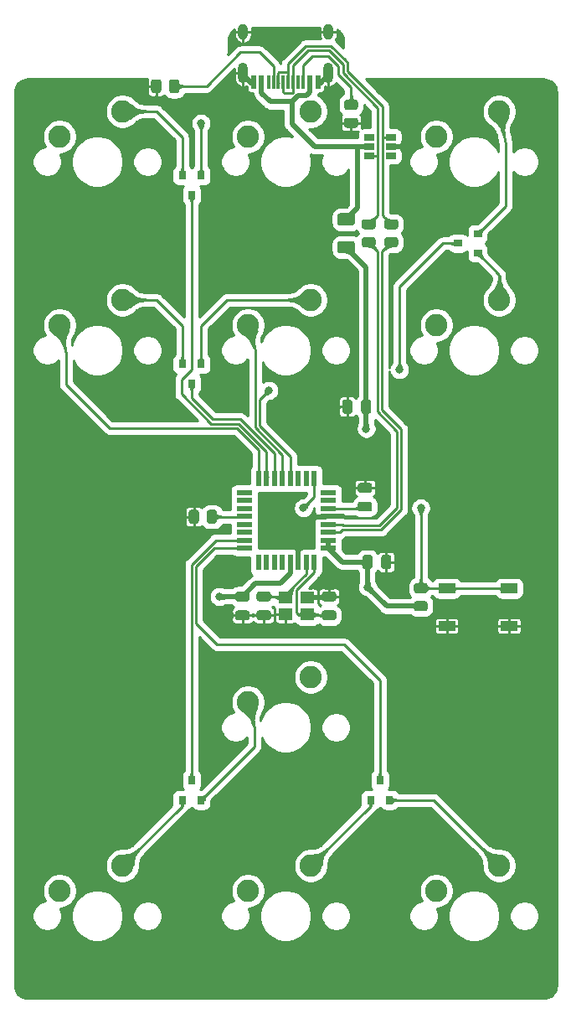
<source format=gbr>
%TF.GenerationSoftware,KiCad,Pcbnew,(5.1.10)-1*%
%TF.CreationDate,2021-11-11T12:41:23+01:00*%
%TF.ProjectId,navidat,6e617669-6461-4742-9e6b-696361645f70,rev?*%
%TF.SameCoordinates,Original*%
%TF.FileFunction,Copper,L2,Bot*%
%TF.FilePolarity,Positive*%
%FSLAX46Y46*%
G04 Gerber Fmt 4.6, Leading zero omitted, Abs format (unit mm)*
G04 Created by KiCad (PCBNEW (5.1.10)-1) date 2021-11-11 12:41:23*
%MOMM*%
%LPD*%
G01*
G04 APERTURE LIST*
%TA.AperFunction,ComponentPad*%
%ADD10C,2.250000*%
%TD*%
%TA.AperFunction,SMDPad,CuDef*%
%ADD11R,0.800000X0.900000*%
%TD*%
%TA.AperFunction,SMDPad,CuDef*%
%ADD12R,0.900000X0.800000*%
%TD*%
%TA.AperFunction,SMDPad,CuDef*%
%ADD13R,1.400000X1.200000*%
%TD*%
%TA.AperFunction,SMDPad,CuDef*%
%ADD14R,0.600000X1.450000*%
%TD*%
%TA.AperFunction,SMDPad,CuDef*%
%ADD15R,0.300000X1.450000*%
%TD*%
%TA.AperFunction,ComponentPad*%
%ADD16O,1.000000X2.100000*%
%TD*%
%TA.AperFunction,ComponentPad*%
%ADD17O,1.000000X1.600000*%
%TD*%
%TA.AperFunction,SMDPad,CuDef*%
%ADD18R,1.060000X0.650000*%
%TD*%
%TA.AperFunction,SMDPad,CuDef*%
%ADD19R,1.600000X0.550000*%
%TD*%
%TA.AperFunction,SMDPad,CuDef*%
%ADD20R,0.550000X1.600000*%
%TD*%
%TA.AperFunction,SMDPad,CuDef*%
%ADD21R,1.700000X1.000000*%
%TD*%
%TA.AperFunction,ViaPad*%
%ADD22C,0.800000*%
%TD*%
%TA.AperFunction,Conductor*%
%ADD23C,0.500000*%
%TD*%
%TA.AperFunction,Conductor*%
%ADD24C,0.250000*%
%TD*%
%TA.AperFunction,Conductor*%
%ADD25C,0.100000*%
%TD*%
%TA.AperFunction,Conductor*%
%ADD26C,0.025400*%
%TD*%
G04 APERTURE END LIST*
D10*
%TO.P,MX8,2*%
%TO.N,col1*%
X151765000Y-115570000D03*
%TO.P,MX8,1*%
%TO.N,Net-(D4-Pad2)*%
X145415000Y-118110000D03*
%TD*%
D11*
%TO.P,D5,1*%
%TO.N,row4*%
X158750000Y-126000000D03*
%TO.P,D5,3*%
%TO.N,Net-(D5-Pad3)*%
X157800000Y-128000000D03*
%TO.P,D5,2*%
%TO.N,Net-(D5-Pad2)*%
X159700000Y-128000000D03*
%TD*%
%TO.P,D4,1*%
%TO.N,row3*%
X139700000Y-126000000D03*
%TO.P,D4,3*%
%TO.N,Net-(D4-Pad3)*%
X138750000Y-128000000D03*
%TO.P,D4,2*%
%TO.N,Net-(D4-Pad2)*%
X140650000Y-128000000D03*
%TD*%
%TO.P,D3,1*%
%TO.N,row2*%
X139700000Y-85931250D03*
%TO.P,D3,3*%
%TO.N,Net-(D3-Pad3)*%
X140650000Y-83931250D03*
%TO.P,D3,2*%
%TO.N,Net-(D3-Pad2)*%
X138750000Y-83931250D03*
%TD*%
D12*
%TO.P,D2,1*%
%TO.N,row1*%
X166640000Y-71755000D03*
%TO.P,D2,3*%
%TO.N,Net-(D2-Pad3)*%
X168640000Y-72705000D03*
%TO.P,D2,2*%
%TO.N,Net-(D2-Pad2)*%
X168640000Y-70805000D03*
%TD*%
D11*
%TO.P,D1,1*%
%TO.N,row0*%
X139700000Y-66881250D03*
%TO.P,D1,3*%
%TO.N,Net-(D1-Pad3)*%
X140650000Y-64881250D03*
%TO.P,D1,2*%
%TO.N,Net-(D1-Pad2)*%
X138750000Y-64881250D03*
%TD*%
D10*
%TO.P,MX4,2*%
%TO.N,Net-(D2-Pad3)*%
X170815000Y-77470000D03*
%TO.P,MX4,1*%
%TO.N,col1*%
X164465000Y-80010000D03*
%TD*%
D13*
%TO.P,X1,1*%
%TO.N,Net-(C7-Pad1)*%
X149204500Y-107544500D03*
%TO.P,X1,2*%
%TO.N,GND*%
X151404500Y-107544500D03*
%TO.P,X1,3*%
%TO.N,Net-(C6-Pad1)*%
X151404500Y-109244500D03*
%TO.P,X1,4*%
%TO.N,GND*%
X149204500Y-109244500D03*
%TD*%
D14*
%TO.P,USB1,B1*%
%TO.N,GND*%
X152475000Y-55480000D03*
%TO.P,USB1,A9*%
%TO.N,VCC*%
X151675000Y-55480000D03*
%TO.P,USB1,B9*%
X146775000Y-55480000D03*
%TO.P,USB1,B12*%
%TO.N,GND*%
X145975000Y-55480000D03*
%TO.P,USB1,A1*%
X145975000Y-55480000D03*
%TO.P,USB1,A4*%
%TO.N,VCC*%
X146775000Y-55480000D03*
%TO.P,USB1,B4*%
X151675000Y-55480000D03*
%TO.P,USB1,A12*%
%TO.N,GND*%
X152475000Y-55480000D03*
D15*
%TO.P,USB1,B8*%
%TO.N,Net-(USB1-PadB8)*%
X147475000Y-55480000D03*
%TO.P,USB1,A5*%
%TO.N,Net-(R1-Pad2)*%
X147975000Y-55480000D03*
%TO.P,USB1,B7*%
%TO.N,D-*%
X148475000Y-55480000D03*
%TO.P,USB1,A7*%
X149475000Y-55480000D03*
%TO.P,USB1,B6*%
%TO.N,D+*%
X149975000Y-55480000D03*
%TO.P,USB1,A8*%
%TO.N,Net-(USB1-PadA8)*%
X150475000Y-55480000D03*
%TO.P,USB1,B5*%
%TO.N,Net-(R2-Pad2)*%
X150975000Y-55480000D03*
%TO.P,USB1,A6*%
%TO.N,D+*%
X148975000Y-55480000D03*
D16*
%TO.P,USB1,S1*%
%TO.N,GND*%
X153545000Y-54565000D03*
X144905000Y-54565000D03*
D17*
X144905000Y-50385000D03*
X153545000Y-50385000D03*
%TD*%
D18*
%TO.P,U2,5*%
%TO.N,VCC*%
X157650000Y-61976000D03*
%TO.P,U2,6*%
%TO.N,Net-(U2-Pad6)*%
X157650000Y-61026000D03*
%TO.P,U2,4*%
%TO.N,D+*%
X157650000Y-62926000D03*
%TO.P,U2,3*%
%TO.N,Net-(U2-Pad3)*%
X159850000Y-62926000D03*
%TO.P,U2,2*%
%TO.N,GND*%
X159850000Y-61976000D03*
%TO.P,U2,1*%
%TO.N,D-*%
X159850000Y-61026000D03*
%TD*%
D19*
%TO.P,U1,32*%
%TO.N,+5V*%
X153538500Y-102558500D03*
%TO.P,U1,31*%
X153538500Y-101758500D03*
%TO.P,U1,30*%
%TO.N,Net-(R4-Pad2)*%
X153538500Y-100958500D03*
%TO.P,U1,29*%
%TO.N,Net-(R3-Pad2)*%
X153538500Y-100158500D03*
%TO.P,U1,28*%
%TO.N,GND*%
X153538500Y-99358500D03*
%TO.P,U1,27*%
%TO.N,Net-(C5-Pad1)*%
X153538500Y-98558500D03*
%TO.P,U1,26*%
%TO.N,Net-(U1-Pad26)*%
X153538500Y-97758500D03*
%TO.P,U1,25*%
%TO.N,Net-(U1-Pad25)*%
X153538500Y-96958500D03*
D20*
%TO.P,U1,24*%
%TO.N,Net-(R6-Pad1)*%
X152088500Y-95508500D03*
%TO.P,U1,23*%
%TO.N,Net-(U1-Pad23)*%
X151288500Y-95508500D03*
%TO.P,U1,22*%
%TO.N,Net-(U1-Pad22)*%
X150488500Y-95508500D03*
%TO.P,U1,21*%
%TO.N,row1*%
X149688500Y-95508500D03*
%TO.P,U1,20*%
%TO.N,col1*%
X148888500Y-95508500D03*
%TO.P,U1,19*%
%TO.N,row2*%
X148088500Y-95508500D03*
%TO.P,U1,18*%
%TO.N,row0*%
X147288500Y-95508500D03*
%TO.P,U1,17*%
%TO.N,col0*%
X146488500Y-95508500D03*
D19*
%TO.P,U1,16*%
%TO.N,Net-(U1-Pad16)*%
X145038500Y-96958500D03*
%TO.P,U1,15*%
%TO.N,Net-(U1-Pad15)*%
X145038500Y-97758500D03*
%TO.P,U1,14*%
%TO.N,Net-(U1-Pad14)*%
X145038500Y-98558500D03*
%TO.P,U1,13*%
%TO.N,Net-(R5-Pad2)*%
X145038500Y-99358500D03*
%TO.P,U1,12*%
%TO.N,Net-(U1-Pad12)*%
X145038500Y-100158500D03*
%TO.P,U1,11*%
%TO.N,Net-(U1-Pad11)*%
X145038500Y-100958500D03*
%TO.P,U1,10*%
%TO.N,row3*%
X145038500Y-101758500D03*
%TO.P,U1,9*%
%TO.N,row4*%
X145038500Y-102558500D03*
D20*
%TO.P,U1,8*%
%TO.N,Net-(U1-Pad8)*%
X146488500Y-104008500D03*
%TO.P,U1,7*%
%TO.N,Net-(U1-Pad7)*%
X147288500Y-104008500D03*
%TO.P,U1,6*%
%TO.N,Net-(U1-Pad6)*%
X148088500Y-104008500D03*
%TO.P,U1,5*%
%TO.N,Net-(U1-Pad5)*%
X148888500Y-104008500D03*
%TO.P,U1,4*%
%TO.N,+5V*%
X149688500Y-104008500D03*
%TO.P,U1,3*%
%TO.N,GND*%
X150488500Y-104008500D03*
%TO.P,U1,2*%
%TO.N,Net-(C7-Pad1)*%
X151288500Y-104008500D03*
%TO.P,U1,1*%
%TO.N,Net-(C6-Pad1)*%
X152088500Y-104008500D03*
%TD*%
D21*
%TO.P,RESET,2*%
%TO.N,Net-(R6-Pad1)*%
X171806000Y-106621500D03*
X165506000Y-106621500D03*
%TO.P,RESET,1*%
%TO.N,GND*%
X171806000Y-110421500D03*
X165506000Y-110421500D03*
%TD*%
%TO.P,R6,2*%
%TO.N,+5V*%
%TA.AperFunction,SMDPad,CuDef*%
G36*
G01*
X162427498Y-107905500D02*
X163327502Y-107905500D01*
G75*
G02*
X163577500Y-108155498I0J-249998D01*
G01*
X163577500Y-108680502D01*
G75*
G02*
X163327502Y-108930500I-249998J0D01*
G01*
X162427498Y-108930500D01*
G75*
G02*
X162177500Y-108680502I0J249998D01*
G01*
X162177500Y-108155498D01*
G75*
G02*
X162427498Y-107905500I249998J0D01*
G01*
G37*
%TD.AperFunction*%
%TO.P,R6,1*%
%TO.N,Net-(R6-Pad1)*%
%TA.AperFunction,SMDPad,CuDef*%
G36*
G01*
X162427498Y-106080500D02*
X163327502Y-106080500D01*
G75*
G02*
X163577500Y-106330498I0J-249998D01*
G01*
X163577500Y-106855502D01*
G75*
G02*
X163327502Y-107105500I-249998J0D01*
G01*
X162427498Y-107105500D01*
G75*
G02*
X162177500Y-106855502I0J249998D01*
G01*
X162177500Y-106330498D01*
G75*
G02*
X162427498Y-106080500I249998J0D01*
G01*
G37*
%TD.AperFunction*%
%TD*%
%TO.P,R5,2*%
%TO.N,Net-(R5-Pad2)*%
%TA.AperFunction,SMDPad,CuDef*%
G36*
G01*
X141243000Y-99827502D02*
X141243000Y-98927498D01*
G75*
G02*
X141492998Y-98677500I249998J0D01*
G01*
X142018002Y-98677500D01*
G75*
G02*
X142268000Y-98927498I0J-249998D01*
G01*
X142268000Y-99827502D01*
G75*
G02*
X142018002Y-100077500I-249998J0D01*
G01*
X141492998Y-100077500D01*
G75*
G02*
X141243000Y-99827502I0J249998D01*
G01*
G37*
%TD.AperFunction*%
%TO.P,R5,1*%
%TO.N,GND*%
%TA.AperFunction,SMDPad,CuDef*%
G36*
G01*
X139418000Y-99827502D02*
X139418000Y-98927498D01*
G75*
G02*
X139667998Y-98677500I249998J0D01*
G01*
X140193002Y-98677500D01*
G75*
G02*
X140443000Y-98927498I0J-249998D01*
G01*
X140443000Y-99827502D01*
G75*
G02*
X140193002Y-100077500I-249998J0D01*
G01*
X139667998Y-100077500D01*
G75*
G02*
X139418000Y-99827502I0J249998D01*
G01*
G37*
%TD.AperFunction*%
%TD*%
%TO.P,R4,2*%
%TO.N,Net-(R4-Pad2)*%
%TA.AperFunction,SMDPad,CuDef*%
G36*
G01*
X159442998Y-71139000D02*
X160343002Y-71139000D01*
G75*
G02*
X160593000Y-71388998I0J-249998D01*
G01*
X160593000Y-71914002D01*
G75*
G02*
X160343002Y-72164000I-249998J0D01*
G01*
X159442998Y-72164000D01*
G75*
G02*
X159193000Y-71914002I0J249998D01*
G01*
X159193000Y-71388998D01*
G75*
G02*
X159442998Y-71139000I249998J0D01*
G01*
G37*
%TD.AperFunction*%
%TO.P,R4,1*%
%TO.N,D-*%
%TA.AperFunction,SMDPad,CuDef*%
G36*
G01*
X159442998Y-69314000D02*
X160343002Y-69314000D01*
G75*
G02*
X160593000Y-69563998I0J-249998D01*
G01*
X160593000Y-70089002D01*
G75*
G02*
X160343002Y-70339000I-249998J0D01*
G01*
X159442998Y-70339000D01*
G75*
G02*
X159193000Y-70089002I0J249998D01*
G01*
X159193000Y-69563998D01*
G75*
G02*
X159442998Y-69314000I249998J0D01*
G01*
G37*
%TD.AperFunction*%
%TD*%
%TO.P,R3,2*%
%TO.N,Net-(R3-Pad2)*%
%TA.AperFunction,SMDPad,CuDef*%
G36*
G01*
X157156998Y-71139000D02*
X158057002Y-71139000D01*
G75*
G02*
X158307000Y-71388998I0J-249998D01*
G01*
X158307000Y-71914002D01*
G75*
G02*
X158057002Y-72164000I-249998J0D01*
G01*
X157156998Y-72164000D01*
G75*
G02*
X156907000Y-71914002I0J249998D01*
G01*
X156907000Y-71388998D01*
G75*
G02*
X157156998Y-71139000I249998J0D01*
G01*
G37*
%TD.AperFunction*%
%TO.P,R3,1*%
%TO.N,D+*%
%TA.AperFunction,SMDPad,CuDef*%
G36*
G01*
X157156998Y-69314000D02*
X158057002Y-69314000D01*
G75*
G02*
X158307000Y-69563998I0J-249998D01*
G01*
X158307000Y-70089002D01*
G75*
G02*
X158057002Y-70339000I-249998J0D01*
G01*
X157156998Y-70339000D01*
G75*
G02*
X156907000Y-70089002I0J249998D01*
G01*
X156907000Y-69563998D01*
G75*
G02*
X157156998Y-69314000I249998J0D01*
G01*
G37*
%TD.AperFunction*%
%TD*%
%TO.P,R2,2*%
%TO.N,Net-(R2-Pad2)*%
%TA.AperFunction,SMDPad,CuDef*%
G36*
G01*
X156279002Y-58274000D02*
X155378998Y-58274000D01*
G75*
G02*
X155129000Y-58024002I0J249998D01*
G01*
X155129000Y-57498998D01*
G75*
G02*
X155378998Y-57249000I249998J0D01*
G01*
X156279002Y-57249000D01*
G75*
G02*
X156529000Y-57498998I0J-249998D01*
G01*
X156529000Y-58024002D01*
G75*
G02*
X156279002Y-58274000I-249998J0D01*
G01*
G37*
%TD.AperFunction*%
%TO.P,R2,1*%
%TO.N,GND*%
%TA.AperFunction,SMDPad,CuDef*%
G36*
G01*
X156279002Y-60099000D02*
X155378998Y-60099000D01*
G75*
G02*
X155129000Y-59849002I0J249998D01*
G01*
X155129000Y-59323998D01*
G75*
G02*
X155378998Y-59074000I249998J0D01*
G01*
X156279002Y-59074000D01*
G75*
G02*
X156529000Y-59323998I0J-249998D01*
G01*
X156529000Y-59849002D01*
G75*
G02*
X156279002Y-60099000I-249998J0D01*
G01*
G37*
%TD.AperFunction*%
%TD*%
%TO.P,R1,2*%
%TO.N,Net-(R1-Pad2)*%
%TA.AperFunction,SMDPad,CuDef*%
G36*
G01*
X137433000Y-56330002D02*
X137433000Y-55429998D01*
G75*
G02*
X137682998Y-55180000I249998J0D01*
G01*
X138208002Y-55180000D01*
G75*
G02*
X138458000Y-55429998I0J-249998D01*
G01*
X138458000Y-56330002D01*
G75*
G02*
X138208002Y-56580000I-249998J0D01*
G01*
X137682998Y-56580000D01*
G75*
G02*
X137433000Y-56330002I0J249998D01*
G01*
G37*
%TD.AperFunction*%
%TO.P,R1,1*%
%TO.N,GND*%
%TA.AperFunction,SMDPad,CuDef*%
G36*
G01*
X135608000Y-56330002D02*
X135608000Y-55429998D01*
G75*
G02*
X135857998Y-55180000I249998J0D01*
G01*
X136383002Y-55180000D01*
G75*
G02*
X136633000Y-55429998I0J-249998D01*
G01*
X136633000Y-56330002D01*
G75*
G02*
X136383002Y-56580000I-249998J0D01*
G01*
X135857998Y-56580000D01*
G75*
G02*
X135608000Y-56330002I0J249998D01*
G01*
G37*
%TD.AperFunction*%
%TD*%
D10*
%TO.P,MX10,2*%
%TO.N,Net-(D5-Pad2)*%
X170815000Y-134620000D03*
%TO.P,MX10,1*%
%TO.N,col1*%
X164465000Y-137160000D03*
%TD*%
%TO.P,MX9,2*%
%TO.N,Net-(D5-Pad3)*%
X151765000Y-134620000D03*
%TO.P,MX9,1*%
%TO.N,col0*%
X145415000Y-137160000D03*
%TD*%
%TO.P,MX7,2*%
%TO.N,Net-(D4-Pad3)*%
X132715000Y-134620000D03*
%TO.P,MX7,1*%
%TO.N,col0*%
X126365000Y-137160000D03*
%TD*%
%TO.P,MX6,2*%
%TO.N,Net-(D3-Pad3)*%
X151765000Y-77470000D03*
%TO.P,MX6,1*%
%TO.N,col1*%
X145415000Y-80010000D03*
%TD*%
%TO.P,MX5,2*%
%TO.N,Net-(D3-Pad2)*%
X132715000Y-77470000D03*
%TO.P,MX5,1*%
%TO.N,col0*%
X126365000Y-80010000D03*
%TD*%
%TO.P,MX3,2*%
%TO.N,Net-(D2-Pad2)*%
X170815000Y-58420000D03*
%TO.P,MX3,1*%
%TO.N,col0*%
X164465000Y-60960000D03*
%TD*%
%TO.P,MX2,2*%
%TO.N,Net-(D1-Pad3)*%
X151765000Y-58420000D03*
%TO.P,MX2,1*%
%TO.N,col1*%
X145415000Y-60960000D03*
%TD*%
%TO.P,MX1,2*%
%TO.N,Net-(D1-Pad2)*%
X132715000Y-58420000D03*
%TO.P,MX1,1*%
%TO.N,col0*%
X126365000Y-60960000D03*
%TD*%
%TO.P,F1,2*%
%TO.N,VCC*%
%TA.AperFunction,SMDPad,CuDef*%
G36*
G01*
X155946000Y-69964000D02*
X154696000Y-69964000D01*
G75*
G02*
X154446000Y-69714000I0J250000D01*
G01*
X154446000Y-68964000D01*
G75*
G02*
X154696000Y-68714000I250000J0D01*
G01*
X155946000Y-68714000D01*
G75*
G02*
X156196000Y-68964000I0J-250000D01*
G01*
X156196000Y-69714000D01*
G75*
G02*
X155946000Y-69964000I-250000J0D01*
G01*
G37*
%TD.AperFunction*%
%TO.P,F1,1*%
%TO.N,+5V*%
%TA.AperFunction,SMDPad,CuDef*%
G36*
G01*
X155946000Y-72764000D02*
X154696000Y-72764000D01*
G75*
G02*
X154446000Y-72514000I0J250000D01*
G01*
X154446000Y-71764000D01*
G75*
G02*
X154696000Y-71514000I250000J0D01*
G01*
X155946000Y-71514000D01*
G75*
G02*
X156196000Y-71764000I0J-250000D01*
G01*
X156196000Y-72514000D01*
G75*
G02*
X155946000Y-72764000I-250000J0D01*
G01*
G37*
%TD.AperFunction*%
%TD*%
%TO.P,C7,1*%
%TO.N,Net-(C7-Pad1)*%
%TA.AperFunction,SMDPad,CuDef*%
G36*
G01*
X146527500Y-106944500D02*
X147477500Y-106944500D01*
G75*
G02*
X147727500Y-107194500I0J-250000D01*
G01*
X147727500Y-107694500D01*
G75*
G02*
X147477500Y-107944500I-250000J0D01*
G01*
X146527500Y-107944500D01*
G75*
G02*
X146277500Y-107694500I0J250000D01*
G01*
X146277500Y-107194500D01*
G75*
G02*
X146527500Y-106944500I250000J0D01*
G01*
G37*
%TD.AperFunction*%
%TO.P,C7,2*%
%TO.N,GND*%
%TA.AperFunction,SMDPad,CuDef*%
G36*
G01*
X146527500Y-108844500D02*
X147477500Y-108844500D01*
G75*
G02*
X147727500Y-109094500I0J-250000D01*
G01*
X147727500Y-109594500D01*
G75*
G02*
X147477500Y-109844500I-250000J0D01*
G01*
X146527500Y-109844500D01*
G75*
G02*
X146277500Y-109594500I0J250000D01*
G01*
X146277500Y-109094500D01*
G75*
G02*
X146527500Y-108844500I250000J0D01*
G01*
G37*
%TD.AperFunction*%
%TD*%
%TO.P,C6,1*%
%TO.N,Net-(C6-Pad1)*%
%TA.AperFunction,SMDPad,CuDef*%
G36*
G01*
X154081500Y-109844500D02*
X153131500Y-109844500D01*
G75*
G02*
X152881500Y-109594500I0J250000D01*
G01*
X152881500Y-109094500D01*
G75*
G02*
X153131500Y-108844500I250000J0D01*
G01*
X154081500Y-108844500D01*
G75*
G02*
X154331500Y-109094500I0J-250000D01*
G01*
X154331500Y-109594500D01*
G75*
G02*
X154081500Y-109844500I-250000J0D01*
G01*
G37*
%TD.AperFunction*%
%TO.P,C6,2*%
%TO.N,GND*%
%TA.AperFunction,SMDPad,CuDef*%
G36*
G01*
X154081500Y-107944500D02*
X153131500Y-107944500D01*
G75*
G02*
X152881500Y-107694500I0J250000D01*
G01*
X152881500Y-107194500D01*
G75*
G02*
X153131500Y-106944500I250000J0D01*
G01*
X154081500Y-106944500D01*
G75*
G02*
X154331500Y-107194500I0J-250000D01*
G01*
X154331500Y-107694500D01*
G75*
G02*
X154081500Y-107944500I-250000J0D01*
G01*
G37*
%TD.AperFunction*%
%TD*%
%TO.P,C5,2*%
%TO.N,GND*%
%TA.AperFunction,SMDPad,CuDef*%
G36*
G01*
X157701000Y-96959000D02*
X156751000Y-96959000D01*
G75*
G02*
X156501000Y-96709000I0J250000D01*
G01*
X156501000Y-96209000D01*
G75*
G02*
X156751000Y-95959000I250000J0D01*
G01*
X157701000Y-95959000D01*
G75*
G02*
X157951000Y-96209000I0J-250000D01*
G01*
X157951000Y-96709000D01*
G75*
G02*
X157701000Y-96959000I-250000J0D01*
G01*
G37*
%TD.AperFunction*%
%TO.P,C5,1*%
%TO.N,Net-(C5-Pad1)*%
%TA.AperFunction,SMDPad,CuDef*%
G36*
G01*
X157701000Y-98859000D02*
X156751000Y-98859000D01*
G75*
G02*
X156501000Y-98609000I0J250000D01*
G01*
X156501000Y-98109000D01*
G75*
G02*
X156751000Y-97859000I250000J0D01*
G01*
X157701000Y-97859000D01*
G75*
G02*
X157951000Y-98109000I0J-250000D01*
G01*
X157951000Y-98609000D01*
G75*
G02*
X157701000Y-98859000I-250000J0D01*
G01*
G37*
%TD.AperFunction*%
%TD*%
%TO.P,C3,2*%
%TO.N,GND*%
%TA.AperFunction,SMDPad,CuDef*%
G36*
G01*
X158882500Y-104424500D02*
X158882500Y-103474500D01*
G75*
G02*
X159132500Y-103224500I250000J0D01*
G01*
X159632500Y-103224500D01*
G75*
G02*
X159882500Y-103474500I0J-250000D01*
G01*
X159882500Y-104424500D01*
G75*
G02*
X159632500Y-104674500I-250000J0D01*
G01*
X159132500Y-104674500D01*
G75*
G02*
X158882500Y-104424500I0J250000D01*
G01*
G37*
%TD.AperFunction*%
%TO.P,C3,1*%
%TO.N,+5V*%
%TA.AperFunction,SMDPad,CuDef*%
G36*
G01*
X156982500Y-104424500D02*
X156982500Y-103474500D01*
G75*
G02*
X157232500Y-103224500I250000J0D01*
G01*
X157732500Y-103224500D01*
G75*
G02*
X157982500Y-103474500I0J-250000D01*
G01*
X157982500Y-104424500D01*
G75*
G02*
X157732500Y-104674500I-250000J0D01*
G01*
X157232500Y-104674500D01*
G75*
G02*
X156982500Y-104424500I0J250000D01*
G01*
G37*
%TD.AperFunction*%
%TD*%
%TO.P,C2,1*%
%TO.N,+5V*%
%TA.AperFunction,SMDPad,CuDef*%
G36*
G01*
X144368501Y-106944500D02*
X145318501Y-106944500D01*
G75*
G02*
X145568501Y-107194500I0J-250000D01*
G01*
X145568501Y-107694500D01*
G75*
G02*
X145318501Y-107944500I-250000J0D01*
G01*
X144368501Y-107944500D01*
G75*
G02*
X144118501Y-107694500I0J250000D01*
G01*
X144118501Y-107194500D01*
G75*
G02*
X144368501Y-106944500I250000J0D01*
G01*
G37*
%TD.AperFunction*%
%TO.P,C2,2*%
%TO.N,GND*%
%TA.AperFunction,SMDPad,CuDef*%
G36*
G01*
X144368501Y-108844500D02*
X145318501Y-108844500D01*
G75*
G02*
X145568501Y-109094500I0J-250000D01*
G01*
X145568501Y-109594500D01*
G75*
G02*
X145318501Y-109844500I-250000J0D01*
G01*
X144368501Y-109844500D01*
G75*
G02*
X144118501Y-109594500I0J250000D01*
G01*
X144118501Y-109094500D01*
G75*
G02*
X144368501Y-108844500I250000J0D01*
G01*
G37*
%TD.AperFunction*%
%TD*%
%TO.P,C1,2*%
%TO.N,GND*%
%TA.AperFunction,SMDPad,CuDef*%
G36*
G01*
X155950500Y-87790000D02*
X155950500Y-88740000D01*
G75*
G02*
X155700500Y-88990000I-250000J0D01*
G01*
X155200500Y-88990000D01*
G75*
G02*
X154950500Y-88740000I0J250000D01*
G01*
X154950500Y-87790000D01*
G75*
G02*
X155200500Y-87540000I250000J0D01*
G01*
X155700500Y-87540000D01*
G75*
G02*
X155950500Y-87790000I0J-250000D01*
G01*
G37*
%TD.AperFunction*%
%TO.P,C1,1*%
%TO.N,+5V*%
%TA.AperFunction,SMDPad,CuDef*%
G36*
G01*
X157850500Y-87790000D02*
X157850500Y-88740000D01*
G75*
G02*
X157600500Y-88990000I-250000J0D01*
G01*
X157100500Y-88990000D01*
G75*
G02*
X156850500Y-88740000I0J250000D01*
G01*
X156850500Y-87790000D01*
G75*
G02*
X157100500Y-87540000I250000J0D01*
G01*
X157600500Y-87540000D01*
G75*
G02*
X157850500Y-87790000I0J-250000D01*
G01*
G37*
%TD.AperFunction*%
%TD*%
D22*
%TO.N,GND*%
X134937500Y-72898000D03*
%TO.N,+5V*%
X157353000Y-90487500D03*
X142494000Y-107442000D03*
X157480000Y-106489500D03*
%TO.N,row1*%
X147510500Y-86614000D03*
X160718500Y-84518500D03*
%TO.N,Net-(R6-Pad1)*%
X151003000Y-98488500D03*
X162877500Y-98488500D03*
%TO.N,Net-(D1-Pad3)*%
X140650000Y-59624000D03*
%TD*%
D23*
%TO.N,GND*%
X145820000Y-55607000D02*
X144905000Y-54692000D01*
X145975000Y-55607000D02*
X145820000Y-55607000D01*
X152630000Y-55607000D02*
X153545000Y-54692000D01*
X152475000Y-55607000D02*
X152630000Y-55607000D01*
X153538500Y-99358500D02*
X155048000Y-99358500D01*
X153308000Y-99358500D02*
X153289000Y-99377500D01*
X153538500Y-99358500D02*
X153308000Y-99358500D01*
X153289000Y-99377500D02*
X152336500Y-99377500D01*
X150488500Y-104008500D02*
X150488500Y-102686000D01*
X159850000Y-61976000D02*
X161099500Y-61976000D01*
X153506500Y-107544500D02*
X153606500Y-107444500D01*
X151404500Y-107544500D02*
X153506500Y-107544500D01*
%TO.N,+5V*%
X144843501Y-107444500D02*
X146179501Y-106108500D01*
X149688500Y-105093502D02*
X149688500Y-104008500D01*
X148673502Y-106108500D02*
X149688500Y-105093502D01*
X146179501Y-106108500D02*
X148673502Y-106108500D01*
X154929500Y-103949500D02*
X153538500Y-102558500D01*
X157482500Y-103949500D02*
X154929500Y-103949500D01*
X153538500Y-102558500D02*
X153538500Y-101758500D01*
X157353000Y-88262500D02*
X157350500Y-88265000D01*
X157353000Y-74168000D02*
X157353000Y-88262500D01*
X155324000Y-72139000D02*
X157353000Y-74168000D01*
X155321000Y-72139000D02*
X155324000Y-72139000D01*
X157350500Y-90485000D02*
X157353000Y-90487500D01*
X157350500Y-88265000D02*
X157350500Y-90485000D01*
X144841001Y-107442000D02*
X144843501Y-107444500D01*
X142494000Y-107442000D02*
X144841001Y-107442000D01*
X157480000Y-103952000D02*
X157482500Y-103949500D01*
X157480000Y-106489500D02*
X157480000Y-103952000D01*
X159408500Y-108418000D02*
X157480000Y-106489500D01*
X162877500Y-108418000D02*
X159408500Y-108418000D01*
D24*
%TO.N,Net-(C5-Pad1)*%
X157090000Y-98558500D02*
X157480000Y-98168500D01*
X153538500Y-98558500D02*
X157090000Y-98558500D01*
%TO.N,Net-(C6-Pad1)*%
X150454500Y-109244500D02*
X150304500Y-109094500D01*
X151404500Y-109244500D02*
X150454500Y-109244500D01*
X152088500Y-104975498D02*
X152088500Y-104008500D01*
X150304500Y-106759498D02*
X152088500Y-104975498D01*
X150304500Y-109094500D02*
X150304500Y-106759498D01*
X151504500Y-109344500D02*
X151404500Y-109244500D01*
X153606500Y-109344500D02*
X151504500Y-109344500D01*
%TO.N,Net-(C7-Pad1)*%
X149204500Y-107223088D02*
X149204500Y-107544500D01*
X151288500Y-105139088D02*
X149204500Y-107223088D01*
X151288500Y-104008500D02*
X151288500Y-105139088D01*
X149104500Y-107444500D02*
X149204500Y-107544500D01*
X147002500Y-107444500D02*
X149104500Y-107444500D01*
%TO.N,row0*%
X139700000Y-84496248D02*
X138684000Y-85512248D01*
X139700000Y-66881250D02*
X139700000Y-84496248D01*
X138684000Y-85512248D02*
X138684000Y-86995000D01*
X147288500Y-95508500D02*
X147288500Y-92804090D01*
X147288500Y-92804090D02*
X144458400Y-89973990D01*
X141662990Y-89973990D02*
X138684000Y-86995000D01*
X144458400Y-89973990D02*
X141662990Y-89973990D01*
%TO.N,Net-(D1-Pad2)*%
X138750000Y-64881250D02*
X138750000Y-61026000D01*
X136144000Y-58420000D02*
X132715000Y-58420000D01*
X138750000Y-61026000D02*
X136144000Y-58420000D01*
%TO.N,row1*%
X166640000Y-71755000D02*
X165100000Y-71755000D01*
X165100000Y-71755000D02*
X160718500Y-76136500D01*
X149688500Y-95508500D02*
X149688500Y-93294860D01*
X149688500Y-93294860D02*
X146563510Y-90169870D01*
X146563510Y-90169870D02*
X146563510Y-87560990D01*
X146563510Y-87560990D02*
X147510500Y-86614000D01*
X160718500Y-76136500D02*
X160718500Y-84518500D01*
%TO.N,Net-(D2-Pad2)*%
X168640000Y-70805000D02*
X171450000Y-67995000D01*
X171450000Y-61722000D02*
X170815000Y-58420000D01*
X171450000Y-67995000D02*
X171450000Y-61722000D01*
%TO.N,row2*%
X148088500Y-95508500D02*
X148088500Y-92967680D01*
X148088500Y-92967680D02*
X144644800Y-89523980D01*
X144644800Y-89523980D02*
X141849390Y-89523980D01*
X139700000Y-87374590D02*
X139700000Y-85931250D01*
X141849390Y-89523980D02*
X139700000Y-87374590D01*
%TO.N,Net-(D3-Pad2)*%
X138750000Y-83931250D02*
X138750000Y-80076000D01*
X136144000Y-77470000D02*
X132715000Y-77470000D01*
X138750000Y-80076000D02*
X136144000Y-77470000D01*
%TO.N,row3*%
X139694490Y-104209010D02*
X142145000Y-101758500D01*
X139694490Y-110358900D02*
X139694490Y-104209010D01*
X139700000Y-110364410D02*
X139694490Y-110358900D01*
X142145000Y-101758500D02*
X145038500Y-101758500D01*
X139700000Y-126000000D02*
X139700000Y-110364410D01*
%TO.N,Net-(D4-Pad2)*%
X140650000Y-128000000D02*
X146050000Y-122600000D01*
X145415000Y-118110000D02*
X146050000Y-120713500D01*
X146050000Y-122600000D02*
X146050000Y-120713500D01*
%TO.N,Net-(D5-Pad2)*%
X164195000Y-128000000D02*
X170815000Y-134620000D01*
X159700000Y-128000000D02*
X164195000Y-128000000D01*
D23*
%TO.N,VCC*%
X150433187Y-56844999D02*
X149837186Y-57441000D01*
X151295003Y-56844999D02*
X150433187Y-56844999D01*
X151675000Y-56465002D02*
X151295003Y-56844999D01*
X151675000Y-55480000D02*
X151675000Y-56465002D01*
X149837186Y-57441000D02*
X149837186Y-59667186D01*
X146775000Y-56552000D02*
X147664000Y-57441000D01*
X146775000Y-55480000D02*
X146775000Y-56552000D01*
X149837186Y-57441000D02*
X147664000Y-57441000D01*
X152146000Y-61976000D02*
X149837186Y-59667186D01*
X156464000Y-68196000D02*
X155321000Y-69339000D01*
X156464000Y-61976000D02*
X156464000Y-68196000D01*
X157650000Y-61976000D02*
X156464000Y-61976000D01*
X156464000Y-61976000D02*
X152146000Y-61976000D01*
D24*
%TO.N,col0*%
X131381500Y-90424000D02*
X127000000Y-86042500D01*
X144272000Y-90424000D02*
X131381500Y-90424000D01*
X146488500Y-92640500D02*
X144272000Y-90424000D01*
X146488500Y-95508500D02*
X146488500Y-92640500D01*
X126365000Y-80010000D02*
X127000000Y-82931000D01*
X127000000Y-86042500D02*
X127000000Y-82931000D01*
%TO.N,col1*%
X148888500Y-95508500D02*
X148888500Y-93131270D01*
X148888500Y-93131270D02*
X146113500Y-90356270D01*
X145415000Y-80010000D02*
X146113500Y-82550000D01*
X146113500Y-90356270D02*
X146113500Y-82550000D01*
%TO.N,Net-(R1-Pad2)*%
X137945500Y-55880000D02*
X141224000Y-55880000D01*
X141224000Y-55880000D02*
X144653000Y-52451000D01*
X144653000Y-52451000D02*
X146558000Y-52451000D01*
X147975000Y-53868000D02*
X147975000Y-55607000D01*
X146558000Y-52451000D02*
X147975000Y-53868000D01*
%TO.N,Net-(R2-Pad2)*%
X155829000Y-56008410D02*
X155829000Y-57761500D01*
X154559000Y-54738410D02*
X155829000Y-56008410D01*
X154559000Y-53862260D02*
X154559000Y-54738410D01*
X153528740Y-52832000D02*
X154559000Y-53862260D01*
X151892000Y-52832000D02*
X153528740Y-52832000D01*
X150975000Y-53749000D02*
X151892000Y-52832000D01*
X150975000Y-55480000D02*
X150975000Y-53749000D01*
%TO.N,Net-(R3-Pad2)*%
X158496000Y-72540500D02*
X157607000Y-71651500D01*
X158496000Y-88773000D02*
X158496000Y-72540500D01*
X160464500Y-90741500D02*
X158496000Y-88773000D01*
X160464500Y-98488500D02*
X160464500Y-90741500D01*
X158691305Y-100261695D02*
X160464500Y-98488500D01*
X155062195Y-100261695D02*
X158691305Y-100261695D01*
X154959000Y-100158500D02*
X155062195Y-100261695D01*
X153538500Y-100158500D02*
X154959000Y-100158500D01*
%TO.N,D+*%
X149934999Y-56530001D02*
X149975000Y-56490000D01*
X149975000Y-56490000D02*
X149975000Y-55480000D01*
X149064999Y-56530001D02*
X149934999Y-56530001D01*
X148975000Y-56440002D02*
X149064999Y-56530001D01*
X148975000Y-55480000D02*
X148975000Y-56440002D01*
X149975000Y-53734410D02*
X149975000Y-55480000D01*
X151443400Y-52266010D02*
X149975000Y-53734410D01*
X153599160Y-52266010D02*
X151443400Y-52266010D01*
X155009009Y-53675859D02*
X153599160Y-52266010D01*
X158544989Y-58087989D02*
X155009010Y-54552010D01*
X155009010Y-54552010D02*
X155009009Y-53675859D01*
X158527978Y-62926000D02*
X158544989Y-62943011D01*
X157650000Y-62926000D02*
X158527978Y-62926000D01*
X158544989Y-62943011D02*
X158544989Y-58087989D01*
X158544989Y-68888511D02*
X157607000Y-69826500D01*
X158544989Y-62943011D02*
X158544989Y-68888511D01*
%TO.N,Net-(R4-Pad2)*%
X158946009Y-88586599D02*
X158946009Y-72598491D01*
X160914509Y-90555099D02*
X158946009Y-88586599D01*
X158946009Y-72598491D02*
X159893000Y-71651500D01*
X160914510Y-98674900D02*
X160914509Y-90555099D01*
X154939295Y-100711705D02*
X154692500Y-100958500D01*
X158877705Y-100711705D02*
X154939295Y-100711705D01*
X153538500Y-100958500D02*
X154692500Y-100958500D01*
X158877705Y-100711705D02*
X160914510Y-98674900D01*
%TO.N,D-*%
X148499999Y-55582001D02*
X148475000Y-55607000D01*
X155459018Y-54365608D02*
X155459018Y-53489458D01*
X158057009Y-56963599D02*
X155459018Y-54365608D01*
X149475000Y-54479000D02*
X149475000Y-55480000D01*
X149425999Y-54429999D02*
X149475000Y-54479000D01*
X148475000Y-54505000D02*
X148550001Y-54429999D01*
X148550001Y-54429999D02*
X149425999Y-54429999D01*
X148475000Y-55480000D02*
X148475000Y-54505000D01*
X149425999Y-54429999D02*
X149425999Y-53647001D01*
X149425999Y-53647001D02*
X151257000Y-51816000D01*
X153785560Y-51816000D02*
X155188280Y-53218720D01*
X151257000Y-51816000D02*
X153785560Y-51816000D01*
X155459018Y-53489458D02*
X155188280Y-53218720D01*
X159893000Y-69826500D02*
X158994999Y-68928499D01*
X158994999Y-57901589D02*
X158057009Y-56963599D01*
X159070000Y-61026000D02*
X158994999Y-60950999D01*
X159850000Y-61026000D02*
X159070000Y-61026000D01*
X158994999Y-60950999D02*
X158994999Y-57901589D01*
X158994999Y-68928499D02*
X158994999Y-60950999D01*
%TO.N,Net-(R5-Pad2)*%
X145019500Y-99377500D02*
X145038500Y-99358500D01*
X141755500Y-99377500D02*
X145019500Y-99377500D01*
%TO.N,Net-(R6-Pad1)*%
X152088500Y-97403000D02*
X151003000Y-98488500D01*
X152088500Y-95508500D02*
X152088500Y-97403000D01*
X162877500Y-106593000D02*
X165506000Y-106621500D01*
X165506000Y-106621500D02*
X171806000Y-106621500D01*
X162877500Y-106593000D02*
X162877500Y-98488500D01*
%TO.N,Net-(D1-Pad3)*%
X140650000Y-64881250D02*
X140650000Y-59624000D01*
%TO.N,Net-(D2-Pad3)*%
X168640000Y-72705000D02*
X168640000Y-72755000D01*
X170815000Y-74930000D02*
X170815000Y-77470000D01*
X168640000Y-72755000D02*
X170815000Y-74930000D01*
%TO.N,Net-(D3-Pad3)*%
X140650000Y-83931250D02*
X140650000Y-80076000D01*
X143256000Y-77470000D02*
X151765000Y-77470000D01*
X140650000Y-80076000D02*
X143256000Y-77470000D01*
%TO.N,Net-(D4-Pad3)*%
X138750000Y-128585000D02*
X132715000Y-134620000D01*
X138750000Y-128000000D02*
X138750000Y-128585000D01*
%TO.N,Net-(D5-Pad3)*%
X157800000Y-128585000D02*
X151765000Y-134620000D01*
X157800000Y-128000000D02*
X157800000Y-128585000D01*
%TO.N,row4*%
X141981410Y-102558500D02*
X145038500Y-102558500D01*
X140144500Y-104395410D02*
X141981410Y-102558500D01*
X142240000Y-112268000D02*
X140144500Y-110172500D01*
X155130500Y-112268000D02*
X142240000Y-112268000D01*
X140144500Y-110172500D02*
X140144500Y-104395410D01*
X158750000Y-115887500D02*
X155130500Y-112268000D01*
X158750000Y-126000000D02*
X158750000Y-115887500D01*
%TD*%
%TO.N,GND*%
X144026000Y-54563000D02*
X144903000Y-54563000D01*
X144903000Y-54543000D01*
X144907000Y-54543000D01*
X144907000Y-54563000D01*
X144927000Y-54563000D01*
X144927000Y-54567000D01*
X144907000Y-54567000D01*
X144907000Y-55899247D01*
X145044481Y-55982863D01*
X145074522Y-55977501D01*
X145239530Y-55927856D01*
X145295061Y-55898337D01*
X145294166Y-56205000D01*
X145301484Y-56279297D01*
X145323155Y-56350739D01*
X145358348Y-56416580D01*
X145405710Y-56474290D01*
X145463420Y-56521652D01*
X145529261Y-56556845D01*
X145600703Y-56578516D01*
X145675000Y-56585834D01*
X145878250Y-56584000D01*
X145889748Y-56572502D01*
X145904777Y-56725098D01*
X145951440Y-56878923D01*
X145955269Y-56891544D01*
X146037261Y-57044942D01*
X146147605Y-57179396D01*
X146181299Y-57207048D01*
X147008951Y-58034701D01*
X147036604Y-58068396D01*
X147171058Y-58178740D01*
X147242440Y-58216894D01*
X147324455Y-58260732D01*
X147490901Y-58311223D01*
X147664000Y-58328272D01*
X147707373Y-58324000D01*
X148954186Y-58324000D01*
X148954187Y-59623810D01*
X148949915Y-59667186D01*
X148966963Y-59840284D01*
X149004568Y-59964249D01*
X149017455Y-60006730D01*
X149099447Y-60160128D01*
X149209791Y-60294582D01*
X149243485Y-60322234D01*
X149871480Y-60950230D01*
X149483727Y-60873100D01*
X148966273Y-60873100D01*
X148458762Y-60974051D01*
X147980696Y-61172072D01*
X147550449Y-61459554D01*
X147184554Y-61825449D01*
X146897072Y-62255696D01*
X146699051Y-62733762D01*
X146598100Y-63241273D01*
X146598100Y-63758727D01*
X146699051Y-64266238D01*
X146897072Y-64744304D01*
X147184554Y-65174551D01*
X147550449Y-65540446D01*
X147980696Y-65827928D01*
X148458762Y-66025949D01*
X148966273Y-66126900D01*
X149483727Y-66126900D01*
X149991238Y-66025949D01*
X150469304Y-65827928D01*
X150899551Y-65540446D01*
X151265446Y-65174551D01*
X151552928Y-64744304D01*
X151750949Y-64266238D01*
X151851900Y-63758727D01*
X151851900Y-63241273D01*
X151758139Y-62769906D01*
X151806456Y-62795732D01*
X151918980Y-62829866D01*
X151972901Y-62846223D01*
X151991127Y-62848018D01*
X152102627Y-62859000D01*
X152102633Y-62859000D01*
X152145999Y-62863271D01*
X152189365Y-62859000D01*
X152938263Y-62859000D01*
X152854951Y-63060132D01*
X152797000Y-63351475D01*
X152797000Y-63648525D01*
X152854951Y-63939868D01*
X152968627Y-64214306D01*
X153133660Y-64461294D01*
X153343706Y-64671340D01*
X153590694Y-64836373D01*
X153865132Y-64950049D01*
X154156475Y-65008000D01*
X154453525Y-65008000D01*
X154744868Y-64950049D01*
X155019306Y-64836373D01*
X155266294Y-64671340D01*
X155476340Y-64461294D01*
X155581000Y-64304660D01*
X155581001Y-67830249D01*
X155344558Y-68066692D01*
X155332504Y-68077938D01*
X154696000Y-68077938D01*
X154523138Y-68094963D01*
X154356919Y-68145385D01*
X154203730Y-68227266D01*
X154069460Y-68337460D01*
X153959266Y-68471730D01*
X153877385Y-68624919D01*
X153826963Y-68791138D01*
X153809938Y-68964000D01*
X153809938Y-69714000D01*
X153826963Y-69886862D01*
X153877385Y-70053081D01*
X153959266Y-70206270D01*
X154069460Y-70340540D01*
X154203730Y-70450734D01*
X154356919Y-70532615D01*
X154523138Y-70583037D01*
X154696000Y-70600062D01*
X155946000Y-70600062D01*
X156118862Y-70583037D01*
X156285081Y-70532615D01*
X156369998Y-70487226D01*
X156420266Y-70581271D01*
X156530459Y-70715541D01*
X156559044Y-70739000D01*
X156530459Y-70762459D01*
X156420266Y-70896729D01*
X156369998Y-70990774D01*
X156285081Y-70945385D01*
X156118862Y-70894963D01*
X155946000Y-70877938D01*
X154696000Y-70877938D01*
X154523138Y-70894963D01*
X154356919Y-70945385D01*
X154203730Y-71027266D01*
X154069460Y-71137460D01*
X153959266Y-71271730D01*
X153877385Y-71424919D01*
X153826963Y-71591138D01*
X153809938Y-71764000D01*
X153809938Y-72514000D01*
X153826963Y-72686862D01*
X153877385Y-72853081D01*
X153959266Y-73006270D01*
X154069460Y-73140540D01*
X154203730Y-73250734D01*
X154356919Y-73332615D01*
X154523138Y-73383037D01*
X154696000Y-73400062D01*
X155335172Y-73400062D01*
X155335329Y-73400187D01*
X155349150Y-73412900D01*
X156470000Y-74533751D01*
X156470001Y-87168284D01*
X156363766Y-87297730D01*
X156305902Y-87405987D01*
X156302345Y-87394261D01*
X156267152Y-87328420D01*
X156219790Y-87270710D01*
X156162080Y-87223348D01*
X156096239Y-87188155D01*
X156024797Y-87166484D01*
X155950500Y-87159166D01*
X155547250Y-87161000D01*
X155452500Y-87255750D01*
X155452500Y-88263000D01*
X155472500Y-88263000D01*
X155472500Y-88267000D01*
X155452500Y-88267000D01*
X155452500Y-89274250D01*
X155547250Y-89369000D01*
X155950500Y-89370834D01*
X156024797Y-89363516D01*
X156096239Y-89341845D01*
X156162080Y-89306652D01*
X156219790Y-89259290D01*
X156267152Y-89201580D01*
X156302345Y-89135739D01*
X156305902Y-89124013D01*
X156363766Y-89232270D01*
X156467500Y-89358669D01*
X156467501Y-89953392D01*
X156437567Y-89998191D01*
X156359698Y-90186185D01*
X156320000Y-90385758D01*
X156320000Y-90589242D01*
X156359698Y-90788815D01*
X156437567Y-90976809D01*
X156550617Y-91145999D01*
X156694501Y-91289883D01*
X156863691Y-91402933D01*
X157051685Y-91480802D01*
X157251258Y-91520500D01*
X157454742Y-91520500D01*
X157654315Y-91480802D01*
X157842309Y-91402933D01*
X158011499Y-91289883D01*
X158155383Y-91145999D01*
X158268433Y-90976809D01*
X158346302Y-90788815D01*
X158386000Y-90589242D01*
X158386000Y-90385758D01*
X158346302Y-90186185D01*
X158268433Y-89998191D01*
X158233500Y-89945910D01*
X158233500Y-89582472D01*
X159706501Y-91055475D01*
X159706500Y-98174526D01*
X158377333Y-99503695D01*
X155341933Y-99503695D01*
X155250477Y-99454811D01*
X155107594Y-99411468D01*
X154996232Y-99400500D01*
X154959000Y-99396833D01*
X154921768Y-99400500D01*
X154747765Y-99400500D01*
X154696588Y-99358500D01*
X154747765Y-99316500D01*
X156223109Y-99316500D01*
X156258730Y-99345734D01*
X156411919Y-99427615D01*
X156578138Y-99478037D01*
X156751000Y-99495062D01*
X157701000Y-99495062D01*
X157873862Y-99478037D01*
X158040081Y-99427615D01*
X158193270Y-99345734D01*
X158327540Y-99235540D01*
X158437734Y-99101270D01*
X158519615Y-98948081D01*
X158570037Y-98781862D01*
X158587062Y-98609000D01*
X158587062Y-98109000D01*
X158570037Y-97936138D01*
X158519615Y-97769919D01*
X158437734Y-97616730D01*
X158327540Y-97482460D01*
X158193270Y-97372266D01*
X158085013Y-97314402D01*
X158096739Y-97310845D01*
X158162580Y-97275652D01*
X158220290Y-97228290D01*
X158267652Y-97170580D01*
X158302845Y-97104739D01*
X158324516Y-97033297D01*
X158331834Y-96959000D01*
X158330000Y-96555750D01*
X158235250Y-96461000D01*
X157228000Y-96461000D01*
X157228000Y-96481000D01*
X157224000Y-96481000D01*
X157224000Y-96461000D01*
X156216750Y-96461000D01*
X156122000Y-96555750D01*
X156120166Y-96959000D01*
X156127484Y-97033297D01*
X156149155Y-97104739D01*
X156184348Y-97170580D01*
X156231710Y-97228290D01*
X156289420Y-97275652D01*
X156355261Y-97310845D01*
X156366987Y-97314402D01*
X156258730Y-97372266D01*
X156124460Y-97482460D01*
X156014266Y-97616730D01*
X155932385Y-97769919D01*
X155923108Y-97800500D01*
X154974562Y-97800500D01*
X154974562Y-97483500D01*
X154962340Y-97359410D01*
X154962064Y-97358500D01*
X154962340Y-97357590D01*
X154974562Y-97233500D01*
X154974562Y-96683500D01*
X154962340Y-96559410D01*
X154926145Y-96440090D01*
X154867366Y-96330123D01*
X154788264Y-96233736D01*
X154691877Y-96154634D01*
X154581910Y-96095855D01*
X154462590Y-96059660D01*
X154338500Y-96047438D01*
X152999562Y-96047438D01*
X152999562Y-95959000D01*
X156120166Y-95959000D01*
X156122000Y-96362250D01*
X156216750Y-96457000D01*
X157224000Y-96457000D01*
X157224000Y-95674750D01*
X157228000Y-95674750D01*
X157228000Y-96457000D01*
X158235250Y-96457000D01*
X158330000Y-96362250D01*
X158331834Y-95959000D01*
X158324516Y-95884703D01*
X158302845Y-95813261D01*
X158267652Y-95747420D01*
X158220290Y-95689710D01*
X158162580Y-95642348D01*
X158096739Y-95607155D01*
X158025297Y-95585484D01*
X157951000Y-95578166D01*
X157322750Y-95580000D01*
X157228000Y-95674750D01*
X157224000Y-95674750D01*
X157129250Y-95580000D01*
X156501000Y-95578166D01*
X156426703Y-95585484D01*
X156355261Y-95607155D01*
X156289420Y-95642348D01*
X156231710Y-95689710D01*
X156184348Y-95747420D01*
X156149155Y-95813261D01*
X156127484Y-95884703D01*
X156120166Y-95959000D01*
X152999562Y-95959000D01*
X152999562Y-94708500D01*
X152987340Y-94584410D01*
X152951145Y-94465090D01*
X152892366Y-94355123D01*
X152813264Y-94258736D01*
X152716877Y-94179634D01*
X152606910Y-94120855D01*
X152487590Y-94084660D01*
X152363500Y-94072438D01*
X151813500Y-94072438D01*
X151689410Y-94084660D01*
X151688500Y-94084936D01*
X151687590Y-94084660D01*
X151563500Y-94072438D01*
X151013500Y-94072438D01*
X150889410Y-94084660D01*
X150888500Y-94084936D01*
X150887590Y-94084660D01*
X150763500Y-94072438D01*
X150446500Y-94072438D01*
X150446500Y-93332081D01*
X150450166Y-93294859D01*
X150446500Y-93257637D01*
X150446500Y-93257628D01*
X150435532Y-93146266D01*
X150392189Y-93003383D01*
X150321803Y-92871700D01*
X150227080Y-92756280D01*
X150198159Y-92732545D01*
X147321510Y-89855898D01*
X147321510Y-88990000D01*
X154569666Y-88990000D01*
X154576984Y-89064297D01*
X154598655Y-89135739D01*
X154633848Y-89201580D01*
X154681210Y-89259290D01*
X154738920Y-89306652D01*
X154804761Y-89341845D01*
X154876203Y-89363516D01*
X154950500Y-89370834D01*
X155353750Y-89369000D01*
X155448500Y-89274250D01*
X155448500Y-88267000D01*
X154666250Y-88267000D01*
X154571500Y-88361750D01*
X154569666Y-88990000D01*
X147321510Y-88990000D01*
X147321510Y-87874962D01*
X147549473Y-87647000D01*
X147612242Y-87647000D01*
X147811815Y-87607302D01*
X147974297Y-87540000D01*
X154569666Y-87540000D01*
X154571500Y-88168250D01*
X154666250Y-88263000D01*
X155448500Y-88263000D01*
X155448500Y-87255750D01*
X155353750Y-87161000D01*
X154950500Y-87159166D01*
X154876203Y-87166484D01*
X154804761Y-87188155D01*
X154738920Y-87223348D01*
X154681210Y-87270710D01*
X154633848Y-87328420D01*
X154598655Y-87394261D01*
X154576984Y-87465703D01*
X154569666Y-87540000D01*
X147974297Y-87540000D01*
X147999809Y-87529433D01*
X148168999Y-87416383D01*
X148312883Y-87272499D01*
X148425933Y-87103309D01*
X148503802Y-86915315D01*
X148543500Y-86715742D01*
X148543500Y-86512258D01*
X148503802Y-86312685D01*
X148425933Y-86124691D01*
X148312883Y-85955501D01*
X148168999Y-85811617D01*
X147999809Y-85698567D01*
X147811815Y-85620698D01*
X147612242Y-85581000D01*
X147408758Y-85581000D01*
X147209185Y-85620698D01*
X147021191Y-85698567D01*
X146871500Y-85798588D01*
X146871500Y-83732568D01*
X146897072Y-83794304D01*
X147184554Y-84224551D01*
X147550449Y-84590446D01*
X147980696Y-84877928D01*
X148458762Y-85075949D01*
X148966273Y-85176900D01*
X149483727Y-85176900D01*
X149991238Y-85075949D01*
X150469304Y-84877928D01*
X150899551Y-84590446D01*
X151265446Y-84224551D01*
X151552928Y-83794304D01*
X151750949Y-83316238D01*
X151851900Y-82808727D01*
X151851900Y-82401475D01*
X152797000Y-82401475D01*
X152797000Y-82698525D01*
X152854951Y-82989868D01*
X152968627Y-83264306D01*
X153133660Y-83511294D01*
X153343706Y-83721340D01*
X153590694Y-83886373D01*
X153865132Y-84000049D01*
X154156475Y-84058000D01*
X154453525Y-84058000D01*
X154744868Y-84000049D01*
X155019306Y-83886373D01*
X155266294Y-83721340D01*
X155476340Y-83511294D01*
X155641373Y-83264306D01*
X155755049Y-82989868D01*
X155813000Y-82698525D01*
X155813000Y-82401475D01*
X155755049Y-82110132D01*
X155641373Y-81835694D01*
X155476340Y-81588706D01*
X155266294Y-81378660D01*
X155019306Y-81213627D01*
X154744868Y-81099951D01*
X154453525Y-81042000D01*
X154156475Y-81042000D01*
X153865132Y-81099951D01*
X153590694Y-81213627D01*
X153343706Y-81378660D01*
X153133660Y-81588706D01*
X152968627Y-81835694D01*
X152854951Y-82110132D01*
X152797000Y-82401475D01*
X151851900Y-82401475D01*
X151851900Y-82291273D01*
X151750949Y-81783762D01*
X151552928Y-81305696D01*
X151265446Y-80875449D01*
X150899551Y-80509554D01*
X150469304Y-80222072D01*
X149991238Y-80024051D01*
X149483727Y-79923100D01*
X148966273Y-79923100D01*
X148458762Y-80024051D01*
X147980696Y-80222072D01*
X147550449Y-80509554D01*
X147184554Y-80875449D01*
X146897072Y-81305696D01*
X146720575Y-81731799D01*
X146720239Y-81607534D01*
X146729977Y-81485999D01*
X146749682Y-81366844D01*
X146779509Y-81249018D01*
X146819902Y-81131447D01*
X146871471Y-81013366D01*
X146920938Y-80920520D01*
X146972919Y-80842725D01*
X147105441Y-80522790D01*
X147173000Y-80183148D01*
X147173000Y-79836852D01*
X147105441Y-79497210D01*
X146972919Y-79177275D01*
X146780528Y-78889340D01*
X146535660Y-78644472D01*
X146247725Y-78452081D01*
X145927790Y-78319559D01*
X145588148Y-78252000D01*
X145241852Y-78252000D01*
X144902210Y-78319559D01*
X144582275Y-78452081D01*
X144294340Y-78644472D01*
X144049472Y-78889340D01*
X143857081Y-79177275D01*
X143724559Y-79497210D01*
X143657000Y-79836852D01*
X143657000Y-80183148D01*
X143724559Y-80522790D01*
X143857081Y-80842725D01*
X143990964Y-81043096D01*
X143705132Y-81099951D01*
X143430694Y-81213627D01*
X143183706Y-81378660D01*
X142973660Y-81588706D01*
X142808627Y-81835694D01*
X142694951Y-82110132D01*
X142637000Y-82401475D01*
X142637000Y-82698525D01*
X142694951Y-82989868D01*
X142808627Y-83264306D01*
X142973660Y-83511294D01*
X143183706Y-83721340D01*
X143430694Y-83886373D01*
X143705132Y-84000049D01*
X143996475Y-84058000D01*
X144293525Y-84058000D01*
X144584868Y-84000049D01*
X144859306Y-83886373D01*
X145106294Y-83721340D01*
X145316340Y-83511294D01*
X145355501Y-83452686D01*
X145355500Y-89162708D01*
X145207124Y-89014332D01*
X145183380Y-88985400D01*
X145067960Y-88890677D01*
X144936277Y-88820291D01*
X144793394Y-88776948D01*
X144682032Y-88765980D01*
X144644800Y-88762313D01*
X144607568Y-88765980D01*
X142163364Y-88765980D01*
X140458000Y-87060618D01*
X140458000Y-86906322D01*
X140549764Y-86831014D01*
X140628866Y-86734627D01*
X140687645Y-86624660D01*
X140723840Y-86505340D01*
X140736062Y-86381250D01*
X140736062Y-85481250D01*
X140723840Y-85357160D01*
X140687645Y-85237840D01*
X140628866Y-85127873D01*
X140549764Y-85031486D01*
X140532493Y-85017312D01*
X141050000Y-85017312D01*
X141174090Y-85005090D01*
X141293410Y-84968895D01*
X141403377Y-84910116D01*
X141499764Y-84831014D01*
X141578866Y-84734627D01*
X141637645Y-84624660D01*
X141673840Y-84505340D01*
X141686062Y-84381250D01*
X141686062Y-83481250D01*
X141673840Y-83357160D01*
X141637645Y-83237840D01*
X141578866Y-83127873D01*
X141499764Y-83031486D01*
X141408000Y-82956178D01*
X141408000Y-80389972D01*
X143569974Y-78228000D01*
X149339726Y-78228000D01*
X149494637Y-78233425D01*
X149630226Y-78248157D01*
X149757922Y-78272098D01*
X149878548Y-78304919D01*
X149993162Y-78346538D01*
X150102818Y-78397129D01*
X150208532Y-78457139D01*
X150311165Y-78527247D01*
X150411358Y-78608291D01*
X150518643Y-78709831D01*
X150644340Y-78835528D01*
X150932275Y-79027919D01*
X151252210Y-79160441D01*
X151591852Y-79228000D01*
X151938148Y-79228000D01*
X152277790Y-79160441D01*
X152597725Y-79027919D01*
X152885660Y-78835528D01*
X153130528Y-78590660D01*
X153322919Y-78302725D01*
X153455441Y-77982790D01*
X153523000Y-77643148D01*
X153523000Y-77296852D01*
X153455441Y-76957210D01*
X153322919Y-76637275D01*
X153130528Y-76349340D01*
X152885660Y-76104472D01*
X152597725Y-75912081D01*
X152277790Y-75779559D01*
X151938148Y-75712000D01*
X151591852Y-75712000D01*
X151252210Y-75779559D01*
X150932275Y-75912081D01*
X150644340Y-76104472D01*
X150518646Y-76230166D01*
X150411358Y-76331708D01*
X150311165Y-76412752D01*
X150208532Y-76482860D01*
X150102818Y-76542870D01*
X149993162Y-76593461D01*
X149878548Y-76635080D01*
X149757922Y-76667901D01*
X149630226Y-76691842D01*
X149494637Y-76706574D01*
X149339722Y-76712000D01*
X143293232Y-76712000D01*
X143256000Y-76708333D01*
X143218768Y-76712000D01*
X143107406Y-76722968D01*
X142964523Y-76766311D01*
X142832840Y-76836697D01*
X142717420Y-76931420D01*
X142693685Y-76960341D01*
X140458000Y-79196028D01*
X140458000Y-67856322D01*
X140549764Y-67781014D01*
X140628866Y-67684627D01*
X140687645Y-67574660D01*
X140723840Y-67455340D01*
X140736062Y-67331250D01*
X140736062Y-66431250D01*
X140723840Y-66307160D01*
X140687645Y-66187840D01*
X140628866Y-66077873D01*
X140549764Y-65981486D01*
X140532493Y-65967312D01*
X141050000Y-65967312D01*
X141174090Y-65955090D01*
X141293410Y-65918895D01*
X141403377Y-65860116D01*
X141499764Y-65781014D01*
X141578866Y-65684627D01*
X141637645Y-65574660D01*
X141673840Y-65455340D01*
X141686062Y-65331250D01*
X141686062Y-64431250D01*
X141673840Y-64307160D01*
X141637645Y-64187840D01*
X141578866Y-64077873D01*
X141499764Y-63981486D01*
X141408000Y-63906178D01*
X141408000Y-63351475D01*
X142637000Y-63351475D01*
X142637000Y-63648525D01*
X142694951Y-63939868D01*
X142808627Y-64214306D01*
X142973660Y-64461294D01*
X143183706Y-64671340D01*
X143430694Y-64836373D01*
X143705132Y-64950049D01*
X143996475Y-65008000D01*
X144293525Y-65008000D01*
X144584868Y-64950049D01*
X144859306Y-64836373D01*
X145106294Y-64671340D01*
X145316340Y-64461294D01*
X145481373Y-64214306D01*
X145595049Y-63939868D01*
X145653000Y-63648525D01*
X145653000Y-63351475D01*
X145595049Y-63060132D01*
X145481373Y-62785694D01*
X145436141Y-62718000D01*
X145588148Y-62718000D01*
X145927790Y-62650441D01*
X146247725Y-62517919D01*
X146535660Y-62325528D01*
X146780528Y-62080660D01*
X146972919Y-61792725D01*
X147105441Y-61472790D01*
X147173000Y-61133148D01*
X147173000Y-60786852D01*
X147105441Y-60447210D01*
X146972919Y-60127275D01*
X146780528Y-59839340D01*
X146535660Y-59594472D01*
X146247725Y-59402081D01*
X145927790Y-59269559D01*
X145588148Y-59202000D01*
X145241852Y-59202000D01*
X144902210Y-59269559D01*
X144582275Y-59402081D01*
X144294340Y-59594472D01*
X144049472Y-59839340D01*
X143857081Y-60127275D01*
X143724559Y-60447210D01*
X143657000Y-60786852D01*
X143657000Y-61133148D01*
X143724559Y-61472790D01*
X143857081Y-61792725D01*
X143990964Y-61993096D01*
X143705132Y-62049951D01*
X143430694Y-62163627D01*
X143183706Y-62328660D01*
X142973660Y-62538706D01*
X142808627Y-62785694D01*
X142694951Y-63060132D01*
X142637000Y-63351475D01*
X141408000Y-63351475D01*
X141408000Y-60326882D01*
X141452383Y-60282499D01*
X141565433Y-60113309D01*
X141643302Y-59925315D01*
X141683000Y-59725742D01*
X141683000Y-59522258D01*
X141643302Y-59322685D01*
X141565433Y-59134691D01*
X141452383Y-58965501D01*
X141308499Y-58821617D01*
X141139309Y-58708567D01*
X140951315Y-58630698D01*
X140751742Y-58591000D01*
X140548258Y-58591000D01*
X140348685Y-58630698D01*
X140160691Y-58708567D01*
X139991501Y-58821617D01*
X139847617Y-58965501D01*
X139734567Y-59134691D01*
X139656698Y-59322685D01*
X139617000Y-59522258D01*
X139617000Y-59725742D01*
X139656698Y-59925315D01*
X139734567Y-60113309D01*
X139847617Y-60282499D01*
X139892001Y-60326883D01*
X139892000Y-63906178D01*
X139800236Y-63981486D01*
X139721134Y-64077873D01*
X139700000Y-64117412D01*
X139678866Y-64077873D01*
X139599764Y-63981486D01*
X139508000Y-63906178D01*
X139508000Y-61063232D01*
X139511667Y-61026000D01*
X139497032Y-60877406D01*
X139495726Y-60873100D01*
X139453689Y-60734523D01*
X139383303Y-60602840D01*
X139288580Y-60487420D01*
X139259659Y-60463685D01*
X136706323Y-57910351D01*
X136682580Y-57881420D01*
X136567160Y-57786697D01*
X136435477Y-57716311D01*
X136292594Y-57672968D01*
X136181232Y-57662000D01*
X136144000Y-57658333D01*
X136106768Y-57662000D01*
X135140278Y-57662000D01*
X134985362Y-57656574D01*
X134849773Y-57641842D01*
X134722077Y-57617901D01*
X134601451Y-57585080D01*
X134486837Y-57543461D01*
X134377181Y-57492870D01*
X134271467Y-57432860D01*
X134168834Y-57362752D01*
X134068634Y-57281703D01*
X133961375Y-57180187D01*
X133835660Y-57054472D01*
X133547725Y-56862081D01*
X133227790Y-56729559D01*
X132888148Y-56662000D01*
X132541852Y-56662000D01*
X132202210Y-56729559D01*
X131882275Y-56862081D01*
X131594340Y-57054472D01*
X131349472Y-57299340D01*
X131157081Y-57587275D01*
X131024559Y-57907210D01*
X130957000Y-58246852D01*
X130957000Y-58593148D01*
X131024559Y-58932790D01*
X131157081Y-59252725D01*
X131349472Y-59540660D01*
X131594340Y-59785528D01*
X131882275Y-59977919D01*
X132202210Y-60110441D01*
X132541852Y-60178000D01*
X132888148Y-60178000D01*
X133227790Y-60110441D01*
X133547725Y-59977919D01*
X133835660Y-59785528D01*
X133961378Y-59659810D01*
X134068634Y-59558296D01*
X134168834Y-59477247D01*
X134271467Y-59407139D01*
X134377181Y-59347129D01*
X134486837Y-59296538D01*
X134601451Y-59254919D01*
X134722077Y-59222098D01*
X134849773Y-59198157D01*
X134985362Y-59183425D01*
X135140274Y-59178000D01*
X135830028Y-59178000D01*
X137992001Y-61339975D01*
X137992000Y-63906178D01*
X137900236Y-63981486D01*
X137821134Y-64077873D01*
X137762355Y-64187840D01*
X137726160Y-64307160D01*
X137713938Y-64431250D01*
X137713938Y-65331250D01*
X137726160Y-65455340D01*
X137762355Y-65574660D01*
X137821134Y-65684627D01*
X137900236Y-65781014D01*
X137996623Y-65860116D01*
X138106590Y-65918895D01*
X138225910Y-65955090D01*
X138350000Y-65967312D01*
X138867507Y-65967312D01*
X138850236Y-65981486D01*
X138771134Y-66077873D01*
X138712355Y-66187840D01*
X138676160Y-66307160D01*
X138663938Y-66431250D01*
X138663938Y-67331250D01*
X138676160Y-67455340D01*
X138712355Y-67574660D01*
X138771134Y-67684627D01*
X138850236Y-67781014D01*
X138942000Y-67856322D01*
X138942001Y-79196027D01*
X136706323Y-76960351D01*
X136682580Y-76931420D01*
X136567160Y-76836697D01*
X136435477Y-76766311D01*
X136292594Y-76722968D01*
X136181232Y-76712000D01*
X136144000Y-76708333D01*
X136106768Y-76712000D01*
X135140278Y-76712000D01*
X134985362Y-76706574D01*
X134849773Y-76691842D01*
X134722077Y-76667901D01*
X134601451Y-76635080D01*
X134486837Y-76593461D01*
X134377181Y-76542870D01*
X134271467Y-76482860D01*
X134168834Y-76412752D01*
X134068634Y-76331703D01*
X133961375Y-76230187D01*
X133835660Y-76104472D01*
X133547725Y-75912081D01*
X133227790Y-75779559D01*
X132888148Y-75712000D01*
X132541852Y-75712000D01*
X132202210Y-75779559D01*
X131882275Y-75912081D01*
X131594340Y-76104472D01*
X131349472Y-76349340D01*
X131157081Y-76637275D01*
X131024559Y-76957210D01*
X130957000Y-77296852D01*
X130957000Y-77643148D01*
X131024559Y-77982790D01*
X131157081Y-78302725D01*
X131349472Y-78590660D01*
X131594340Y-78835528D01*
X131882275Y-79027919D01*
X132202210Y-79160441D01*
X132541852Y-79228000D01*
X132888148Y-79228000D01*
X133227790Y-79160441D01*
X133547725Y-79027919D01*
X133835660Y-78835528D01*
X133961378Y-78709810D01*
X134068634Y-78608296D01*
X134168834Y-78527247D01*
X134271467Y-78457139D01*
X134377181Y-78397129D01*
X134486837Y-78346538D01*
X134601451Y-78304919D01*
X134722077Y-78272098D01*
X134849773Y-78248157D01*
X134985362Y-78233425D01*
X135140274Y-78228000D01*
X135830028Y-78228000D01*
X137992001Y-80389975D01*
X137992000Y-82956178D01*
X137900236Y-83031486D01*
X137821134Y-83127873D01*
X137762355Y-83237840D01*
X137726160Y-83357160D01*
X137713938Y-83481250D01*
X137713938Y-84381250D01*
X137726160Y-84505340D01*
X137762355Y-84624660D01*
X137821134Y-84734627D01*
X137900236Y-84831014D01*
X137996623Y-84910116D01*
X138106590Y-84968895D01*
X138140817Y-84979277D01*
X138050697Y-85089089D01*
X137980311Y-85220772D01*
X137944504Y-85338812D01*
X137936968Y-85363655D01*
X137922333Y-85512248D01*
X137926000Y-85549480D01*
X137926001Y-86957758D01*
X137922333Y-86995000D01*
X137936968Y-87143593D01*
X137980312Y-87286477D01*
X138049260Y-87415469D01*
X138050698Y-87418160D01*
X138145421Y-87533580D01*
X138174347Y-87557319D01*
X140283027Y-89666000D01*
X131695474Y-89666000D01*
X127758000Y-85728528D01*
X127758000Y-83579265D01*
X127847072Y-83794304D01*
X128134554Y-84224551D01*
X128500449Y-84590446D01*
X128930696Y-84877928D01*
X129408762Y-85075949D01*
X129916273Y-85176900D01*
X130433727Y-85176900D01*
X130941238Y-85075949D01*
X131419304Y-84877928D01*
X131849551Y-84590446D01*
X132215446Y-84224551D01*
X132502928Y-83794304D01*
X132700949Y-83316238D01*
X132801900Y-82808727D01*
X132801900Y-82401475D01*
X133747000Y-82401475D01*
X133747000Y-82698525D01*
X133804951Y-82989868D01*
X133918627Y-83264306D01*
X134083660Y-83511294D01*
X134293706Y-83721340D01*
X134540694Y-83886373D01*
X134815132Y-84000049D01*
X135106475Y-84058000D01*
X135403525Y-84058000D01*
X135694868Y-84000049D01*
X135969306Y-83886373D01*
X136216294Y-83721340D01*
X136426340Y-83511294D01*
X136591373Y-83264306D01*
X136705049Y-82989868D01*
X136763000Y-82698525D01*
X136763000Y-82401475D01*
X136705049Y-82110132D01*
X136591373Y-81835694D01*
X136426340Y-81588706D01*
X136216294Y-81378660D01*
X135969306Y-81213627D01*
X135694868Y-81099951D01*
X135403525Y-81042000D01*
X135106475Y-81042000D01*
X134815132Y-81099951D01*
X134540694Y-81213627D01*
X134293706Y-81378660D01*
X134083660Y-81588706D01*
X133918627Y-81835694D01*
X133804951Y-82110132D01*
X133747000Y-82401475D01*
X132801900Y-82401475D01*
X132801900Y-82291273D01*
X132700949Y-81783762D01*
X132502928Y-81305696D01*
X132215446Y-80875449D01*
X131849551Y-80509554D01*
X131419304Y-80222072D01*
X130941238Y-80024051D01*
X130433727Y-79923100D01*
X129916273Y-79923100D01*
X129408762Y-80024051D01*
X128930696Y-80222072D01*
X128500449Y-80509554D01*
X128134554Y-80875449D01*
X127847072Y-81305696D01*
X127649051Y-81783762D01*
X127593134Y-82064873D01*
X127578885Y-81930742D01*
X127575154Y-81800888D01*
X127581602Y-81676022D01*
X127597922Y-81555201D01*
X127624064Y-81437297D01*
X127660249Y-81321245D01*
X127706958Y-81206053D01*
X127764862Y-81090943D01*
X127839076Y-80968205D01*
X127922919Y-80842725D01*
X128055441Y-80522790D01*
X128123000Y-80183148D01*
X128123000Y-79836852D01*
X128055441Y-79497210D01*
X127922919Y-79177275D01*
X127730528Y-78889340D01*
X127485660Y-78644472D01*
X127197725Y-78452081D01*
X126877790Y-78319559D01*
X126538148Y-78252000D01*
X126191852Y-78252000D01*
X125852210Y-78319559D01*
X125532275Y-78452081D01*
X125244340Y-78644472D01*
X124999472Y-78889340D01*
X124807081Y-79177275D01*
X124674559Y-79497210D01*
X124607000Y-79836852D01*
X124607000Y-80183148D01*
X124674559Y-80522790D01*
X124807081Y-80842725D01*
X124940964Y-81043096D01*
X124655132Y-81099951D01*
X124380694Y-81213627D01*
X124133706Y-81378660D01*
X123923660Y-81588706D01*
X123758627Y-81835694D01*
X123644951Y-82110132D01*
X123587000Y-82401475D01*
X123587000Y-82698525D01*
X123644951Y-82989868D01*
X123758627Y-83264306D01*
X123923660Y-83511294D01*
X124133706Y-83721340D01*
X124380694Y-83886373D01*
X124655132Y-84000049D01*
X124946475Y-84058000D01*
X125243525Y-84058000D01*
X125534868Y-84000049D01*
X125809306Y-83886373D01*
X126056294Y-83721340D01*
X126242001Y-83535633D01*
X126242000Y-86005268D01*
X126238333Y-86042500D01*
X126248483Y-86145551D01*
X126252968Y-86191093D01*
X126296311Y-86333976D01*
X126366697Y-86465659D01*
X126461420Y-86581080D01*
X126490352Y-86604824D01*
X130819185Y-90933659D01*
X130842920Y-90962580D01*
X130958340Y-91057303D01*
X131090023Y-91127689D01*
X131211897Y-91164659D01*
X131232906Y-91171032D01*
X131381500Y-91185667D01*
X131418732Y-91182000D01*
X143958028Y-91182000D01*
X145730501Y-92954475D01*
X145730500Y-94299234D01*
X145684634Y-94355123D01*
X145625855Y-94465090D01*
X145589660Y-94584410D01*
X145577438Y-94708500D01*
X145577438Y-96047438D01*
X144238500Y-96047438D01*
X144114410Y-96059660D01*
X143995090Y-96095855D01*
X143885123Y-96154634D01*
X143788736Y-96233736D01*
X143709634Y-96330123D01*
X143650855Y-96440090D01*
X143614660Y-96559410D01*
X143602438Y-96683500D01*
X143602438Y-97233500D01*
X143614660Y-97357590D01*
X143614936Y-97358500D01*
X143614660Y-97359410D01*
X143602438Y-97483500D01*
X143602438Y-98033500D01*
X143614660Y-98157590D01*
X143614936Y-98158500D01*
X143614660Y-98159410D01*
X143602438Y-98283500D01*
X143602438Y-98619500D01*
X142846044Y-98619500D01*
X142836615Y-98588418D01*
X142754734Y-98435229D01*
X142644541Y-98300959D01*
X142510271Y-98190766D01*
X142357082Y-98108885D01*
X142190864Y-98058463D01*
X142018002Y-98041438D01*
X141492998Y-98041438D01*
X141320136Y-98058463D01*
X141153918Y-98108885D01*
X141000729Y-98190766D01*
X140866459Y-98300959D01*
X140756266Y-98435229D01*
X140747667Y-98451317D01*
X140712290Y-98408210D01*
X140654580Y-98360848D01*
X140588739Y-98325655D01*
X140517297Y-98303984D01*
X140443000Y-98296666D01*
X140027250Y-98298500D01*
X139932500Y-98393250D01*
X139932500Y-99375500D01*
X139952500Y-99375500D01*
X139952500Y-99379500D01*
X139932500Y-99379500D01*
X139932500Y-100361750D01*
X140027250Y-100456500D01*
X140443000Y-100458334D01*
X140517297Y-100451016D01*
X140588739Y-100429345D01*
X140654580Y-100394152D01*
X140712290Y-100346790D01*
X140747667Y-100303683D01*
X140756266Y-100319771D01*
X140866459Y-100454041D01*
X141000729Y-100564234D01*
X141153918Y-100646115D01*
X141320136Y-100696537D01*
X141492998Y-100713562D01*
X142018002Y-100713562D01*
X142190864Y-100696537D01*
X142357082Y-100646115D01*
X142510271Y-100564234D01*
X142644541Y-100454041D01*
X142754734Y-100319771D01*
X142836615Y-100166582D01*
X142846044Y-100135500D01*
X143602438Y-100135500D01*
X143602438Y-100433500D01*
X143614660Y-100557590D01*
X143614936Y-100558500D01*
X143614660Y-100559410D01*
X143602438Y-100683500D01*
X143602438Y-101000500D01*
X142182221Y-101000500D01*
X142144999Y-100996834D01*
X142107777Y-101000500D01*
X142107768Y-101000500D01*
X141996406Y-101011468D01*
X141853523Y-101054811D01*
X141721840Y-101125197D01*
X141606420Y-101219920D01*
X141582685Y-101248841D01*
X139184837Y-103646691D01*
X139155911Y-103670430D01*
X139072820Y-103771676D01*
X139061187Y-103785851D01*
X138990802Y-103917533D01*
X138947458Y-104060417D01*
X138932823Y-104209010D01*
X138936491Y-104246252D01*
X138936490Y-110321668D01*
X138932823Y-110358900D01*
X138940037Y-110432145D01*
X138942001Y-110452086D01*
X138942000Y-125024928D01*
X138850236Y-125100236D01*
X138771134Y-125196623D01*
X138712355Y-125306590D01*
X138676160Y-125425910D01*
X138663938Y-125550000D01*
X138663938Y-126450000D01*
X138676160Y-126574090D01*
X138712355Y-126693410D01*
X138771134Y-126803377D01*
X138850236Y-126899764D01*
X138867507Y-126913938D01*
X138350000Y-126913938D01*
X138225910Y-126926160D01*
X138106590Y-126962355D01*
X137996623Y-127021134D01*
X137900236Y-127100236D01*
X137821134Y-127196623D01*
X137762355Y-127306590D01*
X137726160Y-127425910D01*
X137713938Y-127550000D01*
X137713938Y-128450000D01*
X137722822Y-128540204D01*
X133893961Y-132369066D01*
X133780570Y-132474783D01*
X133674269Y-132560247D01*
X133567045Y-132633613D01*
X133458548Y-132695697D01*
X133348061Y-132747319D01*
X133234766Y-132789079D01*
X133117582Y-132821396D01*
X132995420Y-132844397D01*
X132867274Y-132857937D01*
X132719600Y-132862000D01*
X132541852Y-132862000D01*
X132202210Y-132929559D01*
X131882275Y-133062081D01*
X131594340Y-133254472D01*
X131349472Y-133499340D01*
X131157081Y-133787275D01*
X131024559Y-134107210D01*
X130957000Y-134446852D01*
X130957000Y-134793148D01*
X131024559Y-135132790D01*
X131157081Y-135452725D01*
X131349472Y-135740660D01*
X131594340Y-135985528D01*
X131882275Y-136177919D01*
X132202210Y-136310441D01*
X132541852Y-136378000D01*
X132888148Y-136378000D01*
X133227790Y-136310441D01*
X133547725Y-136177919D01*
X133835660Y-135985528D01*
X134080528Y-135740660D01*
X134272919Y-135452725D01*
X134405441Y-135132790D01*
X134473000Y-134793148D01*
X134473000Y-134615394D01*
X134477062Y-134467724D01*
X134490602Y-134339579D01*
X134513603Y-134217420D01*
X134545920Y-134100234D01*
X134587683Y-133986933D01*
X134639302Y-133876452D01*
X134701386Y-133767954D01*
X134774747Y-133660736D01*
X134860214Y-133554433D01*
X134965946Y-133441027D01*
X139259659Y-129147315D01*
X139288580Y-129123580D01*
X139347734Y-129051500D01*
X139393410Y-129037645D01*
X139503377Y-128978866D01*
X139599764Y-128899764D01*
X139678866Y-128803377D01*
X139700000Y-128763838D01*
X139721134Y-128803377D01*
X139800236Y-128899764D01*
X139896623Y-128978866D01*
X140006590Y-129037645D01*
X140125910Y-129073840D01*
X140250000Y-129086062D01*
X141050000Y-129086062D01*
X141174090Y-129073840D01*
X141293410Y-129037645D01*
X141403377Y-128978866D01*
X141499764Y-128899764D01*
X141578866Y-128803377D01*
X141637645Y-128693410D01*
X141673840Y-128574090D01*
X141686062Y-128450000D01*
X141686062Y-128035910D01*
X146559661Y-123162313D01*
X146588580Y-123138580D01*
X146683303Y-123023160D01*
X146753689Y-122891477D01*
X146797032Y-122748594D01*
X146808000Y-122637232D01*
X146808000Y-122637223D01*
X146811666Y-122600001D01*
X146808000Y-122562779D01*
X146808000Y-121679265D01*
X146897072Y-121894304D01*
X147184554Y-122324551D01*
X147550449Y-122690446D01*
X147980696Y-122977928D01*
X148458762Y-123175949D01*
X148966273Y-123276900D01*
X149483727Y-123276900D01*
X149991238Y-123175949D01*
X150469304Y-122977928D01*
X150899551Y-122690446D01*
X151265446Y-122324551D01*
X151552928Y-121894304D01*
X151750949Y-121416238D01*
X151851900Y-120908727D01*
X151851900Y-120501475D01*
X152797000Y-120501475D01*
X152797000Y-120798525D01*
X152854951Y-121089868D01*
X152968627Y-121364306D01*
X153133660Y-121611294D01*
X153343706Y-121821340D01*
X153590694Y-121986373D01*
X153865132Y-122100049D01*
X154156475Y-122158000D01*
X154453525Y-122158000D01*
X154744868Y-122100049D01*
X155019306Y-121986373D01*
X155266294Y-121821340D01*
X155476340Y-121611294D01*
X155641373Y-121364306D01*
X155755049Y-121089868D01*
X155813000Y-120798525D01*
X155813000Y-120501475D01*
X155755049Y-120210132D01*
X155641373Y-119935694D01*
X155476340Y-119688706D01*
X155266294Y-119478660D01*
X155019306Y-119313627D01*
X154744868Y-119199951D01*
X154453525Y-119142000D01*
X154156475Y-119142000D01*
X153865132Y-119199951D01*
X153590694Y-119313627D01*
X153343706Y-119478660D01*
X153133660Y-119688706D01*
X152968627Y-119935694D01*
X152854951Y-120210132D01*
X152797000Y-120501475D01*
X151851900Y-120501475D01*
X151851900Y-120391273D01*
X151750949Y-119883762D01*
X151552928Y-119405696D01*
X151265446Y-118975449D01*
X150899551Y-118609554D01*
X150469304Y-118322072D01*
X149991238Y-118124051D01*
X149483727Y-118023100D01*
X148966273Y-118023100D01*
X148458762Y-118124051D01*
X147980696Y-118322072D01*
X147550449Y-118609554D01*
X147184554Y-118975449D01*
X146897072Y-119405696D01*
X146699051Y-119883762D01*
X146676666Y-119996299D01*
X146669844Y-119869856D01*
X146673147Y-119744878D01*
X146686422Y-119623673D01*
X146709587Y-119505159D01*
X146742838Y-119388236D01*
X146786637Y-119271896D01*
X146841626Y-119155363D01*
X146904850Y-119044598D01*
X146972919Y-118942725D01*
X147105441Y-118622790D01*
X147173000Y-118283148D01*
X147173000Y-117936852D01*
X147105441Y-117597210D01*
X146972919Y-117277275D01*
X146780528Y-116989340D01*
X146535660Y-116744472D01*
X146247725Y-116552081D01*
X145927790Y-116419559D01*
X145588148Y-116352000D01*
X145241852Y-116352000D01*
X144902210Y-116419559D01*
X144582275Y-116552081D01*
X144294340Y-116744472D01*
X144049472Y-116989340D01*
X143857081Y-117277275D01*
X143724559Y-117597210D01*
X143657000Y-117936852D01*
X143657000Y-118283148D01*
X143724559Y-118622790D01*
X143857081Y-118942725D01*
X143990964Y-119143096D01*
X143705132Y-119199951D01*
X143430694Y-119313627D01*
X143183706Y-119478660D01*
X142973660Y-119688706D01*
X142808627Y-119935694D01*
X142694951Y-120210132D01*
X142637000Y-120501475D01*
X142637000Y-120798525D01*
X142694951Y-121089868D01*
X142808627Y-121364306D01*
X142973660Y-121611294D01*
X143183706Y-121821340D01*
X143430694Y-121986373D01*
X143705132Y-122100049D01*
X143996475Y-122158000D01*
X144293525Y-122158000D01*
X144584868Y-122100049D01*
X144859306Y-121986373D01*
X145106294Y-121821340D01*
X145292001Y-121635633D01*
X145292000Y-122286026D01*
X140664090Y-126913938D01*
X140532493Y-126913938D01*
X140549764Y-126899764D01*
X140628866Y-126803377D01*
X140687645Y-126693410D01*
X140723840Y-126574090D01*
X140736062Y-126450000D01*
X140736062Y-125550000D01*
X140723840Y-125425910D01*
X140687645Y-125306590D01*
X140628866Y-125196623D01*
X140549764Y-125100236D01*
X140458000Y-125024928D01*
X140458000Y-115396852D01*
X150007000Y-115396852D01*
X150007000Y-115743148D01*
X150074559Y-116082790D01*
X150207081Y-116402725D01*
X150399472Y-116690660D01*
X150644340Y-116935528D01*
X150932275Y-117127919D01*
X151252210Y-117260441D01*
X151591852Y-117328000D01*
X151938148Y-117328000D01*
X152277790Y-117260441D01*
X152597725Y-117127919D01*
X152885660Y-116935528D01*
X153130528Y-116690660D01*
X153322919Y-116402725D01*
X153455441Y-116082790D01*
X153523000Y-115743148D01*
X153523000Y-115396852D01*
X153455441Y-115057210D01*
X153322919Y-114737275D01*
X153130528Y-114449340D01*
X152885660Y-114204472D01*
X152597725Y-114012081D01*
X152277790Y-113879559D01*
X151938148Y-113812000D01*
X151591852Y-113812000D01*
X151252210Y-113879559D01*
X150932275Y-114012081D01*
X150644340Y-114204472D01*
X150399472Y-114449340D01*
X150207081Y-114737275D01*
X150074559Y-115057210D01*
X150007000Y-115396852D01*
X140458000Y-115396852D01*
X140458000Y-111557973D01*
X141677685Y-112777659D01*
X141701420Y-112806580D01*
X141816840Y-112901303D01*
X141948523Y-112971689D01*
X142091406Y-113015032D01*
X142240000Y-113029667D01*
X142277232Y-113026000D01*
X154816528Y-113026000D01*
X157992001Y-116201474D01*
X157992000Y-125024928D01*
X157900236Y-125100236D01*
X157821134Y-125196623D01*
X157762355Y-125306590D01*
X157726160Y-125425910D01*
X157713938Y-125550000D01*
X157713938Y-126450000D01*
X157726160Y-126574090D01*
X157762355Y-126693410D01*
X157821134Y-126803377D01*
X157900236Y-126899764D01*
X157917507Y-126913938D01*
X157400000Y-126913938D01*
X157275910Y-126926160D01*
X157156590Y-126962355D01*
X157046623Y-127021134D01*
X156950236Y-127100236D01*
X156871134Y-127196623D01*
X156812355Y-127306590D01*
X156776160Y-127425910D01*
X156763938Y-127550000D01*
X156763938Y-128450000D01*
X156772822Y-128540204D01*
X152943961Y-132369066D01*
X152830570Y-132474783D01*
X152724269Y-132560247D01*
X152617045Y-132633613D01*
X152508548Y-132695697D01*
X152398061Y-132747319D01*
X152284766Y-132789079D01*
X152167582Y-132821396D01*
X152045420Y-132844397D01*
X151917274Y-132857937D01*
X151769600Y-132862000D01*
X151591852Y-132862000D01*
X151252210Y-132929559D01*
X150932275Y-133062081D01*
X150644340Y-133254472D01*
X150399472Y-133499340D01*
X150207081Y-133787275D01*
X150074559Y-134107210D01*
X150007000Y-134446852D01*
X150007000Y-134793148D01*
X150074559Y-135132790D01*
X150207081Y-135452725D01*
X150399472Y-135740660D01*
X150644340Y-135985528D01*
X150932275Y-136177919D01*
X151252210Y-136310441D01*
X151591852Y-136378000D01*
X151938148Y-136378000D01*
X152277790Y-136310441D01*
X152597725Y-136177919D01*
X152885660Y-135985528D01*
X153130528Y-135740660D01*
X153322919Y-135452725D01*
X153455441Y-135132790D01*
X153523000Y-134793148D01*
X153523000Y-134615394D01*
X153527062Y-134467724D01*
X153540602Y-134339579D01*
X153563603Y-134217420D01*
X153595920Y-134100234D01*
X153637683Y-133986933D01*
X153689302Y-133876452D01*
X153751386Y-133767954D01*
X153824747Y-133660736D01*
X153910214Y-133554433D01*
X154015946Y-133441027D01*
X158309659Y-129147315D01*
X158338580Y-129123580D01*
X158397734Y-129051500D01*
X158443410Y-129037645D01*
X158553377Y-128978866D01*
X158649764Y-128899764D01*
X158728866Y-128803377D01*
X158750000Y-128763838D01*
X158771134Y-128803377D01*
X158850236Y-128899764D01*
X158946623Y-128978866D01*
X159056590Y-129037645D01*
X159175910Y-129073840D01*
X159300000Y-129086062D01*
X160100000Y-129086062D01*
X160224090Y-129073840D01*
X160343410Y-129037645D01*
X160453377Y-128978866D01*
X160549764Y-128899764D01*
X160628866Y-128803377D01*
X160653121Y-128758000D01*
X163881028Y-128758000D01*
X168564078Y-133441052D01*
X168669779Y-133554426D01*
X168755252Y-133660736D01*
X168828613Y-133767954D01*
X168890702Y-133876459D01*
X168942315Y-133986928D01*
X168984078Y-134100232D01*
X169016396Y-134217420D01*
X169039397Y-134339579D01*
X169052937Y-134467725D01*
X169057000Y-134615400D01*
X169057000Y-134793148D01*
X169124559Y-135132790D01*
X169257081Y-135452725D01*
X169449472Y-135740660D01*
X169694340Y-135985528D01*
X169982275Y-136177919D01*
X170302210Y-136310441D01*
X170641852Y-136378000D01*
X170988148Y-136378000D01*
X171327790Y-136310441D01*
X171647725Y-136177919D01*
X171935660Y-135985528D01*
X172180528Y-135740660D01*
X172372919Y-135452725D01*
X172505441Y-135132790D01*
X172573000Y-134793148D01*
X172573000Y-134446852D01*
X172505441Y-134107210D01*
X172372919Y-133787275D01*
X172180528Y-133499340D01*
X171935660Y-133254472D01*
X171647725Y-133062081D01*
X171327790Y-132929559D01*
X170988148Y-132862000D01*
X170810400Y-132862000D01*
X170662725Y-132857937D01*
X170534579Y-132844397D01*
X170412420Y-132821396D01*
X170295232Y-132789078D01*
X170181928Y-132747315D01*
X170071459Y-132695702D01*
X169962954Y-132633613D01*
X169855736Y-132560252D01*
X169749426Y-132474779D01*
X169636052Y-132369078D01*
X164757324Y-127490352D01*
X164733580Y-127461420D01*
X164618160Y-127366697D01*
X164486477Y-127296311D01*
X164343594Y-127252968D01*
X164232232Y-127242000D01*
X164195000Y-127238333D01*
X164157768Y-127242000D01*
X160653121Y-127242000D01*
X160628866Y-127196623D01*
X160549764Y-127100236D01*
X160453377Y-127021134D01*
X160343410Y-126962355D01*
X160224090Y-126926160D01*
X160100000Y-126913938D01*
X159582493Y-126913938D01*
X159599764Y-126899764D01*
X159678866Y-126803377D01*
X159737645Y-126693410D01*
X159773840Y-126574090D01*
X159786062Y-126450000D01*
X159786062Y-125550000D01*
X159773840Y-125425910D01*
X159737645Y-125306590D01*
X159678866Y-125196623D01*
X159599764Y-125100236D01*
X159508000Y-125024928D01*
X159508000Y-115924732D01*
X159511667Y-115887500D01*
X159497032Y-115738906D01*
X159453689Y-115596023D01*
X159383303Y-115464340D01*
X159288580Y-115348920D01*
X159259654Y-115325181D01*
X155692824Y-111758352D01*
X155669080Y-111729420D01*
X155553660Y-111634697D01*
X155421977Y-111564311D01*
X155279094Y-111520968D01*
X155167732Y-111510000D01*
X155130500Y-111506333D01*
X155093268Y-111510000D01*
X142553974Y-111510000D01*
X141965474Y-110921500D01*
X164275166Y-110921500D01*
X164282484Y-110995797D01*
X164304155Y-111067239D01*
X164339348Y-111133080D01*
X164386710Y-111190790D01*
X164444420Y-111238152D01*
X164510261Y-111273345D01*
X164581703Y-111295016D01*
X164656000Y-111302334D01*
X165409250Y-111300500D01*
X165504000Y-111205750D01*
X165504000Y-110423500D01*
X165508000Y-110423500D01*
X165508000Y-111205750D01*
X165602750Y-111300500D01*
X166356000Y-111302334D01*
X166430297Y-111295016D01*
X166501739Y-111273345D01*
X166567580Y-111238152D01*
X166625290Y-111190790D01*
X166672652Y-111133080D01*
X166707845Y-111067239D01*
X166729516Y-110995797D01*
X166736834Y-110921500D01*
X170575166Y-110921500D01*
X170582484Y-110995797D01*
X170604155Y-111067239D01*
X170639348Y-111133080D01*
X170686710Y-111190790D01*
X170744420Y-111238152D01*
X170810261Y-111273345D01*
X170881703Y-111295016D01*
X170956000Y-111302334D01*
X171709250Y-111300500D01*
X171804000Y-111205750D01*
X171804000Y-110423500D01*
X171808000Y-110423500D01*
X171808000Y-111205750D01*
X171902750Y-111300500D01*
X172656000Y-111302334D01*
X172730297Y-111295016D01*
X172801739Y-111273345D01*
X172867580Y-111238152D01*
X172925290Y-111190790D01*
X172972652Y-111133080D01*
X173007845Y-111067239D01*
X173029516Y-110995797D01*
X173036834Y-110921500D01*
X173035000Y-110518250D01*
X172940250Y-110423500D01*
X171808000Y-110423500D01*
X171804000Y-110423500D01*
X170671750Y-110423500D01*
X170577000Y-110518250D01*
X170575166Y-110921500D01*
X166736834Y-110921500D01*
X166735000Y-110518250D01*
X166640250Y-110423500D01*
X165508000Y-110423500D01*
X165504000Y-110423500D01*
X164371750Y-110423500D01*
X164277000Y-110518250D01*
X164275166Y-110921500D01*
X141965474Y-110921500D01*
X140902500Y-109858528D01*
X140902500Y-109844500D01*
X143737667Y-109844500D01*
X143744985Y-109918797D01*
X143766656Y-109990239D01*
X143801849Y-110056080D01*
X143849211Y-110113790D01*
X143906921Y-110161152D01*
X143972762Y-110196345D01*
X144044204Y-110218016D01*
X144118501Y-110225334D01*
X144746751Y-110223500D01*
X144841501Y-110128750D01*
X144841501Y-109346500D01*
X144845501Y-109346500D01*
X144845501Y-110128750D01*
X144940251Y-110223500D01*
X145568501Y-110225334D01*
X145642798Y-110218016D01*
X145714240Y-110196345D01*
X145780081Y-110161152D01*
X145837791Y-110113790D01*
X145885153Y-110056080D01*
X145920346Y-109990239D01*
X145923001Y-109981488D01*
X145925655Y-109990239D01*
X145960848Y-110056080D01*
X146008210Y-110113790D01*
X146065920Y-110161152D01*
X146131761Y-110196345D01*
X146203203Y-110218016D01*
X146277500Y-110225334D01*
X146905750Y-110223500D01*
X147000500Y-110128750D01*
X147000500Y-109346500D01*
X147004500Y-109346500D01*
X147004500Y-110128750D01*
X147099250Y-110223500D01*
X147727500Y-110225334D01*
X147801797Y-110218016D01*
X147873239Y-110196345D01*
X147939080Y-110161152D01*
X147996790Y-110113790D01*
X148044152Y-110056080D01*
X148079345Y-109990239D01*
X148101016Y-109918797D01*
X148108334Y-109844500D01*
X148123666Y-109844500D01*
X148130984Y-109918797D01*
X148152655Y-109990239D01*
X148187848Y-110056080D01*
X148235210Y-110113790D01*
X148292920Y-110161152D01*
X148358761Y-110196345D01*
X148430203Y-110218016D01*
X148504500Y-110225334D01*
X149107750Y-110223500D01*
X149202500Y-110128750D01*
X149202500Y-109246500D01*
X148220250Y-109246500D01*
X148125500Y-109341250D01*
X148123666Y-109844500D01*
X148108334Y-109844500D01*
X148106500Y-109441250D01*
X148011750Y-109346500D01*
X147004500Y-109346500D01*
X147000500Y-109346500D01*
X145993250Y-109346500D01*
X145923001Y-109416750D01*
X145852751Y-109346500D01*
X144845501Y-109346500D01*
X144841501Y-109346500D01*
X143834251Y-109346500D01*
X143739501Y-109441250D01*
X143737667Y-109844500D01*
X140902500Y-109844500D01*
X140902500Y-104709382D01*
X142295383Y-103316500D01*
X143829235Y-103316500D01*
X143885123Y-103362366D01*
X143995090Y-103421145D01*
X144114410Y-103457340D01*
X144238500Y-103469562D01*
X145577438Y-103469562D01*
X145577438Y-104808500D01*
X145589660Y-104932590D01*
X145625855Y-105051910D01*
X145684634Y-105161877D01*
X145763736Y-105258264D01*
X145816308Y-105301408D01*
X145686559Y-105370760D01*
X145552105Y-105481104D01*
X145524457Y-105514793D01*
X144730813Y-106308438D01*
X144368501Y-106308438D01*
X144195639Y-106325463D01*
X144029420Y-106375885D01*
X143876231Y-106457766D01*
X143752879Y-106559000D01*
X143031848Y-106559000D01*
X142983309Y-106526567D01*
X142795315Y-106448698D01*
X142595742Y-106409000D01*
X142392258Y-106409000D01*
X142192685Y-106448698D01*
X142004691Y-106526567D01*
X141835501Y-106639617D01*
X141691617Y-106783501D01*
X141578567Y-106952691D01*
X141500698Y-107140685D01*
X141461000Y-107340258D01*
X141461000Y-107543742D01*
X141500698Y-107743315D01*
X141578567Y-107931309D01*
X141691617Y-108100499D01*
X141835501Y-108244383D01*
X142004691Y-108357433D01*
X142192685Y-108435302D01*
X142392258Y-108475000D01*
X142595742Y-108475000D01*
X142795315Y-108435302D01*
X142983309Y-108357433D01*
X143031848Y-108325000D01*
X143746786Y-108325000D01*
X143876231Y-108431234D01*
X143984488Y-108489098D01*
X143972762Y-108492655D01*
X143906921Y-108527848D01*
X143849211Y-108575210D01*
X143801849Y-108632920D01*
X143766656Y-108698761D01*
X143744985Y-108770203D01*
X143737667Y-108844500D01*
X143739501Y-109247750D01*
X143834251Y-109342500D01*
X144841501Y-109342500D01*
X144841501Y-109322500D01*
X144845501Y-109322500D01*
X144845501Y-109342500D01*
X145852751Y-109342500D01*
X145923001Y-109272251D01*
X145993250Y-109342500D01*
X147000500Y-109342500D01*
X147000500Y-109322500D01*
X147004500Y-109322500D01*
X147004500Y-109342500D01*
X148011750Y-109342500D01*
X148106500Y-109247750D01*
X148108334Y-108844500D01*
X148101016Y-108770203D01*
X148079345Y-108698761D01*
X148044152Y-108632920D01*
X147996790Y-108575210D01*
X147939080Y-108527848D01*
X147873239Y-108492655D01*
X147861513Y-108489098D01*
X147946625Y-108443605D01*
X147975634Y-108497877D01*
X148054736Y-108594264D01*
X148123689Y-108650852D01*
X148125500Y-109147750D01*
X148220250Y-109242500D01*
X149202500Y-109242500D01*
X149202500Y-109222500D01*
X149206500Y-109222500D01*
X149206500Y-109242500D01*
X149226500Y-109242500D01*
X149226500Y-109246500D01*
X149206500Y-109246500D01*
X149206500Y-110128750D01*
X149301250Y-110223500D01*
X149904500Y-110225334D01*
X149978797Y-110218016D01*
X150050239Y-110196345D01*
X150116080Y-110161152D01*
X150143831Y-110138377D01*
X150175634Y-110197877D01*
X150254736Y-110294264D01*
X150351123Y-110373366D01*
X150461090Y-110432145D01*
X150580410Y-110468340D01*
X150704500Y-110480562D01*
X152104500Y-110480562D01*
X152228590Y-110468340D01*
X152347910Y-110432145D01*
X152457877Y-110373366D01*
X152554264Y-110294264D01*
X152570329Y-110274688D01*
X152639230Y-110331234D01*
X152792419Y-110413115D01*
X152958638Y-110463537D01*
X153131500Y-110480562D01*
X154081500Y-110480562D01*
X154254362Y-110463537D01*
X154420581Y-110413115D01*
X154573770Y-110331234D01*
X154708040Y-110221040D01*
X154818234Y-110086770D01*
X154900115Y-109933581D01*
X154903779Y-109921500D01*
X164275166Y-109921500D01*
X164277000Y-110324750D01*
X164371750Y-110419500D01*
X165504000Y-110419500D01*
X165504000Y-109637250D01*
X165508000Y-109637250D01*
X165508000Y-110419500D01*
X166640250Y-110419500D01*
X166735000Y-110324750D01*
X166736834Y-109921500D01*
X170575166Y-109921500D01*
X170577000Y-110324750D01*
X170671750Y-110419500D01*
X171804000Y-110419500D01*
X171804000Y-109637250D01*
X171808000Y-109637250D01*
X171808000Y-110419500D01*
X172940250Y-110419500D01*
X173035000Y-110324750D01*
X173036834Y-109921500D01*
X173029516Y-109847203D01*
X173007845Y-109775761D01*
X172972652Y-109709920D01*
X172925290Y-109652210D01*
X172867580Y-109604848D01*
X172801739Y-109569655D01*
X172730297Y-109547984D01*
X172656000Y-109540666D01*
X171902750Y-109542500D01*
X171808000Y-109637250D01*
X171804000Y-109637250D01*
X171709250Y-109542500D01*
X170956000Y-109540666D01*
X170881703Y-109547984D01*
X170810261Y-109569655D01*
X170744420Y-109604848D01*
X170686710Y-109652210D01*
X170639348Y-109709920D01*
X170604155Y-109775761D01*
X170582484Y-109847203D01*
X170575166Y-109921500D01*
X166736834Y-109921500D01*
X166729516Y-109847203D01*
X166707845Y-109775761D01*
X166672652Y-109709920D01*
X166625290Y-109652210D01*
X166567580Y-109604848D01*
X166501739Y-109569655D01*
X166430297Y-109547984D01*
X166356000Y-109540666D01*
X165602750Y-109542500D01*
X165508000Y-109637250D01*
X165504000Y-109637250D01*
X165409250Y-109542500D01*
X164656000Y-109540666D01*
X164581703Y-109547984D01*
X164510261Y-109569655D01*
X164444420Y-109604848D01*
X164386710Y-109652210D01*
X164339348Y-109709920D01*
X164304155Y-109775761D01*
X164282484Y-109847203D01*
X164275166Y-109921500D01*
X154903779Y-109921500D01*
X154950537Y-109767362D01*
X154967562Y-109594500D01*
X154967562Y-109094500D01*
X154950537Y-108921638D01*
X154900115Y-108755419D01*
X154818234Y-108602230D01*
X154708040Y-108467960D01*
X154573770Y-108357766D01*
X154465513Y-108299902D01*
X154477239Y-108296345D01*
X154543080Y-108261152D01*
X154600790Y-108213790D01*
X154648152Y-108156080D01*
X154683345Y-108090239D01*
X154705016Y-108018797D01*
X154712334Y-107944500D01*
X154710500Y-107541250D01*
X154615750Y-107446500D01*
X153608500Y-107446500D01*
X153608500Y-107466500D01*
X153604500Y-107466500D01*
X153604500Y-107446500D01*
X152597250Y-107446500D01*
X152502500Y-107541250D01*
X152500666Y-107944500D01*
X152507984Y-108018797D01*
X152529655Y-108090239D01*
X152564848Y-108156080D01*
X152612210Y-108213790D01*
X152669920Y-108261152D01*
X152735761Y-108296345D01*
X152747487Y-108299902D01*
X152662375Y-108345395D01*
X152633366Y-108291123D01*
X152554264Y-108194736D01*
X152485311Y-108138148D01*
X152483500Y-107641250D01*
X152388750Y-107546500D01*
X151406500Y-107546500D01*
X151406500Y-107566500D01*
X151402500Y-107566500D01*
X151402500Y-107546500D01*
X151382500Y-107546500D01*
X151382500Y-107542500D01*
X151402500Y-107542500D01*
X151402500Y-107522500D01*
X151406500Y-107522500D01*
X151406500Y-107542500D01*
X152388750Y-107542500D01*
X152483500Y-107447750D01*
X152485334Y-106944500D01*
X152500666Y-106944500D01*
X152502500Y-107347750D01*
X152597250Y-107442500D01*
X153604500Y-107442500D01*
X153604500Y-106660250D01*
X153608500Y-106660250D01*
X153608500Y-107442500D01*
X154615750Y-107442500D01*
X154710500Y-107347750D01*
X154712334Y-106944500D01*
X154705016Y-106870203D01*
X154683345Y-106798761D01*
X154648152Y-106732920D01*
X154600790Y-106675210D01*
X154543080Y-106627848D01*
X154477239Y-106592655D01*
X154405797Y-106570984D01*
X154331500Y-106563666D01*
X153703250Y-106565500D01*
X153608500Y-106660250D01*
X153604500Y-106660250D01*
X153509750Y-106565500D01*
X152881500Y-106563666D01*
X152807203Y-106570984D01*
X152735761Y-106592655D01*
X152669920Y-106627848D01*
X152612210Y-106675210D01*
X152564848Y-106732920D01*
X152529655Y-106798761D01*
X152507984Y-106870203D01*
X152500666Y-106944500D01*
X152485334Y-106944500D01*
X152478016Y-106870203D01*
X152456345Y-106798761D01*
X152421152Y-106732920D01*
X152373790Y-106675210D01*
X152316080Y-106627848D01*
X152250239Y-106592655D01*
X152178797Y-106570984D01*
X152104500Y-106563666D01*
X151570681Y-106565289D01*
X152598155Y-105537816D01*
X152627080Y-105514078D01*
X152721803Y-105398658D01*
X152784015Y-105282268D01*
X152813264Y-105258264D01*
X152892366Y-105161877D01*
X152951145Y-105051910D01*
X152987340Y-104932590D01*
X152999562Y-104808500D01*
X152999562Y-103469562D01*
X153200813Y-103469562D01*
X154274451Y-104543201D01*
X154302104Y-104576896D01*
X154436558Y-104687240D01*
X154589956Y-104769232D01*
X154705910Y-104804406D01*
X154756401Y-104819723D01*
X154774627Y-104821518D01*
X154886127Y-104832500D01*
X154886133Y-104832500D01*
X154929499Y-104836771D01*
X154972865Y-104832500D01*
X156450723Y-104832500D01*
X156495766Y-104916770D01*
X156597001Y-105040123D01*
X156597000Y-105951652D01*
X156564567Y-106000191D01*
X156486698Y-106188185D01*
X156447000Y-106387758D01*
X156447000Y-106591242D01*
X156486698Y-106790815D01*
X156564567Y-106978809D01*
X156677617Y-107147999D01*
X156821501Y-107291883D01*
X156990691Y-107404933D01*
X157178685Y-107482802D01*
X157235942Y-107494191D01*
X158753451Y-109011701D01*
X158781104Y-109045396D01*
X158915558Y-109155740D01*
X158990706Y-109195907D01*
X159068955Y-109237732D01*
X159235401Y-109288223D01*
X159408500Y-109305272D01*
X159451873Y-109301000D01*
X161796001Y-109301000D01*
X161800959Y-109307041D01*
X161935229Y-109417234D01*
X162088418Y-109499115D01*
X162254636Y-109549537D01*
X162427498Y-109566562D01*
X163327502Y-109566562D01*
X163500364Y-109549537D01*
X163666582Y-109499115D01*
X163819771Y-109417234D01*
X163954041Y-109307041D01*
X164064234Y-109172771D01*
X164146115Y-109019582D01*
X164196537Y-108853364D01*
X164213562Y-108680502D01*
X164213562Y-108155498D01*
X164196537Y-107982636D01*
X164146115Y-107816418D01*
X164064234Y-107663229D01*
X163954041Y-107528959D01*
X163925456Y-107505500D01*
X163954041Y-107482041D01*
X164051105Y-107363769D01*
X164068065Y-107363953D01*
X164068355Y-107364910D01*
X164127134Y-107474877D01*
X164206236Y-107571264D01*
X164302623Y-107650366D01*
X164412590Y-107709145D01*
X164531910Y-107745340D01*
X164656000Y-107757562D01*
X166356000Y-107757562D01*
X166480090Y-107745340D01*
X166599410Y-107709145D01*
X166709377Y-107650366D01*
X166805764Y-107571264D01*
X166884866Y-107474877D01*
X166935846Y-107379500D01*
X170376154Y-107379500D01*
X170427134Y-107474877D01*
X170506236Y-107571264D01*
X170602623Y-107650366D01*
X170712590Y-107709145D01*
X170831910Y-107745340D01*
X170956000Y-107757562D01*
X172656000Y-107757562D01*
X172780090Y-107745340D01*
X172899410Y-107709145D01*
X173009377Y-107650366D01*
X173105764Y-107571264D01*
X173184866Y-107474877D01*
X173243645Y-107364910D01*
X173279840Y-107245590D01*
X173292062Y-107121500D01*
X173292062Y-106121500D01*
X173279840Y-105997410D01*
X173243645Y-105878090D01*
X173184866Y-105768123D01*
X173105764Y-105671736D01*
X173009377Y-105592634D01*
X172899410Y-105533855D01*
X172780090Y-105497660D01*
X172656000Y-105485438D01*
X170956000Y-105485438D01*
X170831910Y-105497660D01*
X170712590Y-105533855D01*
X170602623Y-105592634D01*
X170506236Y-105671736D01*
X170427134Y-105768123D01*
X170376154Y-105863500D01*
X166935846Y-105863500D01*
X166884866Y-105768123D01*
X166805764Y-105671736D01*
X166709377Y-105592634D01*
X166599410Y-105533855D01*
X166480090Y-105497660D01*
X166356000Y-105485438D01*
X164656000Y-105485438D01*
X164531910Y-105497660D01*
X164412590Y-105533855D01*
X164302623Y-105592634D01*
X164206236Y-105671736D01*
X164127134Y-105768123D01*
X164084416Y-105848042D01*
X164069392Y-105847879D01*
X164064234Y-105838229D01*
X163954041Y-105703959D01*
X163819771Y-105593766D01*
X163666582Y-105511885D01*
X163635500Y-105502456D01*
X163635500Y-99191382D01*
X163679883Y-99146999D01*
X163792933Y-98977809D01*
X163870802Y-98789815D01*
X163910500Y-98590242D01*
X163910500Y-98386758D01*
X163870802Y-98187185D01*
X163792933Y-97999191D01*
X163679883Y-97830001D01*
X163535999Y-97686117D01*
X163366809Y-97573067D01*
X163178815Y-97495198D01*
X162979242Y-97455500D01*
X162775758Y-97455500D01*
X162576185Y-97495198D01*
X162388191Y-97573067D01*
X162219001Y-97686117D01*
X162075117Y-97830001D01*
X161962067Y-97999191D01*
X161884198Y-98187185D01*
X161844500Y-98386758D01*
X161844500Y-98590242D01*
X161884198Y-98789815D01*
X161962067Y-98977809D01*
X162075117Y-99146999D01*
X162119501Y-99191383D01*
X162119500Y-105502456D01*
X162088418Y-105511885D01*
X161935229Y-105593766D01*
X161800959Y-105703959D01*
X161690766Y-105838229D01*
X161608885Y-105991418D01*
X161558463Y-106157636D01*
X161541438Y-106330498D01*
X161541438Y-106855502D01*
X161558463Y-107028364D01*
X161608885Y-107194582D01*
X161690766Y-107347771D01*
X161800959Y-107482041D01*
X161829544Y-107505500D01*
X161800959Y-107528959D01*
X161796001Y-107535000D01*
X159774250Y-107535000D01*
X158484691Y-106245442D01*
X158473302Y-106188185D01*
X158395433Y-106000191D01*
X158363000Y-105951652D01*
X158363000Y-105046215D01*
X158469234Y-104916770D01*
X158527098Y-104808513D01*
X158530655Y-104820239D01*
X158565848Y-104886080D01*
X158613210Y-104943790D01*
X158670920Y-104991152D01*
X158736761Y-105026345D01*
X158808203Y-105048016D01*
X158882500Y-105055334D01*
X159285750Y-105053500D01*
X159380500Y-104958750D01*
X159380500Y-103951500D01*
X159384500Y-103951500D01*
X159384500Y-104958750D01*
X159479250Y-105053500D01*
X159882500Y-105055334D01*
X159956797Y-105048016D01*
X160028239Y-105026345D01*
X160094080Y-104991152D01*
X160151790Y-104943790D01*
X160199152Y-104886080D01*
X160234345Y-104820239D01*
X160256016Y-104748797D01*
X160263334Y-104674500D01*
X160261500Y-104046250D01*
X160166750Y-103951500D01*
X159384500Y-103951500D01*
X159380500Y-103951500D01*
X159360500Y-103951500D01*
X159360500Y-103947500D01*
X159380500Y-103947500D01*
X159380500Y-102940250D01*
X159384500Y-102940250D01*
X159384500Y-103947500D01*
X160166750Y-103947500D01*
X160261500Y-103852750D01*
X160263334Y-103224500D01*
X160256016Y-103150203D01*
X160234345Y-103078761D01*
X160199152Y-103012920D01*
X160151790Y-102955210D01*
X160094080Y-102907848D01*
X160028239Y-102872655D01*
X159956797Y-102850984D01*
X159882500Y-102843666D01*
X159479250Y-102845500D01*
X159384500Y-102940250D01*
X159380500Y-102940250D01*
X159285750Y-102845500D01*
X158882500Y-102843666D01*
X158808203Y-102850984D01*
X158736761Y-102872655D01*
X158670920Y-102907848D01*
X158613210Y-102955210D01*
X158565848Y-103012920D01*
X158530655Y-103078761D01*
X158527098Y-103090487D01*
X158469234Y-102982230D01*
X158359040Y-102847960D01*
X158224770Y-102737766D01*
X158071581Y-102655885D01*
X157905362Y-102605463D01*
X157732500Y-102588438D01*
X157232500Y-102588438D01*
X157059638Y-102605463D01*
X156893419Y-102655885D01*
X156740230Y-102737766D01*
X156605960Y-102847960D01*
X156495766Y-102982230D01*
X156450723Y-103066500D01*
X155295250Y-103066500D01*
X154974562Y-102745812D01*
X154974562Y-102283500D01*
X154962340Y-102159410D01*
X154962064Y-102158500D01*
X154962340Y-102157590D01*
X154974562Y-102033500D01*
X154974562Y-101665045D01*
X154983977Y-101662189D01*
X155115660Y-101591803D01*
X155231080Y-101497080D01*
X155253546Y-101469705D01*
X158840473Y-101469705D01*
X158877705Y-101473372D01*
X158914937Y-101469705D01*
X159026299Y-101458737D01*
X159169182Y-101415394D01*
X159300865Y-101345008D01*
X159416285Y-101250285D01*
X159440028Y-101221354D01*
X161424175Y-99237209D01*
X161453090Y-99213479D01*
X161476820Y-99184564D01*
X161476823Y-99184561D01*
X161547813Y-99098060D01*
X161618198Y-98966379D01*
X161618199Y-98966376D01*
X161661542Y-98823493D01*
X161672510Y-98712131D01*
X161672510Y-98712123D01*
X161676176Y-98674901D01*
X161672510Y-98637679D01*
X161672508Y-90592330D01*
X161676175Y-90555098D01*
X161661540Y-90406505D01*
X161618197Y-90263620D01*
X161547811Y-90131939D01*
X161476822Y-90045438D01*
X161476818Y-90045434D01*
X161453088Y-90016519D01*
X161424173Y-89992789D01*
X159704009Y-88272627D01*
X159704009Y-84713292D01*
X159725198Y-84819815D01*
X159803067Y-85007809D01*
X159916117Y-85176999D01*
X160060001Y-85320883D01*
X160229191Y-85433933D01*
X160417185Y-85511802D01*
X160616758Y-85551500D01*
X160820242Y-85551500D01*
X161019815Y-85511802D01*
X161207809Y-85433933D01*
X161376999Y-85320883D01*
X161520883Y-85176999D01*
X161633933Y-85007809D01*
X161711802Y-84819815D01*
X161751500Y-84620242D01*
X161751500Y-84416758D01*
X161711802Y-84217185D01*
X161633933Y-84029191D01*
X161520883Y-83860001D01*
X161476500Y-83815618D01*
X161476500Y-82401475D01*
X161687000Y-82401475D01*
X161687000Y-82698525D01*
X161744951Y-82989868D01*
X161858627Y-83264306D01*
X162023660Y-83511294D01*
X162233706Y-83721340D01*
X162480694Y-83886373D01*
X162755132Y-84000049D01*
X163046475Y-84058000D01*
X163343525Y-84058000D01*
X163634868Y-84000049D01*
X163909306Y-83886373D01*
X164156294Y-83721340D01*
X164366340Y-83511294D01*
X164531373Y-83264306D01*
X164645049Y-82989868D01*
X164703000Y-82698525D01*
X164703000Y-82401475D01*
X164681080Y-82291273D01*
X165648100Y-82291273D01*
X165648100Y-82808727D01*
X165749051Y-83316238D01*
X165947072Y-83794304D01*
X166234554Y-84224551D01*
X166600449Y-84590446D01*
X167030696Y-84877928D01*
X167508762Y-85075949D01*
X168016273Y-85176900D01*
X168533727Y-85176900D01*
X169041238Y-85075949D01*
X169519304Y-84877928D01*
X169949551Y-84590446D01*
X170315446Y-84224551D01*
X170602928Y-83794304D01*
X170800949Y-83316238D01*
X170901900Y-82808727D01*
X170901900Y-82401475D01*
X171847000Y-82401475D01*
X171847000Y-82698525D01*
X171904951Y-82989868D01*
X172018627Y-83264306D01*
X172183660Y-83511294D01*
X172393706Y-83721340D01*
X172640694Y-83886373D01*
X172915132Y-84000049D01*
X173206475Y-84058000D01*
X173503525Y-84058000D01*
X173794868Y-84000049D01*
X174069306Y-83886373D01*
X174316294Y-83721340D01*
X174526340Y-83511294D01*
X174691373Y-83264306D01*
X174805049Y-82989868D01*
X174863000Y-82698525D01*
X174863000Y-82401475D01*
X174805049Y-82110132D01*
X174691373Y-81835694D01*
X174526340Y-81588706D01*
X174316294Y-81378660D01*
X174069306Y-81213627D01*
X173794868Y-81099951D01*
X173503525Y-81042000D01*
X173206475Y-81042000D01*
X172915132Y-81099951D01*
X172640694Y-81213627D01*
X172393706Y-81378660D01*
X172183660Y-81588706D01*
X172018627Y-81835694D01*
X171904951Y-82110132D01*
X171847000Y-82401475D01*
X170901900Y-82401475D01*
X170901900Y-82291273D01*
X170800949Y-81783762D01*
X170602928Y-81305696D01*
X170315446Y-80875449D01*
X169949551Y-80509554D01*
X169519304Y-80222072D01*
X169041238Y-80024051D01*
X168533727Y-79923100D01*
X168016273Y-79923100D01*
X167508762Y-80024051D01*
X167030696Y-80222072D01*
X166600449Y-80509554D01*
X166234554Y-80875449D01*
X165947072Y-81305696D01*
X165749051Y-81783762D01*
X165648100Y-82291273D01*
X164681080Y-82291273D01*
X164645049Y-82110132D01*
X164531373Y-81835694D01*
X164486141Y-81768000D01*
X164638148Y-81768000D01*
X164977790Y-81700441D01*
X165297725Y-81567919D01*
X165585660Y-81375528D01*
X165830528Y-81130660D01*
X166022919Y-80842725D01*
X166155441Y-80522790D01*
X166223000Y-80183148D01*
X166223000Y-79836852D01*
X166155441Y-79497210D01*
X166022919Y-79177275D01*
X165830528Y-78889340D01*
X165585660Y-78644472D01*
X165297725Y-78452081D01*
X164977790Y-78319559D01*
X164638148Y-78252000D01*
X164291852Y-78252000D01*
X163952210Y-78319559D01*
X163632275Y-78452081D01*
X163344340Y-78644472D01*
X163099472Y-78889340D01*
X162907081Y-79177275D01*
X162774559Y-79497210D01*
X162707000Y-79836852D01*
X162707000Y-80183148D01*
X162774559Y-80522790D01*
X162907081Y-80842725D01*
X163040964Y-81043096D01*
X162755132Y-81099951D01*
X162480694Y-81213627D01*
X162233706Y-81378660D01*
X162023660Y-81588706D01*
X161858627Y-81835694D01*
X161744951Y-82110132D01*
X161687000Y-82401475D01*
X161476500Y-82401475D01*
X161476500Y-76450472D01*
X165413974Y-72513000D01*
X165664928Y-72513000D01*
X165740236Y-72604764D01*
X165836623Y-72683866D01*
X165946590Y-72742645D01*
X166065910Y-72778840D01*
X166190000Y-72791062D01*
X167090000Y-72791062D01*
X167214090Y-72778840D01*
X167333410Y-72742645D01*
X167443377Y-72683866D01*
X167539764Y-72604764D01*
X167553938Y-72587493D01*
X167553938Y-73105000D01*
X167566160Y-73229090D01*
X167602355Y-73348410D01*
X167661134Y-73458377D01*
X167740236Y-73554764D01*
X167836623Y-73633866D01*
X167946590Y-73692645D01*
X168065910Y-73728840D01*
X168190000Y-73741062D01*
X168554090Y-73741062D01*
X168573440Y-73760412D01*
X168573464Y-73760439D01*
X168573478Y-73760451D01*
X170047761Y-75234734D01*
X170036842Y-75335226D01*
X170012901Y-75462922D01*
X169980080Y-75583548D01*
X169938461Y-75698162D01*
X169887870Y-75807818D01*
X169827860Y-75913532D01*
X169757752Y-76016165D01*
X169676708Y-76116358D01*
X169575166Y-76223646D01*
X169449472Y-76349340D01*
X169257081Y-76637275D01*
X169124559Y-76957210D01*
X169057000Y-77296852D01*
X169057000Y-77643148D01*
X169124559Y-77982790D01*
X169257081Y-78302725D01*
X169449472Y-78590660D01*
X169694340Y-78835528D01*
X169982275Y-79027919D01*
X170302210Y-79160441D01*
X170641852Y-79228000D01*
X170988148Y-79228000D01*
X171327790Y-79160441D01*
X171647725Y-79027919D01*
X171935660Y-78835528D01*
X172180528Y-78590660D01*
X172372919Y-78302725D01*
X172505441Y-77982790D01*
X172573000Y-77643148D01*
X172573000Y-77296852D01*
X172505441Y-76957210D01*
X172372919Y-76637275D01*
X172180528Y-76349340D01*
X172054831Y-76223643D01*
X171953291Y-76116358D01*
X171872247Y-76016165D01*
X171802139Y-75913532D01*
X171742129Y-75807818D01*
X171691538Y-75698162D01*
X171649919Y-75583548D01*
X171617098Y-75462922D01*
X171593157Y-75335226D01*
X171578425Y-75199637D01*
X171573000Y-75044726D01*
X171573000Y-74967221D01*
X171576666Y-74929999D01*
X171573000Y-74892777D01*
X171573000Y-74892768D01*
X171562032Y-74781406D01*
X171518689Y-74638523D01*
X171448303Y-74506840D01*
X171353580Y-74391420D01*
X171324660Y-74367686D01*
X169726062Y-72769089D01*
X169726062Y-72305000D01*
X169713840Y-72180910D01*
X169677645Y-72061590D01*
X169618866Y-71951623D01*
X169539764Y-71855236D01*
X169443377Y-71776134D01*
X169403838Y-71755000D01*
X169443377Y-71733866D01*
X169539764Y-71654764D01*
X169618866Y-71558377D01*
X169677645Y-71448410D01*
X169713840Y-71329090D01*
X169726062Y-71205000D01*
X169726062Y-70790910D01*
X171959660Y-68557314D01*
X171988580Y-68533580D01*
X172083303Y-68418160D01*
X172153689Y-68286477D01*
X172197032Y-68143594D01*
X172208000Y-68032232D01*
X172208000Y-68032231D01*
X172211667Y-67995001D01*
X172208000Y-67957769D01*
X172208000Y-64485634D01*
X172393706Y-64671340D01*
X172640694Y-64836373D01*
X172915132Y-64950049D01*
X173206475Y-65008000D01*
X173503525Y-65008000D01*
X173794868Y-64950049D01*
X174069306Y-64836373D01*
X174316294Y-64671340D01*
X174526340Y-64461294D01*
X174691373Y-64214306D01*
X174805049Y-63939868D01*
X174863000Y-63648525D01*
X174863000Y-63351475D01*
X174805049Y-63060132D01*
X174691373Y-62785694D01*
X174526340Y-62538706D01*
X174316294Y-62328660D01*
X174069306Y-62163627D01*
X173794868Y-62049951D01*
X173503525Y-61992000D01*
X173206475Y-61992000D01*
X172915132Y-62049951D01*
X172640694Y-62163627D01*
X172393706Y-62328660D01*
X172208000Y-62514366D01*
X172208000Y-61761643D01*
X172211651Y-61726844D01*
X172208000Y-61687192D01*
X172208000Y-61684768D01*
X172204572Y-61649962D01*
X172201391Y-61615415D01*
X172200937Y-61613054D01*
X172197032Y-61573406D01*
X172186870Y-61539907D01*
X172017370Y-60658507D01*
X171993440Y-60505338D01*
X171982301Y-60369402D01*
X171981696Y-60239499D01*
X171991148Y-60114825D01*
X172010372Y-59994428D01*
X172039345Y-59877187D01*
X172078310Y-59762046D01*
X172127779Y-59648010D01*
X172188441Y-59534319D01*
X172266249Y-59412369D01*
X172372919Y-59252725D01*
X172505441Y-58932790D01*
X172573000Y-58593148D01*
X172573000Y-58246852D01*
X172505441Y-57907210D01*
X172372919Y-57587275D01*
X172180528Y-57299340D01*
X171935660Y-57054472D01*
X171647725Y-56862081D01*
X171327790Y-56729559D01*
X170988148Y-56662000D01*
X170641852Y-56662000D01*
X170302210Y-56729559D01*
X169982275Y-56862081D01*
X169694340Y-57054472D01*
X169449472Y-57299340D01*
X169257081Y-57587275D01*
X169124559Y-57907210D01*
X169057000Y-58246852D01*
X169057000Y-58593148D01*
X169124559Y-58932790D01*
X169257081Y-59252725D01*
X169449472Y-59540660D01*
X169694340Y-59785528D01*
X169832985Y-59878167D01*
X169952823Y-59964249D01*
X170051330Y-60047335D01*
X170139552Y-60134874D01*
X170218450Y-60227358D01*
X170288840Y-60325490D01*
X170351354Y-60430181D01*
X170406367Y-60542443D01*
X170453984Y-60663299D01*
X170494062Y-60793682D01*
X170528654Y-60944823D01*
X170692001Y-61794224D01*
X170692001Y-62470737D01*
X170602928Y-62255696D01*
X170315446Y-61825449D01*
X169949551Y-61459554D01*
X169519304Y-61172072D01*
X169041238Y-60974051D01*
X168533727Y-60873100D01*
X168016273Y-60873100D01*
X167508762Y-60974051D01*
X167030696Y-61172072D01*
X166600449Y-61459554D01*
X166234554Y-61825449D01*
X165947072Y-62255696D01*
X165749051Y-62733762D01*
X165648100Y-63241273D01*
X165648100Y-63758727D01*
X165749051Y-64266238D01*
X165947072Y-64744304D01*
X166234554Y-65174551D01*
X166600449Y-65540446D01*
X167030696Y-65827928D01*
X167508762Y-66025949D01*
X168016273Y-66126900D01*
X168533727Y-66126900D01*
X169041238Y-66025949D01*
X169519304Y-65827928D01*
X169949551Y-65540446D01*
X170315446Y-65174551D01*
X170602928Y-64744304D01*
X170692001Y-64529263D01*
X170692000Y-67681026D01*
X168604090Y-69768938D01*
X168190000Y-69768938D01*
X168065910Y-69781160D01*
X167946590Y-69817355D01*
X167836623Y-69876134D01*
X167740236Y-69955236D01*
X167661134Y-70051623D01*
X167602355Y-70161590D01*
X167566160Y-70280910D01*
X167553938Y-70405000D01*
X167553938Y-70922507D01*
X167539764Y-70905236D01*
X167443377Y-70826134D01*
X167333410Y-70767355D01*
X167214090Y-70731160D01*
X167090000Y-70718938D01*
X166190000Y-70718938D01*
X166065910Y-70731160D01*
X165946590Y-70767355D01*
X165836623Y-70826134D01*
X165740236Y-70905236D01*
X165664928Y-70997000D01*
X165137232Y-70997000D01*
X165100000Y-70993333D01*
X165062768Y-70997000D01*
X164951406Y-71007968D01*
X164808523Y-71051311D01*
X164676840Y-71121697D01*
X164561420Y-71216420D01*
X164537685Y-71245341D01*
X160208852Y-75574176D01*
X160179920Y-75597920D01*
X160085197Y-75713341D01*
X160014811Y-75845024D01*
X159971468Y-75987906D01*
X159971468Y-75987907D01*
X159956833Y-76136500D01*
X159960500Y-76173732D01*
X159960501Y-83815617D01*
X159916117Y-83860001D01*
X159803067Y-84029191D01*
X159725198Y-84217185D01*
X159704009Y-84323708D01*
X159704009Y-72912463D01*
X159759646Y-72856826D01*
X159783707Y-72834389D01*
X159797435Y-72823344D01*
X159808865Y-72815515D01*
X159818329Y-72810091D01*
X159826518Y-72806258D01*
X159834259Y-72803398D01*
X159842605Y-72801091D01*
X159848053Y-72800062D01*
X160343002Y-72800062D01*
X160515864Y-72783037D01*
X160682082Y-72732615D01*
X160835271Y-72650734D01*
X160969541Y-72540541D01*
X161079734Y-72406271D01*
X161161615Y-72253082D01*
X161212037Y-72086864D01*
X161229062Y-71914002D01*
X161229062Y-71388998D01*
X161212037Y-71216136D01*
X161161615Y-71049918D01*
X161079734Y-70896729D01*
X160969541Y-70762459D01*
X160940956Y-70739000D01*
X160969541Y-70715541D01*
X161079734Y-70581271D01*
X161161615Y-70428082D01*
X161212037Y-70261864D01*
X161229062Y-70089002D01*
X161229062Y-69563998D01*
X161212037Y-69391136D01*
X161161615Y-69224918D01*
X161079734Y-69071729D01*
X160969541Y-68937459D01*
X160835271Y-68827266D01*
X160682082Y-68745385D01*
X160515864Y-68694963D01*
X160343002Y-68677938D01*
X159848058Y-68677938D01*
X159842605Y-68676908D01*
X159834257Y-68674600D01*
X159826511Y-68671739D01*
X159818338Y-68667913D01*
X159808863Y-68662483D01*
X159797435Y-68654655D01*
X159783699Y-68643604D01*
X159759654Y-68621182D01*
X159752999Y-68614526D01*
X159752999Y-63887062D01*
X160380000Y-63887062D01*
X160504090Y-63874840D01*
X160623410Y-63838645D01*
X160733377Y-63779866D01*
X160829764Y-63700764D01*
X160908866Y-63604377D01*
X160967645Y-63494410D01*
X161003840Y-63375090D01*
X161006165Y-63351475D01*
X161687000Y-63351475D01*
X161687000Y-63648525D01*
X161744951Y-63939868D01*
X161858627Y-64214306D01*
X162023660Y-64461294D01*
X162233706Y-64671340D01*
X162480694Y-64836373D01*
X162755132Y-64950049D01*
X163046475Y-65008000D01*
X163343525Y-65008000D01*
X163634868Y-64950049D01*
X163909306Y-64836373D01*
X164156294Y-64671340D01*
X164366340Y-64461294D01*
X164531373Y-64214306D01*
X164645049Y-63939868D01*
X164703000Y-63648525D01*
X164703000Y-63351475D01*
X164645049Y-63060132D01*
X164531373Y-62785694D01*
X164486141Y-62718000D01*
X164638148Y-62718000D01*
X164977790Y-62650441D01*
X165297725Y-62517919D01*
X165585660Y-62325528D01*
X165830528Y-62080660D01*
X166022919Y-61792725D01*
X166155441Y-61472790D01*
X166223000Y-61133148D01*
X166223000Y-60786852D01*
X166155441Y-60447210D01*
X166022919Y-60127275D01*
X165830528Y-59839340D01*
X165585660Y-59594472D01*
X165297725Y-59402081D01*
X164977790Y-59269559D01*
X164638148Y-59202000D01*
X164291852Y-59202000D01*
X163952210Y-59269559D01*
X163632275Y-59402081D01*
X163344340Y-59594472D01*
X163099472Y-59839340D01*
X162907081Y-60127275D01*
X162774559Y-60447210D01*
X162707000Y-60786852D01*
X162707000Y-61133148D01*
X162774559Y-61472790D01*
X162907081Y-61792725D01*
X163040964Y-61993096D01*
X162755132Y-62049951D01*
X162480694Y-62163627D01*
X162233706Y-62328660D01*
X162023660Y-62538706D01*
X161858627Y-62785694D01*
X161744951Y-63060132D01*
X161687000Y-63351475D01*
X161006165Y-63351475D01*
X161016062Y-63251000D01*
X161016062Y-62601000D01*
X161003840Y-62476910D01*
X160967645Y-62357590D01*
X160908866Y-62247623D01*
X160829764Y-62151236D01*
X160759165Y-62093298D01*
X160759000Y-62072750D01*
X160664250Y-61978000D01*
X160506859Y-61978000D01*
X160504090Y-61977160D01*
X160492313Y-61976000D01*
X160504090Y-61974840D01*
X160506859Y-61974000D01*
X160664250Y-61974000D01*
X160759000Y-61879250D01*
X160759165Y-61858702D01*
X160829764Y-61800764D01*
X160908866Y-61704377D01*
X160967645Y-61594410D01*
X161003840Y-61475090D01*
X161016062Y-61351000D01*
X161016062Y-60701000D01*
X161003840Y-60576910D01*
X160967645Y-60457590D01*
X160908866Y-60347623D01*
X160829764Y-60251236D01*
X160733377Y-60172134D01*
X160623410Y-60113355D01*
X160504090Y-60077160D01*
X160380000Y-60064938D01*
X159752999Y-60064938D01*
X159752999Y-57938820D01*
X159756666Y-57901588D01*
X159742031Y-57752995D01*
X159735744Y-57732270D01*
X159698688Y-57610112D01*
X159628302Y-57478429D01*
X159533579Y-57363009D01*
X159504658Y-57339274D01*
X158619331Y-56453949D01*
X158619322Y-56453938D01*
X157285310Y-55119927D01*
X157654650Y-55156141D01*
X157654654Y-55156141D01*
X157687754Y-55159401D01*
X175262908Y-55159401D01*
X175551471Y-55187695D01*
X175796919Y-55261800D01*
X176023304Y-55382172D01*
X176221994Y-55544220D01*
X176385429Y-55741778D01*
X176507374Y-55967313D01*
X176583191Y-56212236D01*
X176613299Y-56498701D01*
X176613301Y-146692988D01*
X176585005Y-146981572D01*
X176510900Y-147227020D01*
X176390528Y-147453405D01*
X176228481Y-147652094D01*
X176030925Y-147815527D01*
X175805389Y-147937474D01*
X175560461Y-148013292D01*
X175274006Y-148043400D01*
X123179699Y-148043400D01*
X122891126Y-148015105D01*
X122645678Y-147941000D01*
X122419293Y-147820628D01*
X122220606Y-147658583D01*
X122057171Y-147461023D01*
X121935223Y-147235487D01*
X121859407Y-146990565D01*
X121829299Y-146704099D01*
X121829299Y-139551475D01*
X123587000Y-139551475D01*
X123587000Y-139848525D01*
X123644951Y-140139868D01*
X123758627Y-140414306D01*
X123923660Y-140661294D01*
X124133706Y-140871340D01*
X124380694Y-141036373D01*
X124655132Y-141150049D01*
X124946475Y-141208000D01*
X125243525Y-141208000D01*
X125534868Y-141150049D01*
X125809306Y-141036373D01*
X126056294Y-140871340D01*
X126266340Y-140661294D01*
X126431373Y-140414306D01*
X126545049Y-140139868D01*
X126603000Y-139848525D01*
X126603000Y-139551475D01*
X126581080Y-139441273D01*
X127548100Y-139441273D01*
X127548100Y-139958727D01*
X127649051Y-140466238D01*
X127847072Y-140944304D01*
X128134554Y-141374551D01*
X128500449Y-141740446D01*
X128930696Y-142027928D01*
X129408762Y-142225949D01*
X129916273Y-142326900D01*
X130433727Y-142326900D01*
X130941238Y-142225949D01*
X131419304Y-142027928D01*
X131849551Y-141740446D01*
X132215446Y-141374551D01*
X132502928Y-140944304D01*
X132700949Y-140466238D01*
X132801900Y-139958727D01*
X132801900Y-139551475D01*
X133747000Y-139551475D01*
X133747000Y-139848525D01*
X133804951Y-140139868D01*
X133918627Y-140414306D01*
X134083660Y-140661294D01*
X134293706Y-140871340D01*
X134540694Y-141036373D01*
X134815132Y-141150049D01*
X135106475Y-141208000D01*
X135403525Y-141208000D01*
X135694868Y-141150049D01*
X135969306Y-141036373D01*
X136216294Y-140871340D01*
X136426340Y-140661294D01*
X136591373Y-140414306D01*
X136705049Y-140139868D01*
X136763000Y-139848525D01*
X136763000Y-139551475D01*
X142637000Y-139551475D01*
X142637000Y-139848525D01*
X142694951Y-140139868D01*
X142808627Y-140414306D01*
X142973660Y-140661294D01*
X143183706Y-140871340D01*
X143430694Y-141036373D01*
X143705132Y-141150049D01*
X143996475Y-141208000D01*
X144293525Y-141208000D01*
X144584868Y-141150049D01*
X144859306Y-141036373D01*
X145106294Y-140871340D01*
X145316340Y-140661294D01*
X145481373Y-140414306D01*
X145595049Y-140139868D01*
X145653000Y-139848525D01*
X145653000Y-139551475D01*
X145631080Y-139441273D01*
X146598100Y-139441273D01*
X146598100Y-139958727D01*
X146699051Y-140466238D01*
X146897072Y-140944304D01*
X147184554Y-141374551D01*
X147550449Y-141740446D01*
X147980696Y-142027928D01*
X148458762Y-142225949D01*
X148966273Y-142326900D01*
X149483727Y-142326900D01*
X149991238Y-142225949D01*
X150469304Y-142027928D01*
X150899551Y-141740446D01*
X151265446Y-141374551D01*
X151552928Y-140944304D01*
X151750949Y-140466238D01*
X151851900Y-139958727D01*
X151851900Y-139551475D01*
X152797000Y-139551475D01*
X152797000Y-139848525D01*
X152854951Y-140139868D01*
X152968627Y-140414306D01*
X153133660Y-140661294D01*
X153343706Y-140871340D01*
X153590694Y-141036373D01*
X153865132Y-141150049D01*
X154156475Y-141208000D01*
X154453525Y-141208000D01*
X154744868Y-141150049D01*
X155019306Y-141036373D01*
X155266294Y-140871340D01*
X155476340Y-140661294D01*
X155641373Y-140414306D01*
X155755049Y-140139868D01*
X155813000Y-139848525D01*
X155813000Y-139551475D01*
X161687000Y-139551475D01*
X161687000Y-139848525D01*
X161744951Y-140139868D01*
X161858627Y-140414306D01*
X162023660Y-140661294D01*
X162233706Y-140871340D01*
X162480694Y-141036373D01*
X162755132Y-141150049D01*
X163046475Y-141208000D01*
X163343525Y-141208000D01*
X163634868Y-141150049D01*
X163909306Y-141036373D01*
X164156294Y-140871340D01*
X164366340Y-140661294D01*
X164531373Y-140414306D01*
X164645049Y-140139868D01*
X164703000Y-139848525D01*
X164703000Y-139551475D01*
X164681080Y-139441273D01*
X165648100Y-139441273D01*
X165648100Y-139958727D01*
X165749051Y-140466238D01*
X165947072Y-140944304D01*
X166234554Y-141374551D01*
X166600449Y-141740446D01*
X167030696Y-142027928D01*
X167508762Y-142225949D01*
X168016273Y-142326900D01*
X168533727Y-142326900D01*
X169041238Y-142225949D01*
X169519304Y-142027928D01*
X169949551Y-141740446D01*
X170315446Y-141374551D01*
X170602928Y-140944304D01*
X170800949Y-140466238D01*
X170901900Y-139958727D01*
X170901900Y-139551475D01*
X171847000Y-139551475D01*
X171847000Y-139848525D01*
X171904951Y-140139868D01*
X172018627Y-140414306D01*
X172183660Y-140661294D01*
X172393706Y-140871340D01*
X172640694Y-141036373D01*
X172915132Y-141150049D01*
X173206475Y-141208000D01*
X173503525Y-141208000D01*
X173794868Y-141150049D01*
X174069306Y-141036373D01*
X174316294Y-140871340D01*
X174526340Y-140661294D01*
X174691373Y-140414306D01*
X174805049Y-140139868D01*
X174863000Y-139848525D01*
X174863000Y-139551475D01*
X174805049Y-139260132D01*
X174691373Y-138985694D01*
X174526340Y-138738706D01*
X174316294Y-138528660D01*
X174069306Y-138363627D01*
X173794868Y-138249951D01*
X173503525Y-138192000D01*
X173206475Y-138192000D01*
X172915132Y-138249951D01*
X172640694Y-138363627D01*
X172393706Y-138528660D01*
X172183660Y-138738706D01*
X172018627Y-138985694D01*
X171904951Y-139260132D01*
X171847000Y-139551475D01*
X170901900Y-139551475D01*
X170901900Y-139441273D01*
X170800949Y-138933762D01*
X170602928Y-138455696D01*
X170315446Y-138025449D01*
X169949551Y-137659554D01*
X169519304Y-137372072D01*
X169041238Y-137174051D01*
X168533727Y-137073100D01*
X168016273Y-137073100D01*
X167508762Y-137174051D01*
X167030696Y-137372072D01*
X166600449Y-137659554D01*
X166234554Y-138025449D01*
X165947072Y-138455696D01*
X165749051Y-138933762D01*
X165648100Y-139441273D01*
X164681080Y-139441273D01*
X164645049Y-139260132D01*
X164531373Y-138985694D01*
X164486141Y-138918000D01*
X164638148Y-138918000D01*
X164977790Y-138850441D01*
X165297725Y-138717919D01*
X165585660Y-138525528D01*
X165830528Y-138280660D01*
X166022919Y-137992725D01*
X166155441Y-137672790D01*
X166223000Y-137333148D01*
X166223000Y-136986852D01*
X166155441Y-136647210D01*
X166022919Y-136327275D01*
X165830528Y-136039340D01*
X165585660Y-135794472D01*
X165297725Y-135602081D01*
X164977790Y-135469559D01*
X164638148Y-135402000D01*
X164291852Y-135402000D01*
X163952210Y-135469559D01*
X163632275Y-135602081D01*
X163344340Y-135794472D01*
X163099472Y-136039340D01*
X162907081Y-136327275D01*
X162774559Y-136647210D01*
X162707000Y-136986852D01*
X162707000Y-137333148D01*
X162774559Y-137672790D01*
X162907081Y-137992725D01*
X163040964Y-138193096D01*
X162755132Y-138249951D01*
X162480694Y-138363627D01*
X162233706Y-138528660D01*
X162023660Y-138738706D01*
X161858627Y-138985694D01*
X161744951Y-139260132D01*
X161687000Y-139551475D01*
X155813000Y-139551475D01*
X155755049Y-139260132D01*
X155641373Y-138985694D01*
X155476340Y-138738706D01*
X155266294Y-138528660D01*
X155019306Y-138363627D01*
X154744868Y-138249951D01*
X154453525Y-138192000D01*
X154156475Y-138192000D01*
X153865132Y-138249951D01*
X153590694Y-138363627D01*
X153343706Y-138528660D01*
X153133660Y-138738706D01*
X152968627Y-138985694D01*
X152854951Y-139260132D01*
X152797000Y-139551475D01*
X151851900Y-139551475D01*
X151851900Y-139441273D01*
X151750949Y-138933762D01*
X151552928Y-138455696D01*
X151265446Y-138025449D01*
X150899551Y-137659554D01*
X150469304Y-137372072D01*
X149991238Y-137174051D01*
X149483727Y-137073100D01*
X148966273Y-137073100D01*
X148458762Y-137174051D01*
X147980696Y-137372072D01*
X147550449Y-137659554D01*
X147184554Y-138025449D01*
X146897072Y-138455696D01*
X146699051Y-138933762D01*
X146598100Y-139441273D01*
X145631080Y-139441273D01*
X145595049Y-139260132D01*
X145481373Y-138985694D01*
X145436141Y-138918000D01*
X145588148Y-138918000D01*
X145927790Y-138850441D01*
X146247725Y-138717919D01*
X146535660Y-138525528D01*
X146780528Y-138280660D01*
X146972919Y-137992725D01*
X147105441Y-137672790D01*
X147173000Y-137333148D01*
X147173000Y-136986852D01*
X147105441Y-136647210D01*
X146972919Y-136327275D01*
X146780528Y-136039340D01*
X146535660Y-135794472D01*
X146247725Y-135602081D01*
X145927790Y-135469559D01*
X145588148Y-135402000D01*
X145241852Y-135402000D01*
X144902210Y-135469559D01*
X144582275Y-135602081D01*
X144294340Y-135794472D01*
X144049472Y-136039340D01*
X143857081Y-136327275D01*
X143724559Y-136647210D01*
X143657000Y-136986852D01*
X143657000Y-137333148D01*
X143724559Y-137672790D01*
X143857081Y-137992725D01*
X143990964Y-138193096D01*
X143705132Y-138249951D01*
X143430694Y-138363627D01*
X143183706Y-138528660D01*
X142973660Y-138738706D01*
X142808627Y-138985694D01*
X142694951Y-139260132D01*
X142637000Y-139551475D01*
X136763000Y-139551475D01*
X136705049Y-139260132D01*
X136591373Y-138985694D01*
X136426340Y-138738706D01*
X136216294Y-138528660D01*
X135969306Y-138363627D01*
X135694868Y-138249951D01*
X135403525Y-138192000D01*
X135106475Y-138192000D01*
X134815132Y-138249951D01*
X134540694Y-138363627D01*
X134293706Y-138528660D01*
X134083660Y-138738706D01*
X133918627Y-138985694D01*
X133804951Y-139260132D01*
X133747000Y-139551475D01*
X132801900Y-139551475D01*
X132801900Y-139441273D01*
X132700949Y-138933762D01*
X132502928Y-138455696D01*
X132215446Y-138025449D01*
X131849551Y-137659554D01*
X131419304Y-137372072D01*
X130941238Y-137174051D01*
X130433727Y-137073100D01*
X129916273Y-137073100D01*
X129408762Y-137174051D01*
X128930696Y-137372072D01*
X128500449Y-137659554D01*
X128134554Y-138025449D01*
X127847072Y-138455696D01*
X127649051Y-138933762D01*
X127548100Y-139441273D01*
X126581080Y-139441273D01*
X126545049Y-139260132D01*
X126431373Y-138985694D01*
X126386141Y-138918000D01*
X126538148Y-138918000D01*
X126877790Y-138850441D01*
X127197725Y-138717919D01*
X127485660Y-138525528D01*
X127730528Y-138280660D01*
X127922919Y-137992725D01*
X128055441Y-137672790D01*
X128123000Y-137333148D01*
X128123000Y-136986852D01*
X128055441Y-136647210D01*
X127922919Y-136327275D01*
X127730528Y-136039340D01*
X127485660Y-135794472D01*
X127197725Y-135602081D01*
X126877790Y-135469559D01*
X126538148Y-135402000D01*
X126191852Y-135402000D01*
X125852210Y-135469559D01*
X125532275Y-135602081D01*
X125244340Y-135794472D01*
X124999472Y-136039340D01*
X124807081Y-136327275D01*
X124674559Y-136647210D01*
X124607000Y-136986852D01*
X124607000Y-137333148D01*
X124674559Y-137672790D01*
X124807081Y-137992725D01*
X124940964Y-138193096D01*
X124655132Y-138249951D01*
X124380694Y-138363627D01*
X124133706Y-138528660D01*
X123923660Y-138738706D01*
X123758627Y-138985694D01*
X123644951Y-139260132D01*
X123587000Y-139551475D01*
X121829299Y-139551475D01*
X121829299Y-100077500D01*
X139037166Y-100077500D01*
X139044484Y-100151797D01*
X139066155Y-100223239D01*
X139101348Y-100289080D01*
X139148710Y-100346790D01*
X139206420Y-100394152D01*
X139272261Y-100429345D01*
X139343703Y-100451016D01*
X139418000Y-100458334D01*
X139833750Y-100456500D01*
X139928500Y-100361750D01*
X139928500Y-99379500D01*
X139133750Y-99379500D01*
X139039000Y-99474250D01*
X139037166Y-100077500D01*
X121829299Y-100077500D01*
X121829299Y-98677500D01*
X139037166Y-98677500D01*
X139039000Y-99280750D01*
X139133750Y-99375500D01*
X139928500Y-99375500D01*
X139928500Y-98393250D01*
X139833750Y-98298500D01*
X139418000Y-98296666D01*
X139343703Y-98303984D01*
X139272261Y-98325655D01*
X139206420Y-98360848D01*
X139148710Y-98408210D01*
X139101348Y-98465920D01*
X139066155Y-98531761D01*
X139044484Y-98603203D01*
X139037166Y-98677500D01*
X121829299Y-98677500D01*
X121829299Y-63351475D01*
X123587000Y-63351475D01*
X123587000Y-63648525D01*
X123644951Y-63939868D01*
X123758627Y-64214306D01*
X123923660Y-64461294D01*
X124133706Y-64671340D01*
X124380694Y-64836373D01*
X124655132Y-64950049D01*
X124946475Y-65008000D01*
X125243525Y-65008000D01*
X125534868Y-64950049D01*
X125809306Y-64836373D01*
X126056294Y-64671340D01*
X126266340Y-64461294D01*
X126431373Y-64214306D01*
X126545049Y-63939868D01*
X126603000Y-63648525D01*
X126603000Y-63351475D01*
X126581080Y-63241273D01*
X127548100Y-63241273D01*
X127548100Y-63758727D01*
X127649051Y-64266238D01*
X127847072Y-64744304D01*
X128134554Y-65174551D01*
X128500449Y-65540446D01*
X128930696Y-65827928D01*
X129408762Y-66025949D01*
X129916273Y-66126900D01*
X130433727Y-66126900D01*
X130941238Y-66025949D01*
X131419304Y-65827928D01*
X131849551Y-65540446D01*
X132215446Y-65174551D01*
X132502928Y-64744304D01*
X132700949Y-64266238D01*
X132801900Y-63758727D01*
X132801900Y-63351475D01*
X133747000Y-63351475D01*
X133747000Y-63648525D01*
X133804951Y-63939868D01*
X133918627Y-64214306D01*
X134083660Y-64461294D01*
X134293706Y-64671340D01*
X134540694Y-64836373D01*
X134815132Y-64950049D01*
X135106475Y-65008000D01*
X135403525Y-65008000D01*
X135694868Y-64950049D01*
X135969306Y-64836373D01*
X136216294Y-64671340D01*
X136426340Y-64461294D01*
X136591373Y-64214306D01*
X136705049Y-63939868D01*
X136763000Y-63648525D01*
X136763000Y-63351475D01*
X136705049Y-63060132D01*
X136591373Y-62785694D01*
X136426340Y-62538706D01*
X136216294Y-62328660D01*
X135969306Y-62163627D01*
X135694868Y-62049951D01*
X135403525Y-61992000D01*
X135106475Y-61992000D01*
X134815132Y-62049951D01*
X134540694Y-62163627D01*
X134293706Y-62328660D01*
X134083660Y-62538706D01*
X133918627Y-62785694D01*
X133804951Y-63060132D01*
X133747000Y-63351475D01*
X132801900Y-63351475D01*
X132801900Y-63241273D01*
X132700949Y-62733762D01*
X132502928Y-62255696D01*
X132215446Y-61825449D01*
X131849551Y-61459554D01*
X131419304Y-61172072D01*
X130941238Y-60974051D01*
X130433727Y-60873100D01*
X129916273Y-60873100D01*
X129408762Y-60974051D01*
X128930696Y-61172072D01*
X128500449Y-61459554D01*
X128134554Y-61825449D01*
X127847072Y-62255696D01*
X127649051Y-62733762D01*
X127548100Y-63241273D01*
X126581080Y-63241273D01*
X126545049Y-63060132D01*
X126431373Y-62785694D01*
X126386141Y-62718000D01*
X126538148Y-62718000D01*
X126877790Y-62650441D01*
X127197725Y-62517919D01*
X127485660Y-62325528D01*
X127730528Y-62080660D01*
X127922919Y-61792725D01*
X128055441Y-61472790D01*
X128123000Y-61133148D01*
X128123000Y-60786852D01*
X128055441Y-60447210D01*
X127922919Y-60127275D01*
X127730528Y-59839340D01*
X127485660Y-59594472D01*
X127197725Y-59402081D01*
X126877790Y-59269559D01*
X126538148Y-59202000D01*
X126191852Y-59202000D01*
X125852210Y-59269559D01*
X125532275Y-59402081D01*
X125244340Y-59594472D01*
X124999472Y-59839340D01*
X124807081Y-60127275D01*
X124674559Y-60447210D01*
X124607000Y-60786852D01*
X124607000Y-61133148D01*
X124674559Y-61472790D01*
X124807081Y-61792725D01*
X124940964Y-61993096D01*
X124655132Y-62049951D01*
X124380694Y-62163627D01*
X124133706Y-62328660D01*
X123923660Y-62538706D01*
X123758627Y-62785694D01*
X123644951Y-63060132D01*
X123587000Y-63351475D01*
X121829299Y-63351475D01*
X121829299Y-56580000D01*
X135227166Y-56580000D01*
X135234484Y-56654297D01*
X135256155Y-56725739D01*
X135291348Y-56791580D01*
X135338710Y-56849290D01*
X135396420Y-56896652D01*
X135462261Y-56931845D01*
X135533703Y-56953516D01*
X135608000Y-56960834D01*
X136023750Y-56959000D01*
X136118500Y-56864250D01*
X136118500Y-55882000D01*
X135323750Y-55882000D01*
X135229000Y-55976750D01*
X135227166Y-56580000D01*
X121829299Y-56580000D01*
X121829299Y-56509823D01*
X121857596Y-56221230D01*
X121931701Y-55975781D01*
X122052072Y-55749395D01*
X122214121Y-55550704D01*
X122411674Y-55387275D01*
X122637212Y-55265327D01*
X122882140Y-55189509D01*
X123168600Y-55159401D01*
X135229195Y-55159400D01*
X135227166Y-55180000D01*
X135229000Y-55783250D01*
X135323750Y-55878000D01*
X136118500Y-55878000D01*
X136118500Y-55858000D01*
X136122500Y-55858000D01*
X136122500Y-55878000D01*
X136142500Y-55878000D01*
X136142500Y-55882000D01*
X136122500Y-55882000D01*
X136122500Y-56864250D01*
X136217250Y-56959000D01*
X136633000Y-56960834D01*
X136707297Y-56953516D01*
X136778739Y-56931845D01*
X136844580Y-56896652D01*
X136902290Y-56849290D01*
X136937667Y-56806183D01*
X136946266Y-56822271D01*
X137056459Y-56956541D01*
X137190729Y-57066734D01*
X137343918Y-57148615D01*
X137510136Y-57199037D01*
X137682998Y-57216062D01*
X138208002Y-57216062D01*
X138380864Y-57199037D01*
X138547082Y-57148615D01*
X138700271Y-57066734D01*
X138834541Y-56956541D01*
X138944734Y-56822271D01*
X139026615Y-56669082D01*
X139036044Y-56638000D01*
X141186768Y-56638000D01*
X141224000Y-56641667D01*
X141261232Y-56638000D01*
X141372594Y-56627032D01*
X141515477Y-56583689D01*
X141647160Y-56513303D01*
X141762580Y-56418580D01*
X141786324Y-56389648D01*
X143608972Y-54567000D01*
X144026000Y-54567000D01*
X144026000Y-55117000D01*
X144043280Y-55288446D01*
X144093675Y-55453227D01*
X144175249Y-55605010D01*
X144284867Y-55737962D01*
X144418317Y-55846974D01*
X144570470Y-55927856D01*
X144735478Y-55977501D01*
X144765519Y-55982863D01*
X144903000Y-55899247D01*
X144903000Y-54567000D01*
X144026000Y-54567000D01*
X143608972Y-54567000D01*
X144026000Y-54149973D01*
X144026000Y-54563000D01*
%TA.AperFunction,Conductor*%
D25*
G36*
X144026000Y-54563000D02*
G01*
X144903000Y-54563000D01*
X144903000Y-54543000D01*
X144907000Y-54543000D01*
X144907000Y-54563000D01*
X144927000Y-54563000D01*
X144927000Y-54567000D01*
X144907000Y-54567000D01*
X144907000Y-55899247D01*
X145044481Y-55982863D01*
X145074522Y-55977501D01*
X145239530Y-55927856D01*
X145295061Y-55898337D01*
X145294166Y-56205000D01*
X145301484Y-56279297D01*
X145323155Y-56350739D01*
X145358348Y-56416580D01*
X145405710Y-56474290D01*
X145463420Y-56521652D01*
X145529261Y-56556845D01*
X145600703Y-56578516D01*
X145675000Y-56585834D01*
X145878250Y-56584000D01*
X145889748Y-56572502D01*
X145904777Y-56725098D01*
X145951440Y-56878923D01*
X145955269Y-56891544D01*
X146037261Y-57044942D01*
X146147605Y-57179396D01*
X146181299Y-57207048D01*
X147008951Y-58034701D01*
X147036604Y-58068396D01*
X147171058Y-58178740D01*
X147242440Y-58216894D01*
X147324455Y-58260732D01*
X147490901Y-58311223D01*
X147664000Y-58328272D01*
X147707373Y-58324000D01*
X148954186Y-58324000D01*
X148954187Y-59623810D01*
X148949915Y-59667186D01*
X148966963Y-59840284D01*
X149004568Y-59964249D01*
X149017455Y-60006730D01*
X149099447Y-60160128D01*
X149209791Y-60294582D01*
X149243485Y-60322234D01*
X149871480Y-60950230D01*
X149483727Y-60873100D01*
X148966273Y-60873100D01*
X148458762Y-60974051D01*
X147980696Y-61172072D01*
X147550449Y-61459554D01*
X147184554Y-61825449D01*
X146897072Y-62255696D01*
X146699051Y-62733762D01*
X146598100Y-63241273D01*
X146598100Y-63758727D01*
X146699051Y-64266238D01*
X146897072Y-64744304D01*
X147184554Y-65174551D01*
X147550449Y-65540446D01*
X147980696Y-65827928D01*
X148458762Y-66025949D01*
X148966273Y-66126900D01*
X149483727Y-66126900D01*
X149991238Y-66025949D01*
X150469304Y-65827928D01*
X150899551Y-65540446D01*
X151265446Y-65174551D01*
X151552928Y-64744304D01*
X151750949Y-64266238D01*
X151851900Y-63758727D01*
X151851900Y-63241273D01*
X151758139Y-62769906D01*
X151806456Y-62795732D01*
X151918980Y-62829866D01*
X151972901Y-62846223D01*
X151991127Y-62848018D01*
X152102627Y-62859000D01*
X152102633Y-62859000D01*
X152145999Y-62863271D01*
X152189365Y-62859000D01*
X152938263Y-62859000D01*
X152854951Y-63060132D01*
X152797000Y-63351475D01*
X152797000Y-63648525D01*
X152854951Y-63939868D01*
X152968627Y-64214306D01*
X153133660Y-64461294D01*
X153343706Y-64671340D01*
X153590694Y-64836373D01*
X153865132Y-64950049D01*
X154156475Y-65008000D01*
X154453525Y-65008000D01*
X154744868Y-64950049D01*
X155019306Y-64836373D01*
X155266294Y-64671340D01*
X155476340Y-64461294D01*
X155581000Y-64304660D01*
X155581001Y-67830249D01*
X155344558Y-68066692D01*
X155332504Y-68077938D01*
X154696000Y-68077938D01*
X154523138Y-68094963D01*
X154356919Y-68145385D01*
X154203730Y-68227266D01*
X154069460Y-68337460D01*
X153959266Y-68471730D01*
X153877385Y-68624919D01*
X153826963Y-68791138D01*
X153809938Y-68964000D01*
X153809938Y-69714000D01*
X153826963Y-69886862D01*
X153877385Y-70053081D01*
X153959266Y-70206270D01*
X154069460Y-70340540D01*
X154203730Y-70450734D01*
X154356919Y-70532615D01*
X154523138Y-70583037D01*
X154696000Y-70600062D01*
X155946000Y-70600062D01*
X156118862Y-70583037D01*
X156285081Y-70532615D01*
X156369998Y-70487226D01*
X156420266Y-70581271D01*
X156530459Y-70715541D01*
X156559044Y-70739000D01*
X156530459Y-70762459D01*
X156420266Y-70896729D01*
X156369998Y-70990774D01*
X156285081Y-70945385D01*
X156118862Y-70894963D01*
X155946000Y-70877938D01*
X154696000Y-70877938D01*
X154523138Y-70894963D01*
X154356919Y-70945385D01*
X154203730Y-71027266D01*
X154069460Y-71137460D01*
X153959266Y-71271730D01*
X153877385Y-71424919D01*
X153826963Y-71591138D01*
X153809938Y-71764000D01*
X153809938Y-72514000D01*
X153826963Y-72686862D01*
X153877385Y-72853081D01*
X153959266Y-73006270D01*
X154069460Y-73140540D01*
X154203730Y-73250734D01*
X154356919Y-73332615D01*
X154523138Y-73383037D01*
X154696000Y-73400062D01*
X155335172Y-73400062D01*
X155335329Y-73400187D01*
X155349150Y-73412900D01*
X156470000Y-74533751D01*
X156470001Y-87168284D01*
X156363766Y-87297730D01*
X156305902Y-87405987D01*
X156302345Y-87394261D01*
X156267152Y-87328420D01*
X156219790Y-87270710D01*
X156162080Y-87223348D01*
X156096239Y-87188155D01*
X156024797Y-87166484D01*
X155950500Y-87159166D01*
X155547250Y-87161000D01*
X155452500Y-87255750D01*
X155452500Y-88263000D01*
X155472500Y-88263000D01*
X155472500Y-88267000D01*
X155452500Y-88267000D01*
X155452500Y-89274250D01*
X155547250Y-89369000D01*
X155950500Y-89370834D01*
X156024797Y-89363516D01*
X156096239Y-89341845D01*
X156162080Y-89306652D01*
X156219790Y-89259290D01*
X156267152Y-89201580D01*
X156302345Y-89135739D01*
X156305902Y-89124013D01*
X156363766Y-89232270D01*
X156467500Y-89358669D01*
X156467501Y-89953392D01*
X156437567Y-89998191D01*
X156359698Y-90186185D01*
X156320000Y-90385758D01*
X156320000Y-90589242D01*
X156359698Y-90788815D01*
X156437567Y-90976809D01*
X156550617Y-91145999D01*
X156694501Y-91289883D01*
X156863691Y-91402933D01*
X157051685Y-91480802D01*
X157251258Y-91520500D01*
X157454742Y-91520500D01*
X157654315Y-91480802D01*
X157842309Y-91402933D01*
X158011499Y-91289883D01*
X158155383Y-91145999D01*
X158268433Y-90976809D01*
X158346302Y-90788815D01*
X158386000Y-90589242D01*
X158386000Y-90385758D01*
X158346302Y-90186185D01*
X158268433Y-89998191D01*
X158233500Y-89945910D01*
X158233500Y-89582472D01*
X159706501Y-91055475D01*
X159706500Y-98174526D01*
X158377333Y-99503695D01*
X155341933Y-99503695D01*
X155250477Y-99454811D01*
X155107594Y-99411468D01*
X154996232Y-99400500D01*
X154959000Y-99396833D01*
X154921768Y-99400500D01*
X154747765Y-99400500D01*
X154696588Y-99358500D01*
X154747765Y-99316500D01*
X156223109Y-99316500D01*
X156258730Y-99345734D01*
X156411919Y-99427615D01*
X156578138Y-99478037D01*
X156751000Y-99495062D01*
X157701000Y-99495062D01*
X157873862Y-99478037D01*
X158040081Y-99427615D01*
X158193270Y-99345734D01*
X158327540Y-99235540D01*
X158437734Y-99101270D01*
X158519615Y-98948081D01*
X158570037Y-98781862D01*
X158587062Y-98609000D01*
X158587062Y-98109000D01*
X158570037Y-97936138D01*
X158519615Y-97769919D01*
X158437734Y-97616730D01*
X158327540Y-97482460D01*
X158193270Y-97372266D01*
X158085013Y-97314402D01*
X158096739Y-97310845D01*
X158162580Y-97275652D01*
X158220290Y-97228290D01*
X158267652Y-97170580D01*
X158302845Y-97104739D01*
X158324516Y-97033297D01*
X158331834Y-96959000D01*
X158330000Y-96555750D01*
X158235250Y-96461000D01*
X157228000Y-96461000D01*
X157228000Y-96481000D01*
X157224000Y-96481000D01*
X157224000Y-96461000D01*
X156216750Y-96461000D01*
X156122000Y-96555750D01*
X156120166Y-96959000D01*
X156127484Y-97033297D01*
X156149155Y-97104739D01*
X156184348Y-97170580D01*
X156231710Y-97228290D01*
X156289420Y-97275652D01*
X156355261Y-97310845D01*
X156366987Y-97314402D01*
X156258730Y-97372266D01*
X156124460Y-97482460D01*
X156014266Y-97616730D01*
X155932385Y-97769919D01*
X155923108Y-97800500D01*
X154974562Y-97800500D01*
X154974562Y-97483500D01*
X154962340Y-97359410D01*
X154962064Y-97358500D01*
X154962340Y-97357590D01*
X154974562Y-97233500D01*
X154974562Y-96683500D01*
X154962340Y-96559410D01*
X154926145Y-96440090D01*
X154867366Y-96330123D01*
X154788264Y-96233736D01*
X154691877Y-96154634D01*
X154581910Y-96095855D01*
X154462590Y-96059660D01*
X154338500Y-96047438D01*
X152999562Y-96047438D01*
X152999562Y-95959000D01*
X156120166Y-95959000D01*
X156122000Y-96362250D01*
X156216750Y-96457000D01*
X157224000Y-96457000D01*
X157224000Y-95674750D01*
X157228000Y-95674750D01*
X157228000Y-96457000D01*
X158235250Y-96457000D01*
X158330000Y-96362250D01*
X158331834Y-95959000D01*
X158324516Y-95884703D01*
X158302845Y-95813261D01*
X158267652Y-95747420D01*
X158220290Y-95689710D01*
X158162580Y-95642348D01*
X158096739Y-95607155D01*
X158025297Y-95585484D01*
X157951000Y-95578166D01*
X157322750Y-95580000D01*
X157228000Y-95674750D01*
X157224000Y-95674750D01*
X157129250Y-95580000D01*
X156501000Y-95578166D01*
X156426703Y-95585484D01*
X156355261Y-95607155D01*
X156289420Y-95642348D01*
X156231710Y-95689710D01*
X156184348Y-95747420D01*
X156149155Y-95813261D01*
X156127484Y-95884703D01*
X156120166Y-95959000D01*
X152999562Y-95959000D01*
X152999562Y-94708500D01*
X152987340Y-94584410D01*
X152951145Y-94465090D01*
X152892366Y-94355123D01*
X152813264Y-94258736D01*
X152716877Y-94179634D01*
X152606910Y-94120855D01*
X152487590Y-94084660D01*
X152363500Y-94072438D01*
X151813500Y-94072438D01*
X151689410Y-94084660D01*
X151688500Y-94084936D01*
X151687590Y-94084660D01*
X151563500Y-94072438D01*
X151013500Y-94072438D01*
X150889410Y-94084660D01*
X150888500Y-94084936D01*
X150887590Y-94084660D01*
X150763500Y-94072438D01*
X150446500Y-94072438D01*
X150446500Y-93332081D01*
X150450166Y-93294859D01*
X150446500Y-93257637D01*
X150446500Y-93257628D01*
X150435532Y-93146266D01*
X150392189Y-93003383D01*
X150321803Y-92871700D01*
X150227080Y-92756280D01*
X150198159Y-92732545D01*
X147321510Y-89855898D01*
X147321510Y-88990000D01*
X154569666Y-88990000D01*
X154576984Y-89064297D01*
X154598655Y-89135739D01*
X154633848Y-89201580D01*
X154681210Y-89259290D01*
X154738920Y-89306652D01*
X154804761Y-89341845D01*
X154876203Y-89363516D01*
X154950500Y-89370834D01*
X155353750Y-89369000D01*
X155448500Y-89274250D01*
X155448500Y-88267000D01*
X154666250Y-88267000D01*
X154571500Y-88361750D01*
X154569666Y-88990000D01*
X147321510Y-88990000D01*
X147321510Y-87874962D01*
X147549473Y-87647000D01*
X147612242Y-87647000D01*
X147811815Y-87607302D01*
X147974297Y-87540000D01*
X154569666Y-87540000D01*
X154571500Y-88168250D01*
X154666250Y-88263000D01*
X155448500Y-88263000D01*
X155448500Y-87255750D01*
X155353750Y-87161000D01*
X154950500Y-87159166D01*
X154876203Y-87166484D01*
X154804761Y-87188155D01*
X154738920Y-87223348D01*
X154681210Y-87270710D01*
X154633848Y-87328420D01*
X154598655Y-87394261D01*
X154576984Y-87465703D01*
X154569666Y-87540000D01*
X147974297Y-87540000D01*
X147999809Y-87529433D01*
X148168999Y-87416383D01*
X148312883Y-87272499D01*
X148425933Y-87103309D01*
X148503802Y-86915315D01*
X148543500Y-86715742D01*
X148543500Y-86512258D01*
X148503802Y-86312685D01*
X148425933Y-86124691D01*
X148312883Y-85955501D01*
X148168999Y-85811617D01*
X147999809Y-85698567D01*
X147811815Y-85620698D01*
X147612242Y-85581000D01*
X147408758Y-85581000D01*
X147209185Y-85620698D01*
X147021191Y-85698567D01*
X146871500Y-85798588D01*
X146871500Y-83732568D01*
X146897072Y-83794304D01*
X147184554Y-84224551D01*
X147550449Y-84590446D01*
X147980696Y-84877928D01*
X148458762Y-85075949D01*
X148966273Y-85176900D01*
X149483727Y-85176900D01*
X149991238Y-85075949D01*
X150469304Y-84877928D01*
X150899551Y-84590446D01*
X151265446Y-84224551D01*
X151552928Y-83794304D01*
X151750949Y-83316238D01*
X151851900Y-82808727D01*
X151851900Y-82401475D01*
X152797000Y-82401475D01*
X152797000Y-82698525D01*
X152854951Y-82989868D01*
X152968627Y-83264306D01*
X153133660Y-83511294D01*
X153343706Y-83721340D01*
X153590694Y-83886373D01*
X153865132Y-84000049D01*
X154156475Y-84058000D01*
X154453525Y-84058000D01*
X154744868Y-84000049D01*
X155019306Y-83886373D01*
X155266294Y-83721340D01*
X155476340Y-83511294D01*
X155641373Y-83264306D01*
X155755049Y-82989868D01*
X155813000Y-82698525D01*
X155813000Y-82401475D01*
X155755049Y-82110132D01*
X155641373Y-81835694D01*
X155476340Y-81588706D01*
X155266294Y-81378660D01*
X155019306Y-81213627D01*
X154744868Y-81099951D01*
X154453525Y-81042000D01*
X154156475Y-81042000D01*
X153865132Y-81099951D01*
X153590694Y-81213627D01*
X153343706Y-81378660D01*
X153133660Y-81588706D01*
X152968627Y-81835694D01*
X152854951Y-82110132D01*
X152797000Y-82401475D01*
X151851900Y-82401475D01*
X151851900Y-82291273D01*
X151750949Y-81783762D01*
X151552928Y-81305696D01*
X151265446Y-80875449D01*
X150899551Y-80509554D01*
X150469304Y-80222072D01*
X149991238Y-80024051D01*
X149483727Y-79923100D01*
X148966273Y-79923100D01*
X148458762Y-80024051D01*
X147980696Y-80222072D01*
X147550449Y-80509554D01*
X147184554Y-80875449D01*
X146897072Y-81305696D01*
X146720575Y-81731799D01*
X146720239Y-81607534D01*
X146729977Y-81485999D01*
X146749682Y-81366844D01*
X146779509Y-81249018D01*
X146819902Y-81131447D01*
X146871471Y-81013366D01*
X146920938Y-80920520D01*
X146972919Y-80842725D01*
X147105441Y-80522790D01*
X147173000Y-80183148D01*
X147173000Y-79836852D01*
X147105441Y-79497210D01*
X146972919Y-79177275D01*
X146780528Y-78889340D01*
X146535660Y-78644472D01*
X146247725Y-78452081D01*
X145927790Y-78319559D01*
X145588148Y-78252000D01*
X145241852Y-78252000D01*
X144902210Y-78319559D01*
X144582275Y-78452081D01*
X144294340Y-78644472D01*
X144049472Y-78889340D01*
X143857081Y-79177275D01*
X143724559Y-79497210D01*
X143657000Y-79836852D01*
X143657000Y-80183148D01*
X143724559Y-80522790D01*
X143857081Y-80842725D01*
X143990964Y-81043096D01*
X143705132Y-81099951D01*
X143430694Y-81213627D01*
X143183706Y-81378660D01*
X142973660Y-81588706D01*
X142808627Y-81835694D01*
X142694951Y-82110132D01*
X142637000Y-82401475D01*
X142637000Y-82698525D01*
X142694951Y-82989868D01*
X142808627Y-83264306D01*
X142973660Y-83511294D01*
X143183706Y-83721340D01*
X143430694Y-83886373D01*
X143705132Y-84000049D01*
X143996475Y-84058000D01*
X144293525Y-84058000D01*
X144584868Y-84000049D01*
X144859306Y-83886373D01*
X145106294Y-83721340D01*
X145316340Y-83511294D01*
X145355501Y-83452686D01*
X145355500Y-89162708D01*
X145207124Y-89014332D01*
X145183380Y-88985400D01*
X145067960Y-88890677D01*
X144936277Y-88820291D01*
X144793394Y-88776948D01*
X144682032Y-88765980D01*
X144644800Y-88762313D01*
X144607568Y-88765980D01*
X142163364Y-88765980D01*
X140458000Y-87060618D01*
X140458000Y-86906322D01*
X140549764Y-86831014D01*
X140628866Y-86734627D01*
X140687645Y-86624660D01*
X140723840Y-86505340D01*
X140736062Y-86381250D01*
X140736062Y-85481250D01*
X140723840Y-85357160D01*
X140687645Y-85237840D01*
X140628866Y-85127873D01*
X140549764Y-85031486D01*
X140532493Y-85017312D01*
X141050000Y-85017312D01*
X141174090Y-85005090D01*
X141293410Y-84968895D01*
X141403377Y-84910116D01*
X141499764Y-84831014D01*
X141578866Y-84734627D01*
X141637645Y-84624660D01*
X141673840Y-84505340D01*
X141686062Y-84381250D01*
X141686062Y-83481250D01*
X141673840Y-83357160D01*
X141637645Y-83237840D01*
X141578866Y-83127873D01*
X141499764Y-83031486D01*
X141408000Y-82956178D01*
X141408000Y-80389972D01*
X143569974Y-78228000D01*
X149339726Y-78228000D01*
X149494637Y-78233425D01*
X149630226Y-78248157D01*
X149757922Y-78272098D01*
X149878548Y-78304919D01*
X149993162Y-78346538D01*
X150102818Y-78397129D01*
X150208532Y-78457139D01*
X150311165Y-78527247D01*
X150411358Y-78608291D01*
X150518643Y-78709831D01*
X150644340Y-78835528D01*
X150932275Y-79027919D01*
X151252210Y-79160441D01*
X151591852Y-79228000D01*
X151938148Y-79228000D01*
X152277790Y-79160441D01*
X152597725Y-79027919D01*
X152885660Y-78835528D01*
X153130528Y-78590660D01*
X153322919Y-78302725D01*
X153455441Y-77982790D01*
X153523000Y-77643148D01*
X153523000Y-77296852D01*
X153455441Y-76957210D01*
X153322919Y-76637275D01*
X153130528Y-76349340D01*
X152885660Y-76104472D01*
X152597725Y-75912081D01*
X152277790Y-75779559D01*
X151938148Y-75712000D01*
X151591852Y-75712000D01*
X151252210Y-75779559D01*
X150932275Y-75912081D01*
X150644340Y-76104472D01*
X150518646Y-76230166D01*
X150411358Y-76331708D01*
X150311165Y-76412752D01*
X150208532Y-76482860D01*
X150102818Y-76542870D01*
X149993162Y-76593461D01*
X149878548Y-76635080D01*
X149757922Y-76667901D01*
X149630226Y-76691842D01*
X149494637Y-76706574D01*
X149339722Y-76712000D01*
X143293232Y-76712000D01*
X143256000Y-76708333D01*
X143218768Y-76712000D01*
X143107406Y-76722968D01*
X142964523Y-76766311D01*
X142832840Y-76836697D01*
X142717420Y-76931420D01*
X142693685Y-76960341D01*
X140458000Y-79196028D01*
X140458000Y-67856322D01*
X140549764Y-67781014D01*
X140628866Y-67684627D01*
X140687645Y-67574660D01*
X140723840Y-67455340D01*
X140736062Y-67331250D01*
X140736062Y-66431250D01*
X140723840Y-66307160D01*
X140687645Y-66187840D01*
X140628866Y-66077873D01*
X140549764Y-65981486D01*
X140532493Y-65967312D01*
X141050000Y-65967312D01*
X141174090Y-65955090D01*
X141293410Y-65918895D01*
X141403377Y-65860116D01*
X141499764Y-65781014D01*
X141578866Y-65684627D01*
X141637645Y-65574660D01*
X141673840Y-65455340D01*
X141686062Y-65331250D01*
X141686062Y-64431250D01*
X141673840Y-64307160D01*
X141637645Y-64187840D01*
X141578866Y-64077873D01*
X141499764Y-63981486D01*
X141408000Y-63906178D01*
X141408000Y-63351475D01*
X142637000Y-63351475D01*
X142637000Y-63648525D01*
X142694951Y-63939868D01*
X142808627Y-64214306D01*
X142973660Y-64461294D01*
X143183706Y-64671340D01*
X143430694Y-64836373D01*
X143705132Y-64950049D01*
X143996475Y-65008000D01*
X144293525Y-65008000D01*
X144584868Y-64950049D01*
X144859306Y-64836373D01*
X145106294Y-64671340D01*
X145316340Y-64461294D01*
X145481373Y-64214306D01*
X145595049Y-63939868D01*
X145653000Y-63648525D01*
X145653000Y-63351475D01*
X145595049Y-63060132D01*
X145481373Y-62785694D01*
X145436141Y-62718000D01*
X145588148Y-62718000D01*
X145927790Y-62650441D01*
X146247725Y-62517919D01*
X146535660Y-62325528D01*
X146780528Y-62080660D01*
X146972919Y-61792725D01*
X147105441Y-61472790D01*
X147173000Y-61133148D01*
X147173000Y-60786852D01*
X147105441Y-60447210D01*
X146972919Y-60127275D01*
X146780528Y-59839340D01*
X146535660Y-59594472D01*
X146247725Y-59402081D01*
X145927790Y-59269559D01*
X145588148Y-59202000D01*
X145241852Y-59202000D01*
X144902210Y-59269559D01*
X144582275Y-59402081D01*
X144294340Y-59594472D01*
X144049472Y-59839340D01*
X143857081Y-60127275D01*
X143724559Y-60447210D01*
X143657000Y-60786852D01*
X143657000Y-61133148D01*
X143724559Y-61472790D01*
X143857081Y-61792725D01*
X143990964Y-61993096D01*
X143705132Y-62049951D01*
X143430694Y-62163627D01*
X143183706Y-62328660D01*
X142973660Y-62538706D01*
X142808627Y-62785694D01*
X142694951Y-63060132D01*
X142637000Y-63351475D01*
X141408000Y-63351475D01*
X141408000Y-60326882D01*
X141452383Y-60282499D01*
X141565433Y-60113309D01*
X141643302Y-59925315D01*
X141683000Y-59725742D01*
X141683000Y-59522258D01*
X141643302Y-59322685D01*
X141565433Y-59134691D01*
X141452383Y-58965501D01*
X141308499Y-58821617D01*
X141139309Y-58708567D01*
X140951315Y-58630698D01*
X140751742Y-58591000D01*
X140548258Y-58591000D01*
X140348685Y-58630698D01*
X140160691Y-58708567D01*
X139991501Y-58821617D01*
X139847617Y-58965501D01*
X139734567Y-59134691D01*
X139656698Y-59322685D01*
X139617000Y-59522258D01*
X139617000Y-59725742D01*
X139656698Y-59925315D01*
X139734567Y-60113309D01*
X139847617Y-60282499D01*
X139892001Y-60326883D01*
X139892000Y-63906178D01*
X139800236Y-63981486D01*
X139721134Y-64077873D01*
X139700000Y-64117412D01*
X139678866Y-64077873D01*
X139599764Y-63981486D01*
X139508000Y-63906178D01*
X139508000Y-61063232D01*
X139511667Y-61026000D01*
X139497032Y-60877406D01*
X139495726Y-60873100D01*
X139453689Y-60734523D01*
X139383303Y-60602840D01*
X139288580Y-60487420D01*
X139259659Y-60463685D01*
X136706323Y-57910351D01*
X136682580Y-57881420D01*
X136567160Y-57786697D01*
X136435477Y-57716311D01*
X136292594Y-57672968D01*
X136181232Y-57662000D01*
X136144000Y-57658333D01*
X136106768Y-57662000D01*
X135140278Y-57662000D01*
X134985362Y-57656574D01*
X134849773Y-57641842D01*
X134722077Y-57617901D01*
X134601451Y-57585080D01*
X134486837Y-57543461D01*
X134377181Y-57492870D01*
X134271467Y-57432860D01*
X134168834Y-57362752D01*
X134068634Y-57281703D01*
X133961375Y-57180187D01*
X133835660Y-57054472D01*
X133547725Y-56862081D01*
X133227790Y-56729559D01*
X132888148Y-56662000D01*
X132541852Y-56662000D01*
X132202210Y-56729559D01*
X131882275Y-56862081D01*
X131594340Y-57054472D01*
X131349472Y-57299340D01*
X131157081Y-57587275D01*
X131024559Y-57907210D01*
X130957000Y-58246852D01*
X130957000Y-58593148D01*
X131024559Y-58932790D01*
X131157081Y-59252725D01*
X131349472Y-59540660D01*
X131594340Y-59785528D01*
X131882275Y-59977919D01*
X132202210Y-60110441D01*
X132541852Y-60178000D01*
X132888148Y-60178000D01*
X133227790Y-60110441D01*
X133547725Y-59977919D01*
X133835660Y-59785528D01*
X133961378Y-59659810D01*
X134068634Y-59558296D01*
X134168834Y-59477247D01*
X134271467Y-59407139D01*
X134377181Y-59347129D01*
X134486837Y-59296538D01*
X134601451Y-59254919D01*
X134722077Y-59222098D01*
X134849773Y-59198157D01*
X134985362Y-59183425D01*
X135140274Y-59178000D01*
X135830028Y-59178000D01*
X137992001Y-61339975D01*
X137992000Y-63906178D01*
X137900236Y-63981486D01*
X137821134Y-64077873D01*
X137762355Y-64187840D01*
X137726160Y-64307160D01*
X137713938Y-64431250D01*
X137713938Y-65331250D01*
X137726160Y-65455340D01*
X137762355Y-65574660D01*
X137821134Y-65684627D01*
X137900236Y-65781014D01*
X137996623Y-65860116D01*
X138106590Y-65918895D01*
X138225910Y-65955090D01*
X138350000Y-65967312D01*
X138867507Y-65967312D01*
X138850236Y-65981486D01*
X138771134Y-66077873D01*
X138712355Y-66187840D01*
X138676160Y-66307160D01*
X138663938Y-66431250D01*
X138663938Y-67331250D01*
X138676160Y-67455340D01*
X138712355Y-67574660D01*
X138771134Y-67684627D01*
X138850236Y-67781014D01*
X138942000Y-67856322D01*
X138942001Y-79196027D01*
X136706323Y-76960351D01*
X136682580Y-76931420D01*
X136567160Y-76836697D01*
X136435477Y-76766311D01*
X136292594Y-76722968D01*
X136181232Y-76712000D01*
X136144000Y-76708333D01*
X136106768Y-76712000D01*
X135140278Y-76712000D01*
X134985362Y-76706574D01*
X134849773Y-76691842D01*
X134722077Y-76667901D01*
X134601451Y-76635080D01*
X134486837Y-76593461D01*
X134377181Y-76542870D01*
X134271467Y-76482860D01*
X134168834Y-76412752D01*
X134068634Y-76331703D01*
X133961375Y-76230187D01*
X133835660Y-76104472D01*
X133547725Y-75912081D01*
X133227790Y-75779559D01*
X132888148Y-75712000D01*
X132541852Y-75712000D01*
X132202210Y-75779559D01*
X131882275Y-75912081D01*
X131594340Y-76104472D01*
X131349472Y-76349340D01*
X131157081Y-76637275D01*
X131024559Y-76957210D01*
X130957000Y-77296852D01*
X130957000Y-77643148D01*
X131024559Y-77982790D01*
X131157081Y-78302725D01*
X131349472Y-78590660D01*
X131594340Y-78835528D01*
X131882275Y-79027919D01*
X132202210Y-79160441D01*
X132541852Y-79228000D01*
X132888148Y-79228000D01*
X133227790Y-79160441D01*
X133547725Y-79027919D01*
X133835660Y-78835528D01*
X133961378Y-78709810D01*
X134068634Y-78608296D01*
X134168834Y-78527247D01*
X134271467Y-78457139D01*
X134377181Y-78397129D01*
X134486837Y-78346538D01*
X134601451Y-78304919D01*
X134722077Y-78272098D01*
X134849773Y-78248157D01*
X134985362Y-78233425D01*
X135140274Y-78228000D01*
X135830028Y-78228000D01*
X137992001Y-80389975D01*
X137992000Y-82956178D01*
X137900236Y-83031486D01*
X137821134Y-83127873D01*
X137762355Y-83237840D01*
X137726160Y-83357160D01*
X137713938Y-83481250D01*
X137713938Y-84381250D01*
X137726160Y-84505340D01*
X137762355Y-84624660D01*
X137821134Y-84734627D01*
X137900236Y-84831014D01*
X137996623Y-84910116D01*
X138106590Y-84968895D01*
X138140817Y-84979277D01*
X138050697Y-85089089D01*
X137980311Y-85220772D01*
X137944504Y-85338812D01*
X137936968Y-85363655D01*
X137922333Y-85512248D01*
X137926000Y-85549480D01*
X137926001Y-86957758D01*
X137922333Y-86995000D01*
X137936968Y-87143593D01*
X137980312Y-87286477D01*
X138049260Y-87415469D01*
X138050698Y-87418160D01*
X138145421Y-87533580D01*
X138174347Y-87557319D01*
X140283027Y-89666000D01*
X131695474Y-89666000D01*
X127758000Y-85728528D01*
X127758000Y-83579265D01*
X127847072Y-83794304D01*
X128134554Y-84224551D01*
X128500449Y-84590446D01*
X128930696Y-84877928D01*
X129408762Y-85075949D01*
X129916273Y-85176900D01*
X130433727Y-85176900D01*
X130941238Y-85075949D01*
X131419304Y-84877928D01*
X131849551Y-84590446D01*
X132215446Y-84224551D01*
X132502928Y-83794304D01*
X132700949Y-83316238D01*
X132801900Y-82808727D01*
X132801900Y-82401475D01*
X133747000Y-82401475D01*
X133747000Y-82698525D01*
X133804951Y-82989868D01*
X133918627Y-83264306D01*
X134083660Y-83511294D01*
X134293706Y-83721340D01*
X134540694Y-83886373D01*
X134815132Y-84000049D01*
X135106475Y-84058000D01*
X135403525Y-84058000D01*
X135694868Y-84000049D01*
X135969306Y-83886373D01*
X136216294Y-83721340D01*
X136426340Y-83511294D01*
X136591373Y-83264306D01*
X136705049Y-82989868D01*
X136763000Y-82698525D01*
X136763000Y-82401475D01*
X136705049Y-82110132D01*
X136591373Y-81835694D01*
X136426340Y-81588706D01*
X136216294Y-81378660D01*
X135969306Y-81213627D01*
X135694868Y-81099951D01*
X135403525Y-81042000D01*
X135106475Y-81042000D01*
X134815132Y-81099951D01*
X134540694Y-81213627D01*
X134293706Y-81378660D01*
X134083660Y-81588706D01*
X133918627Y-81835694D01*
X133804951Y-82110132D01*
X133747000Y-82401475D01*
X132801900Y-82401475D01*
X132801900Y-82291273D01*
X132700949Y-81783762D01*
X132502928Y-81305696D01*
X132215446Y-80875449D01*
X131849551Y-80509554D01*
X131419304Y-80222072D01*
X130941238Y-80024051D01*
X130433727Y-79923100D01*
X129916273Y-79923100D01*
X129408762Y-80024051D01*
X128930696Y-80222072D01*
X128500449Y-80509554D01*
X128134554Y-80875449D01*
X127847072Y-81305696D01*
X127649051Y-81783762D01*
X127593134Y-82064873D01*
X127578885Y-81930742D01*
X127575154Y-81800888D01*
X127581602Y-81676022D01*
X127597922Y-81555201D01*
X127624064Y-81437297D01*
X127660249Y-81321245D01*
X127706958Y-81206053D01*
X127764862Y-81090943D01*
X127839076Y-80968205D01*
X127922919Y-80842725D01*
X128055441Y-80522790D01*
X128123000Y-80183148D01*
X128123000Y-79836852D01*
X128055441Y-79497210D01*
X127922919Y-79177275D01*
X127730528Y-78889340D01*
X127485660Y-78644472D01*
X127197725Y-78452081D01*
X126877790Y-78319559D01*
X126538148Y-78252000D01*
X126191852Y-78252000D01*
X125852210Y-78319559D01*
X125532275Y-78452081D01*
X125244340Y-78644472D01*
X124999472Y-78889340D01*
X124807081Y-79177275D01*
X124674559Y-79497210D01*
X124607000Y-79836852D01*
X124607000Y-80183148D01*
X124674559Y-80522790D01*
X124807081Y-80842725D01*
X124940964Y-81043096D01*
X124655132Y-81099951D01*
X124380694Y-81213627D01*
X124133706Y-81378660D01*
X123923660Y-81588706D01*
X123758627Y-81835694D01*
X123644951Y-82110132D01*
X123587000Y-82401475D01*
X123587000Y-82698525D01*
X123644951Y-82989868D01*
X123758627Y-83264306D01*
X123923660Y-83511294D01*
X124133706Y-83721340D01*
X124380694Y-83886373D01*
X124655132Y-84000049D01*
X124946475Y-84058000D01*
X125243525Y-84058000D01*
X125534868Y-84000049D01*
X125809306Y-83886373D01*
X126056294Y-83721340D01*
X126242001Y-83535633D01*
X126242000Y-86005268D01*
X126238333Y-86042500D01*
X126248483Y-86145551D01*
X126252968Y-86191093D01*
X126296311Y-86333976D01*
X126366697Y-86465659D01*
X126461420Y-86581080D01*
X126490352Y-86604824D01*
X130819185Y-90933659D01*
X130842920Y-90962580D01*
X130958340Y-91057303D01*
X131090023Y-91127689D01*
X131211897Y-91164659D01*
X131232906Y-91171032D01*
X131381500Y-91185667D01*
X131418732Y-91182000D01*
X143958028Y-91182000D01*
X145730501Y-92954475D01*
X145730500Y-94299234D01*
X145684634Y-94355123D01*
X145625855Y-94465090D01*
X145589660Y-94584410D01*
X145577438Y-94708500D01*
X145577438Y-96047438D01*
X144238500Y-96047438D01*
X144114410Y-96059660D01*
X143995090Y-96095855D01*
X143885123Y-96154634D01*
X143788736Y-96233736D01*
X143709634Y-96330123D01*
X143650855Y-96440090D01*
X143614660Y-96559410D01*
X143602438Y-96683500D01*
X143602438Y-97233500D01*
X143614660Y-97357590D01*
X143614936Y-97358500D01*
X143614660Y-97359410D01*
X143602438Y-97483500D01*
X143602438Y-98033500D01*
X143614660Y-98157590D01*
X143614936Y-98158500D01*
X143614660Y-98159410D01*
X143602438Y-98283500D01*
X143602438Y-98619500D01*
X142846044Y-98619500D01*
X142836615Y-98588418D01*
X142754734Y-98435229D01*
X142644541Y-98300959D01*
X142510271Y-98190766D01*
X142357082Y-98108885D01*
X142190864Y-98058463D01*
X142018002Y-98041438D01*
X141492998Y-98041438D01*
X141320136Y-98058463D01*
X141153918Y-98108885D01*
X141000729Y-98190766D01*
X140866459Y-98300959D01*
X140756266Y-98435229D01*
X140747667Y-98451317D01*
X140712290Y-98408210D01*
X140654580Y-98360848D01*
X140588739Y-98325655D01*
X140517297Y-98303984D01*
X140443000Y-98296666D01*
X140027250Y-98298500D01*
X139932500Y-98393250D01*
X139932500Y-99375500D01*
X139952500Y-99375500D01*
X139952500Y-99379500D01*
X139932500Y-99379500D01*
X139932500Y-100361750D01*
X140027250Y-100456500D01*
X140443000Y-100458334D01*
X140517297Y-100451016D01*
X140588739Y-100429345D01*
X140654580Y-100394152D01*
X140712290Y-100346790D01*
X140747667Y-100303683D01*
X140756266Y-100319771D01*
X140866459Y-100454041D01*
X141000729Y-100564234D01*
X141153918Y-100646115D01*
X141320136Y-100696537D01*
X141492998Y-100713562D01*
X142018002Y-100713562D01*
X142190864Y-100696537D01*
X142357082Y-100646115D01*
X142510271Y-100564234D01*
X142644541Y-100454041D01*
X142754734Y-100319771D01*
X142836615Y-100166582D01*
X142846044Y-100135500D01*
X143602438Y-100135500D01*
X143602438Y-100433500D01*
X143614660Y-100557590D01*
X143614936Y-100558500D01*
X143614660Y-100559410D01*
X143602438Y-100683500D01*
X143602438Y-101000500D01*
X142182221Y-101000500D01*
X142144999Y-100996834D01*
X142107777Y-101000500D01*
X142107768Y-101000500D01*
X141996406Y-101011468D01*
X141853523Y-101054811D01*
X141721840Y-101125197D01*
X141606420Y-101219920D01*
X141582685Y-101248841D01*
X139184837Y-103646691D01*
X139155911Y-103670430D01*
X139072820Y-103771676D01*
X139061187Y-103785851D01*
X138990802Y-103917533D01*
X138947458Y-104060417D01*
X138932823Y-104209010D01*
X138936491Y-104246252D01*
X138936490Y-110321668D01*
X138932823Y-110358900D01*
X138940037Y-110432145D01*
X138942001Y-110452086D01*
X138942000Y-125024928D01*
X138850236Y-125100236D01*
X138771134Y-125196623D01*
X138712355Y-125306590D01*
X138676160Y-125425910D01*
X138663938Y-125550000D01*
X138663938Y-126450000D01*
X138676160Y-126574090D01*
X138712355Y-126693410D01*
X138771134Y-126803377D01*
X138850236Y-126899764D01*
X138867507Y-126913938D01*
X138350000Y-126913938D01*
X138225910Y-126926160D01*
X138106590Y-126962355D01*
X137996623Y-127021134D01*
X137900236Y-127100236D01*
X137821134Y-127196623D01*
X137762355Y-127306590D01*
X137726160Y-127425910D01*
X137713938Y-127550000D01*
X137713938Y-128450000D01*
X137722822Y-128540204D01*
X133893961Y-132369066D01*
X133780570Y-132474783D01*
X133674269Y-132560247D01*
X133567045Y-132633613D01*
X133458548Y-132695697D01*
X133348061Y-132747319D01*
X133234766Y-132789079D01*
X133117582Y-132821396D01*
X132995420Y-132844397D01*
X132867274Y-132857937D01*
X132719600Y-132862000D01*
X132541852Y-132862000D01*
X132202210Y-132929559D01*
X131882275Y-133062081D01*
X131594340Y-133254472D01*
X131349472Y-133499340D01*
X131157081Y-133787275D01*
X131024559Y-134107210D01*
X130957000Y-134446852D01*
X130957000Y-134793148D01*
X131024559Y-135132790D01*
X131157081Y-135452725D01*
X131349472Y-135740660D01*
X131594340Y-135985528D01*
X131882275Y-136177919D01*
X132202210Y-136310441D01*
X132541852Y-136378000D01*
X132888148Y-136378000D01*
X133227790Y-136310441D01*
X133547725Y-136177919D01*
X133835660Y-135985528D01*
X134080528Y-135740660D01*
X134272919Y-135452725D01*
X134405441Y-135132790D01*
X134473000Y-134793148D01*
X134473000Y-134615394D01*
X134477062Y-134467724D01*
X134490602Y-134339579D01*
X134513603Y-134217420D01*
X134545920Y-134100234D01*
X134587683Y-133986933D01*
X134639302Y-133876452D01*
X134701386Y-133767954D01*
X134774747Y-133660736D01*
X134860214Y-133554433D01*
X134965946Y-133441027D01*
X139259659Y-129147315D01*
X139288580Y-129123580D01*
X139347734Y-129051500D01*
X139393410Y-129037645D01*
X139503377Y-128978866D01*
X139599764Y-128899764D01*
X139678866Y-128803377D01*
X139700000Y-128763838D01*
X139721134Y-128803377D01*
X139800236Y-128899764D01*
X139896623Y-128978866D01*
X140006590Y-129037645D01*
X140125910Y-129073840D01*
X140250000Y-129086062D01*
X141050000Y-129086062D01*
X141174090Y-129073840D01*
X141293410Y-129037645D01*
X141403377Y-128978866D01*
X141499764Y-128899764D01*
X141578866Y-128803377D01*
X141637645Y-128693410D01*
X141673840Y-128574090D01*
X141686062Y-128450000D01*
X141686062Y-128035910D01*
X146559661Y-123162313D01*
X146588580Y-123138580D01*
X146683303Y-123023160D01*
X146753689Y-122891477D01*
X146797032Y-122748594D01*
X146808000Y-122637232D01*
X146808000Y-122637223D01*
X146811666Y-122600001D01*
X146808000Y-122562779D01*
X146808000Y-121679265D01*
X146897072Y-121894304D01*
X147184554Y-122324551D01*
X147550449Y-122690446D01*
X147980696Y-122977928D01*
X148458762Y-123175949D01*
X148966273Y-123276900D01*
X149483727Y-123276900D01*
X149991238Y-123175949D01*
X150469304Y-122977928D01*
X150899551Y-122690446D01*
X151265446Y-122324551D01*
X151552928Y-121894304D01*
X151750949Y-121416238D01*
X151851900Y-120908727D01*
X151851900Y-120501475D01*
X152797000Y-120501475D01*
X152797000Y-120798525D01*
X152854951Y-121089868D01*
X152968627Y-121364306D01*
X153133660Y-121611294D01*
X153343706Y-121821340D01*
X153590694Y-121986373D01*
X153865132Y-122100049D01*
X154156475Y-122158000D01*
X154453525Y-122158000D01*
X154744868Y-122100049D01*
X155019306Y-121986373D01*
X155266294Y-121821340D01*
X155476340Y-121611294D01*
X155641373Y-121364306D01*
X155755049Y-121089868D01*
X155813000Y-120798525D01*
X155813000Y-120501475D01*
X155755049Y-120210132D01*
X155641373Y-119935694D01*
X155476340Y-119688706D01*
X155266294Y-119478660D01*
X155019306Y-119313627D01*
X154744868Y-119199951D01*
X154453525Y-119142000D01*
X154156475Y-119142000D01*
X153865132Y-119199951D01*
X153590694Y-119313627D01*
X153343706Y-119478660D01*
X153133660Y-119688706D01*
X152968627Y-119935694D01*
X152854951Y-120210132D01*
X152797000Y-120501475D01*
X151851900Y-120501475D01*
X151851900Y-120391273D01*
X151750949Y-119883762D01*
X151552928Y-119405696D01*
X151265446Y-118975449D01*
X150899551Y-118609554D01*
X150469304Y-118322072D01*
X149991238Y-118124051D01*
X149483727Y-118023100D01*
X148966273Y-118023100D01*
X148458762Y-118124051D01*
X147980696Y-118322072D01*
X147550449Y-118609554D01*
X147184554Y-118975449D01*
X146897072Y-119405696D01*
X146699051Y-119883762D01*
X146676666Y-119996299D01*
X146669844Y-119869856D01*
X146673147Y-119744878D01*
X146686422Y-119623673D01*
X146709587Y-119505159D01*
X146742838Y-119388236D01*
X146786637Y-119271896D01*
X146841626Y-119155363D01*
X146904850Y-119044598D01*
X146972919Y-118942725D01*
X147105441Y-118622790D01*
X147173000Y-118283148D01*
X147173000Y-117936852D01*
X147105441Y-117597210D01*
X146972919Y-117277275D01*
X146780528Y-116989340D01*
X146535660Y-116744472D01*
X146247725Y-116552081D01*
X145927790Y-116419559D01*
X145588148Y-116352000D01*
X145241852Y-116352000D01*
X144902210Y-116419559D01*
X144582275Y-116552081D01*
X144294340Y-116744472D01*
X144049472Y-116989340D01*
X143857081Y-117277275D01*
X143724559Y-117597210D01*
X143657000Y-117936852D01*
X143657000Y-118283148D01*
X143724559Y-118622790D01*
X143857081Y-118942725D01*
X143990964Y-119143096D01*
X143705132Y-119199951D01*
X143430694Y-119313627D01*
X143183706Y-119478660D01*
X142973660Y-119688706D01*
X142808627Y-119935694D01*
X142694951Y-120210132D01*
X142637000Y-120501475D01*
X142637000Y-120798525D01*
X142694951Y-121089868D01*
X142808627Y-121364306D01*
X142973660Y-121611294D01*
X143183706Y-121821340D01*
X143430694Y-121986373D01*
X143705132Y-122100049D01*
X143996475Y-122158000D01*
X144293525Y-122158000D01*
X144584868Y-122100049D01*
X144859306Y-121986373D01*
X145106294Y-121821340D01*
X145292001Y-121635633D01*
X145292000Y-122286026D01*
X140664090Y-126913938D01*
X140532493Y-126913938D01*
X140549764Y-126899764D01*
X140628866Y-126803377D01*
X140687645Y-126693410D01*
X140723840Y-126574090D01*
X140736062Y-126450000D01*
X140736062Y-125550000D01*
X140723840Y-125425910D01*
X140687645Y-125306590D01*
X140628866Y-125196623D01*
X140549764Y-125100236D01*
X140458000Y-125024928D01*
X140458000Y-115396852D01*
X150007000Y-115396852D01*
X150007000Y-115743148D01*
X150074559Y-116082790D01*
X150207081Y-116402725D01*
X150399472Y-116690660D01*
X150644340Y-116935528D01*
X150932275Y-117127919D01*
X151252210Y-117260441D01*
X151591852Y-117328000D01*
X151938148Y-117328000D01*
X152277790Y-117260441D01*
X152597725Y-117127919D01*
X152885660Y-116935528D01*
X153130528Y-116690660D01*
X153322919Y-116402725D01*
X153455441Y-116082790D01*
X153523000Y-115743148D01*
X153523000Y-115396852D01*
X153455441Y-115057210D01*
X153322919Y-114737275D01*
X153130528Y-114449340D01*
X152885660Y-114204472D01*
X152597725Y-114012081D01*
X152277790Y-113879559D01*
X151938148Y-113812000D01*
X151591852Y-113812000D01*
X151252210Y-113879559D01*
X150932275Y-114012081D01*
X150644340Y-114204472D01*
X150399472Y-114449340D01*
X150207081Y-114737275D01*
X150074559Y-115057210D01*
X150007000Y-115396852D01*
X140458000Y-115396852D01*
X140458000Y-111557973D01*
X141677685Y-112777659D01*
X141701420Y-112806580D01*
X141816840Y-112901303D01*
X141948523Y-112971689D01*
X142091406Y-113015032D01*
X142240000Y-113029667D01*
X142277232Y-113026000D01*
X154816528Y-113026000D01*
X157992001Y-116201474D01*
X157992000Y-125024928D01*
X157900236Y-125100236D01*
X157821134Y-125196623D01*
X157762355Y-125306590D01*
X157726160Y-125425910D01*
X157713938Y-125550000D01*
X157713938Y-126450000D01*
X157726160Y-126574090D01*
X157762355Y-126693410D01*
X157821134Y-126803377D01*
X157900236Y-126899764D01*
X157917507Y-126913938D01*
X157400000Y-126913938D01*
X157275910Y-126926160D01*
X157156590Y-126962355D01*
X157046623Y-127021134D01*
X156950236Y-127100236D01*
X156871134Y-127196623D01*
X156812355Y-127306590D01*
X156776160Y-127425910D01*
X156763938Y-127550000D01*
X156763938Y-128450000D01*
X156772822Y-128540204D01*
X152943961Y-132369066D01*
X152830570Y-132474783D01*
X152724269Y-132560247D01*
X152617045Y-132633613D01*
X152508548Y-132695697D01*
X152398061Y-132747319D01*
X152284766Y-132789079D01*
X152167582Y-132821396D01*
X152045420Y-132844397D01*
X151917274Y-132857937D01*
X151769600Y-132862000D01*
X151591852Y-132862000D01*
X151252210Y-132929559D01*
X150932275Y-133062081D01*
X150644340Y-133254472D01*
X150399472Y-133499340D01*
X150207081Y-133787275D01*
X150074559Y-134107210D01*
X150007000Y-134446852D01*
X150007000Y-134793148D01*
X150074559Y-135132790D01*
X150207081Y-135452725D01*
X150399472Y-135740660D01*
X150644340Y-135985528D01*
X150932275Y-136177919D01*
X151252210Y-136310441D01*
X151591852Y-136378000D01*
X151938148Y-136378000D01*
X152277790Y-136310441D01*
X152597725Y-136177919D01*
X152885660Y-135985528D01*
X153130528Y-135740660D01*
X153322919Y-135452725D01*
X153455441Y-135132790D01*
X153523000Y-134793148D01*
X153523000Y-134615394D01*
X153527062Y-134467724D01*
X153540602Y-134339579D01*
X153563603Y-134217420D01*
X153595920Y-134100234D01*
X153637683Y-133986933D01*
X153689302Y-133876452D01*
X153751386Y-133767954D01*
X153824747Y-133660736D01*
X153910214Y-133554433D01*
X154015946Y-133441027D01*
X158309659Y-129147315D01*
X158338580Y-129123580D01*
X158397734Y-129051500D01*
X158443410Y-129037645D01*
X158553377Y-128978866D01*
X158649764Y-128899764D01*
X158728866Y-128803377D01*
X158750000Y-128763838D01*
X158771134Y-128803377D01*
X158850236Y-128899764D01*
X158946623Y-128978866D01*
X159056590Y-129037645D01*
X159175910Y-129073840D01*
X159300000Y-129086062D01*
X160100000Y-129086062D01*
X160224090Y-129073840D01*
X160343410Y-129037645D01*
X160453377Y-128978866D01*
X160549764Y-128899764D01*
X160628866Y-128803377D01*
X160653121Y-128758000D01*
X163881028Y-128758000D01*
X168564078Y-133441052D01*
X168669779Y-133554426D01*
X168755252Y-133660736D01*
X168828613Y-133767954D01*
X168890702Y-133876459D01*
X168942315Y-133986928D01*
X168984078Y-134100232D01*
X169016396Y-134217420D01*
X169039397Y-134339579D01*
X169052937Y-134467725D01*
X169057000Y-134615400D01*
X169057000Y-134793148D01*
X169124559Y-135132790D01*
X169257081Y-135452725D01*
X169449472Y-135740660D01*
X169694340Y-135985528D01*
X169982275Y-136177919D01*
X170302210Y-136310441D01*
X170641852Y-136378000D01*
X170988148Y-136378000D01*
X171327790Y-136310441D01*
X171647725Y-136177919D01*
X171935660Y-135985528D01*
X172180528Y-135740660D01*
X172372919Y-135452725D01*
X172505441Y-135132790D01*
X172573000Y-134793148D01*
X172573000Y-134446852D01*
X172505441Y-134107210D01*
X172372919Y-133787275D01*
X172180528Y-133499340D01*
X171935660Y-133254472D01*
X171647725Y-133062081D01*
X171327790Y-132929559D01*
X170988148Y-132862000D01*
X170810400Y-132862000D01*
X170662725Y-132857937D01*
X170534579Y-132844397D01*
X170412420Y-132821396D01*
X170295232Y-132789078D01*
X170181928Y-132747315D01*
X170071459Y-132695702D01*
X169962954Y-132633613D01*
X169855736Y-132560252D01*
X169749426Y-132474779D01*
X169636052Y-132369078D01*
X164757324Y-127490352D01*
X164733580Y-127461420D01*
X164618160Y-127366697D01*
X164486477Y-127296311D01*
X164343594Y-127252968D01*
X164232232Y-127242000D01*
X164195000Y-127238333D01*
X164157768Y-127242000D01*
X160653121Y-127242000D01*
X160628866Y-127196623D01*
X160549764Y-127100236D01*
X160453377Y-127021134D01*
X160343410Y-126962355D01*
X160224090Y-126926160D01*
X160100000Y-126913938D01*
X159582493Y-126913938D01*
X159599764Y-126899764D01*
X159678866Y-126803377D01*
X159737645Y-126693410D01*
X159773840Y-126574090D01*
X159786062Y-126450000D01*
X159786062Y-125550000D01*
X159773840Y-125425910D01*
X159737645Y-125306590D01*
X159678866Y-125196623D01*
X159599764Y-125100236D01*
X159508000Y-125024928D01*
X159508000Y-115924732D01*
X159511667Y-115887500D01*
X159497032Y-115738906D01*
X159453689Y-115596023D01*
X159383303Y-115464340D01*
X159288580Y-115348920D01*
X159259654Y-115325181D01*
X155692824Y-111758352D01*
X155669080Y-111729420D01*
X155553660Y-111634697D01*
X155421977Y-111564311D01*
X155279094Y-111520968D01*
X155167732Y-111510000D01*
X155130500Y-111506333D01*
X155093268Y-111510000D01*
X142553974Y-111510000D01*
X141965474Y-110921500D01*
X164275166Y-110921500D01*
X164282484Y-110995797D01*
X164304155Y-111067239D01*
X164339348Y-111133080D01*
X164386710Y-111190790D01*
X164444420Y-111238152D01*
X164510261Y-111273345D01*
X164581703Y-111295016D01*
X164656000Y-111302334D01*
X165409250Y-111300500D01*
X165504000Y-111205750D01*
X165504000Y-110423500D01*
X165508000Y-110423500D01*
X165508000Y-111205750D01*
X165602750Y-111300500D01*
X166356000Y-111302334D01*
X166430297Y-111295016D01*
X166501739Y-111273345D01*
X166567580Y-111238152D01*
X166625290Y-111190790D01*
X166672652Y-111133080D01*
X166707845Y-111067239D01*
X166729516Y-110995797D01*
X166736834Y-110921500D01*
X170575166Y-110921500D01*
X170582484Y-110995797D01*
X170604155Y-111067239D01*
X170639348Y-111133080D01*
X170686710Y-111190790D01*
X170744420Y-111238152D01*
X170810261Y-111273345D01*
X170881703Y-111295016D01*
X170956000Y-111302334D01*
X171709250Y-111300500D01*
X171804000Y-111205750D01*
X171804000Y-110423500D01*
X171808000Y-110423500D01*
X171808000Y-111205750D01*
X171902750Y-111300500D01*
X172656000Y-111302334D01*
X172730297Y-111295016D01*
X172801739Y-111273345D01*
X172867580Y-111238152D01*
X172925290Y-111190790D01*
X172972652Y-111133080D01*
X173007845Y-111067239D01*
X173029516Y-110995797D01*
X173036834Y-110921500D01*
X173035000Y-110518250D01*
X172940250Y-110423500D01*
X171808000Y-110423500D01*
X171804000Y-110423500D01*
X170671750Y-110423500D01*
X170577000Y-110518250D01*
X170575166Y-110921500D01*
X166736834Y-110921500D01*
X166735000Y-110518250D01*
X166640250Y-110423500D01*
X165508000Y-110423500D01*
X165504000Y-110423500D01*
X164371750Y-110423500D01*
X164277000Y-110518250D01*
X164275166Y-110921500D01*
X141965474Y-110921500D01*
X140902500Y-109858528D01*
X140902500Y-109844500D01*
X143737667Y-109844500D01*
X143744985Y-109918797D01*
X143766656Y-109990239D01*
X143801849Y-110056080D01*
X143849211Y-110113790D01*
X143906921Y-110161152D01*
X143972762Y-110196345D01*
X144044204Y-110218016D01*
X144118501Y-110225334D01*
X144746751Y-110223500D01*
X144841501Y-110128750D01*
X144841501Y-109346500D01*
X144845501Y-109346500D01*
X144845501Y-110128750D01*
X144940251Y-110223500D01*
X145568501Y-110225334D01*
X145642798Y-110218016D01*
X145714240Y-110196345D01*
X145780081Y-110161152D01*
X145837791Y-110113790D01*
X145885153Y-110056080D01*
X145920346Y-109990239D01*
X145923001Y-109981488D01*
X145925655Y-109990239D01*
X145960848Y-110056080D01*
X146008210Y-110113790D01*
X146065920Y-110161152D01*
X146131761Y-110196345D01*
X146203203Y-110218016D01*
X146277500Y-110225334D01*
X146905750Y-110223500D01*
X147000500Y-110128750D01*
X147000500Y-109346500D01*
X147004500Y-109346500D01*
X147004500Y-110128750D01*
X147099250Y-110223500D01*
X147727500Y-110225334D01*
X147801797Y-110218016D01*
X147873239Y-110196345D01*
X147939080Y-110161152D01*
X147996790Y-110113790D01*
X148044152Y-110056080D01*
X148079345Y-109990239D01*
X148101016Y-109918797D01*
X148108334Y-109844500D01*
X148123666Y-109844500D01*
X148130984Y-109918797D01*
X148152655Y-109990239D01*
X148187848Y-110056080D01*
X148235210Y-110113790D01*
X148292920Y-110161152D01*
X148358761Y-110196345D01*
X148430203Y-110218016D01*
X148504500Y-110225334D01*
X149107750Y-110223500D01*
X149202500Y-110128750D01*
X149202500Y-109246500D01*
X148220250Y-109246500D01*
X148125500Y-109341250D01*
X148123666Y-109844500D01*
X148108334Y-109844500D01*
X148106500Y-109441250D01*
X148011750Y-109346500D01*
X147004500Y-109346500D01*
X147000500Y-109346500D01*
X145993250Y-109346500D01*
X145923001Y-109416750D01*
X145852751Y-109346500D01*
X144845501Y-109346500D01*
X144841501Y-109346500D01*
X143834251Y-109346500D01*
X143739501Y-109441250D01*
X143737667Y-109844500D01*
X140902500Y-109844500D01*
X140902500Y-104709382D01*
X142295383Y-103316500D01*
X143829235Y-103316500D01*
X143885123Y-103362366D01*
X143995090Y-103421145D01*
X144114410Y-103457340D01*
X144238500Y-103469562D01*
X145577438Y-103469562D01*
X145577438Y-104808500D01*
X145589660Y-104932590D01*
X145625855Y-105051910D01*
X145684634Y-105161877D01*
X145763736Y-105258264D01*
X145816308Y-105301408D01*
X145686559Y-105370760D01*
X145552105Y-105481104D01*
X145524457Y-105514793D01*
X144730813Y-106308438D01*
X144368501Y-106308438D01*
X144195639Y-106325463D01*
X144029420Y-106375885D01*
X143876231Y-106457766D01*
X143752879Y-106559000D01*
X143031848Y-106559000D01*
X142983309Y-106526567D01*
X142795315Y-106448698D01*
X142595742Y-106409000D01*
X142392258Y-106409000D01*
X142192685Y-106448698D01*
X142004691Y-106526567D01*
X141835501Y-106639617D01*
X141691617Y-106783501D01*
X141578567Y-106952691D01*
X141500698Y-107140685D01*
X141461000Y-107340258D01*
X141461000Y-107543742D01*
X141500698Y-107743315D01*
X141578567Y-107931309D01*
X141691617Y-108100499D01*
X141835501Y-108244383D01*
X142004691Y-108357433D01*
X142192685Y-108435302D01*
X142392258Y-108475000D01*
X142595742Y-108475000D01*
X142795315Y-108435302D01*
X142983309Y-108357433D01*
X143031848Y-108325000D01*
X143746786Y-108325000D01*
X143876231Y-108431234D01*
X143984488Y-108489098D01*
X143972762Y-108492655D01*
X143906921Y-108527848D01*
X143849211Y-108575210D01*
X143801849Y-108632920D01*
X143766656Y-108698761D01*
X143744985Y-108770203D01*
X143737667Y-108844500D01*
X143739501Y-109247750D01*
X143834251Y-109342500D01*
X144841501Y-109342500D01*
X144841501Y-109322500D01*
X144845501Y-109322500D01*
X144845501Y-109342500D01*
X145852751Y-109342500D01*
X145923001Y-109272251D01*
X145993250Y-109342500D01*
X147000500Y-109342500D01*
X147000500Y-109322500D01*
X147004500Y-109322500D01*
X147004500Y-109342500D01*
X148011750Y-109342500D01*
X148106500Y-109247750D01*
X148108334Y-108844500D01*
X148101016Y-108770203D01*
X148079345Y-108698761D01*
X148044152Y-108632920D01*
X147996790Y-108575210D01*
X147939080Y-108527848D01*
X147873239Y-108492655D01*
X147861513Y-108489098D01*
X147946625Y-108443605D01*
X147975634Y-108497877D01*
X148054736Y-108594264D01*
X148123689Y-108650852D01*
X148125500Y-109147750D01*
X148220250Y-109242500D01*
X149202500Y-109242500D01*
X149202500Y-109222500D01*
X149206500Y-109222500D01*
X149206500Y-109242500D01*
X149226500Y-109242500D01*
X149226500Y-109246500D01*
X149206500Y-109246500D01*
X149206500Y-110128750D01*
X149301250Y-110223500D01*
X149904500Y-110225334D01*
X149978797Y-110218016D01*
X150050239Y-110196345D01*
X150116080Y-110161152D01*
X150143831Y-110138377D01*
X150175634Y-110197877D01*
X150254736Y-110294264D01*
X150351123Y-110373366D01*
X150461090Y-110432145D01*
X150580410Y-110468340D01*
X150704500Y-110480562D01*
X152104500Y-110480562D01*
X152228590Y-110468340D01*
X152347910Y-110432145D01*
X152457877Y-110373366D01*
X152554264Y-110294264D01*
X152570329Y-110274688D01*
X152639230Y-110331234D01*
X152792419Y-110413115D01*
X152958638Y-110463537D01*
X153131500Y-110480562D01*
X154081500Y-110480562D01*
X154254362Y-110463537D01*
X154420581Y-110413115D01*
X154573770Y-110331234D01*
X154708040Y-110221040D01*
X154818234Y-110086770D01*
X154900115Y-109933581D01*
X154903779Y-109921500D01*
X164275166Y-109921500D01*
X164277000Y-110324750D01*
X164371750Y-110419500D01*
X165504000Y-110419500D01*
X165504000Y-109637250D01*
X165508000Y-109637250D01*
X165508000Y-110419500D01*
X166640250Y-110419500D01*
X166735000Y-110324750D01*
X166736834Y-109921500D01*
X170575166Y-109921500D01*
X170577000Y-110324750D01*
X170671750Y-110419500D01*
X171804000Y-110419500D01*
X171804000Y-109637250D01*
X171808000Y-109637250D01*
X171808000Y-110419500D01*
X172940250Y-110419500D01*
X173035000Y-110324750D01*
X173036834Y-109921500D01*
X173029516Y-109847203D01*
X173007845Y-109775761D01*
X172972652Y-109709920D01*
X172925290Y-109652210D01*
X172867580Y-109604848D01*
X172801739Y-109569655D01*
X172730297Y-109547984D01*
X172656000Y-109540666D01*
X171902750Y-109542500D01*
X171808000Y-109637250D01*
X171804000Y-109637250D01*
X171709250Y-109542500D01*
X170956000Y-109540666D01*
X170881703Y-109547984D01*
X170810261Y-109569655D01*
X170744420Y-109604848D01*
X170686710Y-109652210D01*
X170639348Y-109709920D01*
X170604155Y-109775761D01*
X170582484Y-109847203D01*
X170575166Y-109921500D01*
X166736834Y-109921500D01*
X166729516Y-109847203D01*
X166707845Y-109775761D01*
X166672652Y-109709920D01*
X166625290Y-109652210D01*
X166567580Y-109604848D01*
X166501739Y-109569655D01*
X166430297Y-109547984D01*
X166356000Y-109540666D01*
X165602750Y-109542500D01*
X165508000Y-109637250D01*
X165504000Y-109637250D01*
X165409250Y-109542500D01*
X164656000Y-109540666D01*
X164581703Y-109547984D01*
X164510261Y-109569655D01*
X164444420Y-109604848D01*
X164386710Y-109652210D01*
X164339348Y-109709920D01*
X164304155Y-109775761D01*
X164282484Y-109847203D01*
X164275166Y-109921500D01*
X154903779Y-109921500D01*
X154950537Y-109767362D01*
X154967562Y-109594500D01*
X154967562Y-109094500D01*
X154950537Y-108921638D01*
X154900115Y-108755419D01*
X154818234Y-108602230D01*
X154708040Y-108467960D01*
X154573770Y-108357766D01*
X154465513Y-108299902D01*
X154477239Y-108296345D01*
X154543080Y-108261152D01*
X154600790Y-108213790D01*
X154648152Y-108156080D01*
X154683345Y-108090239D01*
X154705016Y-108018797D01*
X154712334Y-107944500D01*
X154710500Y-107541250D01*
X154615750Y-107446500D01*
X153608500Y-107446500D01*
X153608500Y-107466500D01*
X153604500Y-107466500D01*
X153604500Y-107446500D01*
X152597250Y-107446500D01*
X152502500Y-107541250D01*
X152500666Y-107944500D01*
X152507984Y-108018797D01*
X152529655Y-108090239D01*
X152564848Y-108156080D01*
X152612210Y-108213790D01*
X152669920Y-108261152D01*
X152735761Y-108296345D01*
X152747487Y-108299902D01*
X152662375Y-108345395D01*
X152633366Y-108291123D01*
X152554264Y-108194736D01*
X152485311Y-108138148D01*
X152483500Y-107641250D01*
X152388750Y-107546500D01*
X151406500Y-107546500D01*
X151406500Y-107566500D01*
X151402500Y-107566500D01*
X151402500Y-107546500D01*
X151382500Y-107546500D01*
X151382500Y-107542500D01*
X151402500Y-107542500D01*
X151402500Y-107522500D01*
X151406500Y-107522500D01*
X151406500Y-107542500D01*
X152388750Y-107542500D01*
X152483500Y-107447750D01*
X152485334Y-106944500D01*
X152500666Y-106944500D01*
X152502500Y-107347750D01*
X152597250Y-107442500D01*
X153604500Y-107442500D01*
X153604500Y-106660250D01*
X153608500Y-106660250D01*
X153608500Y-107442500D01*
X154615750Y-107442500D01*
X154710500Y-107347750D01*
X154712334Y-106944500D01*
X154705016Y-106870203D01*
X154683345Y-106798761D01*
X154648152Y-106732920D01*
X154600790Y-106675210D01*
X154543080Y-106627848D01*
X154477239Y-106592655D01*
X154405797Y-106570984D01*
X154331500Y-106563666D01*
X153703250Y-106565500D01*
X153608500Y-106660250D01*
X153604500Y-106660250D01*
X153509750Y-106565500D01*
X152881500Y-106563666D01*
X152807203Y-106570984D01*
X152735761Y-106592655D01*
X152669920Y-106627848D01*
X152612210Y-106675210D01*
X152564848Y-106732920D01*
X152529655Y-106798761D01*
X152507984Y-106870203D01*
X152500666Y-106944500D01*
X152485334Y-106944500D01*
X152478016Y-106870203D01*
X152456345Y-106798761D01*
X152421152Y-106732920D01*
X152373790Y-106675210D01*
X152316080Y-106627848D01*
X152250239Y-106592655D01*
X152178797Y-106570984D01*
X152104500Y-106563666D01*
X151570681Y-106565289D01*
X152598155Y-105537816D01*
X152627080Y-105514078D01*
X152721803Y-105398658D01*
X152784015Y-105282268D01*
X152813264Y-105258264D01*
X152892366Y-105161877D01*
X152951145Y-105051910D01*
X152987340Y-104932590D01*
X152999562Y-104808500D01*
X152999562Y-103469562D01*
X153200813Y-103469562D01*
X154274451Y-104543201D01*
X154302104Y-104576896D01*
X154436558Y-104687240D01*
X154589956Y-104769232D01*
X154705910Y-104804406D01*
X154756401Y-104819723D01*
X154774627Y-104821518D01*
X154886127Y-104832500D01*
X154886133Y-104832500D01*
X154929499Y-104836771D01*
X154972865Y-104832500D01*
X156450723Y-104832500D01*
X156495766Y-104916770D01*
X156597001Y-105040123D01*
X156597000Y-105951652D01*
X156564567Y-106000191D01*
X156486698Y-106188185D01*
X156447000Y-106387758D01*
X156447000Y-106591242D01*
X156486698Y-106790815D01*
X156564567Y-106978809D01*
X156677617Y-107147999D01*
X156821501Y-107291883D01*
X156990691Y-107404933D01*
X157178685Y-107482802D01*
X157235942Y-107494191D01*
X158753451Y-109011701D01*
X158781104Y-109045396D01*
X158915558Y-109155740D01*
X158990706Y-109195907D01*
X159068955Y-109237732D01*
X159235401Y-109288223D01*
X159408500Y-109305272D01*
X159451873Y-109301000D01*
X161796001Y-109301000D01*
X161800959Y-109307041D01*
X161935229Y-109417234D01*
X162088418Y-109499115D01*
X162254636Y-109549537D01*
X162427498Y-109566562D01*
X163327502Y-109566562D01*
X163500364Y-109549537D01*
X163666582Y-109499115D01*
X163819771Y-109417234D01*
X163954041Y-109307041D01*
X164064234Y-109172771D01*
X164146115Y-109019582D01*
X164196537Y-108853364D01*
X164213562Y-108680502D01*
X164213562Y-108155498D01*
X164196537Y-107982636D01*
X164146115Y-107816418D01*
X164064234Y-107663229D01*
X163954041Y-107528959D01*
X163925456Y-107505500D01*
X163954041Y-107482041D01*
X164051105Y-107363769D01*
X164068065Y-107363953D01*
X164068355Y-107364910D01*
X164127134Y-107474877D01*
X164206236Y-107571264D01*
X164302623Y-107650366D01*
X164412590Y-107709145D01*
X164531910Y-107745340D01*
X164656000Y-107757562D01*
X166356000Y-107757562D01*
X166480090Y-107745340D01*
X166599410Y-107709145D01*
X166709377Y-107650366D01*
X166805764Y-107571264D01*
X166884866Y-107474877D01*
X166935846Y-107379500D01*
X170376154Y-107379500D01*
X170427134Y-107474877D01*
X170506236Y-107571264D01*
X170602623Y-107650366D01*
X170712590Y-107709145D01*
X170831910Y-107745340D01*
X170956000Y-107757562D01*
X172656000Y-107757562D01*
X172780090Y-107745340D01*
X172899410Y-107709145D01*
X173009377Y-107650366D01*
X173105764Y-107571264D01*
X173184866Y-107474877D01*
X173243645Y-107364910D01*
X173279840Y-107245590D01*
X173292062Y-107121500D01*
X173292062Y-106121500D01*
X173279840Y-105997410D01*
X173243645Y-105878090D01*
X173184866Y-105768123D01*
X173105764Y-105671736D01*
X173009377Y-105592634D01*
X172899410Y-105533855D01*
X172780090Y-105497660D01*
X172656000Y-105485438D01*
X170956000Y-105485438D01*
X170831910Y-105497660D01*
X170712590Y-105533855D01*
X170602623Y-105592634D01*
X170506236Y-105671736D01*
X170427134Y-105768123D01*
X170376154Y-105863500D01*
X166935846Y-105863500D01*
X166884866Y-105768123D01*
X166805764Y-105671736D01*
X166709377Y-105592634D01*
X166599410Y-105533855D01*
X166480090Y-105497660D01*
X166356000Y-105485438D01*
X164656000Y-105485438D01*
X164531910Y-105497660D01*
X164412590Y-105533855D01*
X164302623Y-105592634D01*
X164206236Y-105671736D01*
X164127134Y-105768123D01*
X164084416Y-105848042D01*
X164069392Y-105847879D01*
X164064234Y-105838229D01*
X163954041Y-105703959D01*
X163819771Y-105593766D01*
X163666582Y-105511885D01*
X163635500Y-105502456D01*
X163635500Y-99191382D01*
X163679883Y-99146999D01*
X163792933Y-98977809D01*
X163870802Y-98789815D01*
X163910500Y-98590242D01*
X163910500Y-98386758D01*
X163870802Y-98187185D01*
X163792933Y-97999191D01*
X163679883Y-97830001D01*
X163535999Y-97686117D01*
X163366809Y-97573067D01*
X163178815Y-97495198D01*
X162979242Y-97455500D01*
X162775758Y-97455500D01*
X162576185Y-97495198D01*
X162388191Y-97573067D01*
X162219001Y-97686117D01*
X162075117Y-97830001D01*
X161962067Y-97999191D01*
X161884198Y-98187185D01*
X161844500Y-98386758D01*
X161844500Y-98590242D01*
X161884198Y-98789815D01*
X161962067Y-98977809D01*
X162075117Y-99146999D01*
X162119501Y-99191383D01*
X162119500Y-105502456D01*
X162088418Y-105511885D01*
X161935229Y-105593766D01*
X161800959Y-105703959D01*
X161690766Y-105838229D01*
X161608885Y-105991418D01*
X161558463Y-106157636D01*
X161541438Y-106330498D01*
X161541438Y-106855502D01*
X161558463Y-107028364D01*
X161608885Y-107194582D01*
X161690766Y-107347771D01*
X161800959Y-107482041D01*
X161829544Y-107505500D01*
X161800959Y-107528959D01*
X161796001Y-107535000D01*
X159774250Y-107535000D01*
X158484691Y-106245442D01*
X158473302Y-106188185D01*
X158395433Y-106000191D01*
X158363000Y-105951652D01*
X158363000Y-105046215D01*
X158469234Y-104916770D01*
X158527098Y-104808513D01*
X158530655Y-104820239D01*
X158565848Y-104886080D01*
X158613210Y-104943790D01*
X158670920Y-104991152D01*
X158736761Y-105026345D01*
X158808203Y-105048016D01*
X158882500Y-105055334D01*
X159285750Y-105053500D01*
X159380500Y-104958750D01*
X159380500Y-103951500D01*
X159384500Y-103951500D01*
X159384500Y-104958750D01*
X159479250Y-105053500D01*
X159882500Y-105055334D01*
X159956797Y-105048016D01*
X160028239Y-105026345D01*
X160094080Y-104991152D01*
X160151790Y-104943790D01*
X160199152Y-104886080D01*
X160234345Y-104820239D01*
X160256016Y-104748797D01*
X160263334Y-104674500D01*
X160261500Y-104046250D01*
X160166750Y-103951500D01*
X159384500Y-103951500D01*
X159380500Y-103951500D01*
X159360500Y-103951500D01*
X159360500Y-103947500D01*
X159380500Y-103947500D01*
X159380500Y-102940250D01*
X159384500Y-102940250D01*
X159384500Y-103947500D01*
X160166750Y-103947500D01*
X160261500Y-103852750D01*
X160263334Y-103224500D01*
X160256016Y-103150203D01*
X160234345Y-103078761D01*
X160199152Y-103012920D01*
X160151790Y-102955210D01*
X160094080Y-102907848D01*
X160028239Y-102872655D01*
X159956797Y-102850984D01*
X159882500Y-102843666D01*
X159479250Y-102845500D01*
X159384500Y-102940250D01*
X159380500Y-102940250D01*
X159285750Y-102845500D01*
X158882500Y-102843666D01*
X158808203Y-102850984D01*
X158736761Y-102872655D01*
X158670920Y-102907848D01*
X158613210Y-102955210D01*
X158565848Y-103012920D01*
X158530655Y-103078761D01*
X158527098Y-103090487D01*
X158469234Y-102982230D01*
X158359040Y-102847960D01*
X158224770Y-102737766D01*
X158071581Y-102655885D01*
X157905362Y-102605463D01*
X157732500Y-102588438D01*
X157232500Y-102588438D01*
X157059638Y-102605463D01*
X156893419Y-102655885D01*
X156740230Y-102737766D01*
X156605960Y-102847960D01*
X156495766Y-102982230D01*
X156450723Y-103066500D01*
X155295250Y-103066500D01*
X154974562Y-102745812D01*
X154974562Y-102283500D01*
X154962340Y-102159410D01*
X154962064Y-102158500D01*
X154962340Y-102157590D01*
X154974562Y-102033500D01*
X154974562Y-101665045D01*
X154983977Y-101662189D01*
X155115660Y-101591803D01*
X155231080Y-101497080D01*
X155253546Y-101469705D01*
X158840473Y-101469705D01*
X158877705Y-101473372D01*
X158914937Y-101469705D01*
X159026299Y-101458737D01*
X159169182Y-101415394D01*
X159300865Y-101345008D01*
X159416285Y-101250285D01*
X159440028Y-101221354D01*
X161424175Y-99237209D01*
X161453090Y-99213479D01*
X161476820Y-99184564D01*
X161476823Y-99184561D01*
X161547813Y-99098060D01*
X161618198Y-98966379D01*
X161618199Y-98966376D01*
X161661542Y-98823493D01*
X161672510Y-98712131D01*
X161672510Y-98712123D01*
X161676176Y-98674901D01*
X161672510Y-98637679D01*
X161672508Y-90592330D01*
X161676175Y-90555098D01*
X161661540Y-90406505D01*
X161618197Y-90263620D01*
X161547811Y-90131939D01*
X161476822Y-90045438D01*
X161476818Y-90045434D01*
X161453088Y-90016519D01*
X161424173Y-89992789D01*
X159704009Y-88272627D01*
X159704009Y-84713292D01*
X159725198Y-84819815D01*
X159803067Y-85007809D01*
X159916117Y-85176999D01*
X160060001Y-85320883D01*
X160229191Y-85433933D01*
X160417185Y-85511802D01*
X160616758Y-85551500D01*
X160820242Y-85551500D01*
X161019815Y-85511802D01*
X161207809Y-85433933D01*
X161376999Y-85320883D01*
X161520883Y-85176999D01*
X161633933Y-85007809D01*
X161711802Y-84819815D01*
X161751500Y-84620242D01*
X161751500Y-84416758D01*
X161711802Y-84217185D01*
X161633933Y-84029191D01*
X161520883Y-83860001D01*
X161476500Y-83815618D01*
X161476500Y-82401475D01*
X161687000Y-82401475D01*
X161687000Y-82698525D01*
X161744951Y-82989868D01*
X161858627Y-83264306D01*
X162023660Y-83511294D01*
X162233706Y-83721340D01*
X162480694Y-83886373D01*
X162755132Y-84000049D01*
X163046475Y-84058000D01*
X163343525Y-84058000D01*
X163634868Y-84000049D01*
X163909306Y-83886373D01*
X164156294Y-83721340D01*
X164366340Y-83511294D01*
X164531373Y-83264306D01*
X164645049Y-82989868D01*
X164703000Y-82698525D01*
X164703000Y-82401475D01*
X164681080Y-82291273D01*
X165648100Y-82291273D01*
X165648100Y-82808727D01*
X165749051Y-83316238D01*
X165947072Y-83794304D01*
X166234554Y-84224551D01*
X166600449Y-84590446D01*
X167030696Y-84877928D01*
X167508762Y-85075949D01*
X168016273Y-85176900D01*
X168533727Y-85176900D01*
X169041238Y-85075949D01*
X169519304Y-84877928D01*
X169949551Y-84590446D01*
X170315446Y-84224551D01*
X170602928Y-83794304D01*
X170800949Y-83316238D01*
X170901900Y-82808727D01*
X170901900Y-82401475D01*
X171847000Y-82401475D01*
X171847000Y-82698525D01*
X171904951Y-82989868D01*
X172018627Y-83264306D01*
X172183660Y-83511294D01*
X172393706Y-83721340D01*
X172640694Y-83886373D01*
X172915132Y-84000049D01*
X173206475Y-84058000D01*
X173503525Y-84058000D01*
X173794868Y-84000049D01*
X174069306Y-83886373D01*
X174316294Y-83721340D01*
X174526340Y-83511294D01*
X174691373Y-83264306D01*
X174805049Y-82989868D01*
X174863000Y-82698525D01*
X174863000Y-82401475D01*
X174805049Y-82110132D01*
X174691373Y-81835694D01*
X174526340Y-81588706D01*
X174316294Y-81378660D01*
X174069306Y-81213627D01*
X173794868Y-81099951D01*
X173503525Y-81042000D01*
X173206475Y-81042000D01*
X172915132Y-81099951D01*
X172640694Y-81213627D01*
X172393706Y-81378660D01*
X172183660Y-81588706D01*
X172018627Y-81835694D01*
X171904951Y-82110132D01*
X171847000Y-82401475D01*
X170901900Y-82401475D01*
X170901900Y-82291273D01*
X170800949Y-81783762D01*
X170602928Y-81305696D01*
X170315446Y-80875449D01*
X169949551Y-80509554D01*
X169519304Y-80222072D01*
X169041238Y-80024051D01*
X168533727Y-79923100D01*
X168016273Y-79923100D01*
X167508762Y-80024051D01*
X167030696Y-80222072D01*
X166600449Y-80509554D01*
X166234554Y-80875449D01*
X165947072Y-81305696D01*
X165749051Y-81783762D01*
X165648100Y-82291273D01*
X164681080Y-82291273D01*
X164645049Y-82110132D01*
X164531373Y-81835694D01*
X164486141Y-81768000D01*
X164638148Y-81768000D01*
X164977790Y-81700441D01*
X165297725Y-81567919D01*
X165585660Y-81375528D01*
X165830528Y-81130660D01*
X166022919Y-80842725D01*
X166155441Y-80522790D01*
X166223000Y-80183148D01*
X166223000Y-79836852D01*
X166155441Y-79497210D01*
X166022919Y-79177275D01*
X165830528Y-78889340D01*
X165585660Y-78644472D01*
X165297725Y-78452081D01*
X164977790Y-78319559D01*
X164638148Y-78252000D01*
X164291852Y-78252000D01*
X163952210Y-78319559D01*
X163632275Y-78452081D01*
X163344340Y-78644472D01*
X163099472Y-78889340D01*
X162907081Y-79177275D01*
X162774559Y-79497210D01*
X162707000Y-79836852D01*
X162707000Y-80183148D01*
X162774559Y-80522790D01*
X162907081Y-80842725D01*
X163040964Y-81043096D01*
X162755132Y-81099951D01*
X162480694Y-81213627D01*
X162233706Y-81378660D01*
X162023660Y-81588706D01*
X161858627Y-81835694D01*
X161744951Y-82110132D01*
X161687000Y-82401475D01*
X161476500Y-82401475D01*
X161476500Y-76450472D01*
X165413974Y-72513000D01*
X165664928Y-72513000D01*
X165740236Y-72604764D01*
X165836623Y-72683866D01*
X165946590Y-72742645D01*
X166065910Y-72778840D01*
X166190000Y-72791062D01*
X167090000Y-72791062D01*
X167214090Y-72778840D01*
X167333410Y-72742645D01*
X167443377Y-72683866D01*
X167539764Y-72604764D01*
X167553938Y-72587493D01*
X167553938Y-73105000D01*
X167566160Y-73229090D01*
X167602355Y-73348410D01*
X167661134Y-73458377D01*
X167740236Y-73554764D01*
X167836623Y-73633866D01*
X167946590Y-73692645D01*
X168065910Y-73728840D01*
X168190000Y-73741062D01*
X168554090Y-73741062D01*
X168573440Y-73760412D01*
X168573464Y-73760439D01*
X168573478Y-73760451D01*
X170047761Y-75234734D01*
X170036842Y-75335226D01*
X170012901Y-75462922D01*
X169980080Y-75583548D01*
X169938461Y-75698162D01*
X169887870Y-75807818D01*
X169827860Y-75913532D01*
X169757752Y-76016165D01*
X169676708Y-76116358D01*
X169575166Y-76223646D01*
X169449472Y-76349340D01*
X169257081Y-76637275D01*
X169124559Y-76957210D01*
X169057000Y-77296852D01*
X169057000Y-77643148D01*
X169124559Y-77982790D01*
X169257081Y-78302725D01*
X169449472Y-78590660D01*
X169694340Y-78835528D01*
X169982275Y-79027919D01*
X170302210Y-79160441D01*
X170641852Y-79228000D01*
X170988148Y-79228000D01*
X171327790Y-79160441D01*
X171647725Y-79027919D01*
X171935660Y-78835528D01*
X172180528Y-78590660D01*
X172372919Y-78302725D01*
X172505441Y-77982790D01*
X172573000Y-77643148D01*
X172573000Y-77296852D01*
X172505441Y-76957210D01*
X172372919Y-76637275D01*
X172180528Y-76349340D01*
X172054831Y-76223643D01*
X171953291Y-76116358D01*
X171872247Y-76016165D01*
X171802139Y-75913532D01*
X171742129Y-75807818D01*
X171691538Y-75698162D01*
X171649919Y-75583548D01*
X171617098Y-75462922D01*
X171593157Y-75335226D01*
X171578425Y-75199637D01*
X171573000Y-75044726D01*
X171573000Y-74967221D01*
X171576666Y-74929999D01*
X171573000Y-74892777D01*
X171573000Y-74892768D01*
X171562032Y-74781406D01*
X171518689Y-74638523D01*
X171448303Y-74506840D01*
X171353580Y-74391420D01*
X171324660Y-74367686D01*
X169726062Y-72769089D01*
X169726062Y-72305000D01*
X169713840Y-72180910D01*
X169677645Y-72061590D01*
X169618866Y-71951623D01*
X169539764Y-71855236D01*
X169443377Y-71776134D01*
X169403838Y-71755000D01*
X169443377Y-71733866D01*
X169539764Y-71654764D01*
X169618866Y-71558377D01*
X169677645Y-71448410D01*
X169713840Y-71329090D01*
X169726062Y-71205000D01*
X169726062Y-70790910D01*
X171959660Y-68557314D01*
X171988580Y-68533580D01*
X172083303Y-68418160D01*
X172153689Y-68286477D01*
X172197032Y-68143594D01*
X172208000Y-68032232D01*
X172208000Y-68032231D01*
X172211667Y-67995001D01*
X172208000Y-67957769D01*
X172208000Y-64485634D01*
X172393706Y-64671340D01*
X172640694Y-64836373D01*
X172915132Y-64950049D01*
X173206475Y-65008000D01*
X173503525Y-65008000D01*
X173794868Y-64950049D01*
X174069306Y-64836373D01*
X174316294Y-64671340D01*
X174526340Y-64461294D01*
X174691373Y-64214306D01*
X174805049Y-63939868D01*
X174863000Y-63648525D01*
X174863000Y-63351475D01*
X174805049Y-63060132D01*
X174691373Y-62785694D01*
X174526340Y-62538706D01*
X174316294Y-62328660D01*
X174069306Y-62163627D01*
X173794868Y-62049951D01*
X173503525Y-61992000D01*
X173206475Y-61992000D01*
X172915132Y-62049951D01*
X172640694Y-62163627D01*
X172393706Y-62328660D01*
X172208000Y-62514366D01*
X172208000Y-61761643D01*
X172211651Y-61726844D01*
X172208000Y-61687192D01*
X172208000Y-61684768D01*
X172204572Y-61649962D01*
X172201391Y-61615415D01*
X172200937Y-61613054D01*
X172197032Y-61573406D01*
X172186870Y-61539907D01*
X172017370Y-60658507D01*
X171993440Y-60505338D01*
X171982301Y-60369402D01*
X171981696Y-60239499D01*
X171991148Y-60114825D01*
X172010372Y-59994428D01*
X172039345Y-59877187D01*
X172078310Y-59762046D01*
X172127779Y-59648010D01*
X172188441Y-59534319D01*
X172266249Y-59412369D01*
X172372919Y-59252725D01*
X172505441Y-58932790D01*
X172573000Y-58593148D01*
X172573000Y-58246852D01*
X172505441Y-57907210D01*
X172372919Y-57587275D01*
X172180528Y-57299340D01*
X171935660Y-57054472D01*
X171647725Y-56862081D01*
X171327790Y-56729559D01*
X170988148Y-56662000D01*
X170641852Y-56662000D01*
X170302210Y-56729559D01*
X169982275Y-56862081D01*
X169694340Y-57054472D01*
X169449472Y-57299340D01*
X169257081Y-57587275D01*
X169124559Y-57907210D01*
X169057000Y-58246852D01*
X169057000Y-58593148D01*
X169124559Y-58932790D01*
X169257081Y-59252725D01*
X169449472Y-59540660D01*
X169694340Y-59785528D01*
X169832985Y-59878167D01*
X169952823Y-59964249D01*
X170051330Y-60047335D01*
X170139552Y-60134874D01*
X170218450Y-60227358D01*
X170288840Y-60325490D01*
X170351354Y-60430181D01*
X170406367Y-60542443D01*
X170453984Y-60663299D01*
X170494062Y-60793682D01*
X170528654Y-60944823D01*
X170692001Y-61794224D01*
X170692001Y-62470737D01*
X170602928Y-62255696D01*
X170315446Y-61825449D01*
X169949551Y-61459554D01*
X169519304Y-61172072D01*
X169041238Y-60974051D01*
X168533727Y-60873100D01*
X168016273Y-60873100D01*
X167508762Y-60974051D01*
X167030696Y-61172072D01*
X166600449Y-61459554D01*
X166234554Y-61825449D01*
X165947072Y-62255696D01*
X165749051Y-62733762D01*
X165648100Y-63241273D01*
X165648100Y-63758727D01*
X165749051Y-64266238D01*
X165947072Y-64744304D01*
X166234554Y-65174551D01*
X166600449Y-65540446D01*
X167030696Y-65827928D01*
X167508762Y-66025949D01*
X168016273Y-66126900D01*
X168533727Y-66126900D01*
X169041238Y-66025949D01*
X169519304Y-65827928D01*
X169949551Y-65540446D01*
X170315446Y-65174551D01*
X170602928Y-64744304D01*
X170692001Y-64529263D01*
X170692000Y-67681026D01*
X168604090Y-69768938D01*
X168190000Y-69768938D01*
X168065910Y-69781160D01*
X167946590Y-69817355D01*
X167836623Y-69876134D01*
X167740236Y-69955236D01*
X167661134Y-70051623D01*
X167602355Y-70161590D01*
X167566160Y-70280910D01*
X167553938Y-70405000D01*
X167553938Y-70922507D01*
X167539764Y-70905236D01*
X167443377Y-70826134D01*
X167333410Y-70767355D01*
X167214090Y-70731160D01*
X167090000Y-70718938D01*
X166190000Y-70718938D01*
X166065910Y-70731160D01*
X165946590Y-70767355D01*
X165836623Y-70826134D01*
X165740236Y-70905236D01*
X165664928Y-70997000D01*
X165137232Y-70997000D01*
X165100000Y-70993333D01*
X165062768Y-70997000D01*
X164951406Y-71007968D01*
X164808523Y-71051311D01*
X164676840Y-71121697D01*
X164561420Y-71216420D01*
X164537685Y-71245341D01*
X160208852Y-75574176D01*
X160179920Y-75597920D01*
X160085197Y-75713341D01*
X160014811Y-75845024D01*
X159971468Y-75987906D01*
X159971468Y-75987907D01*
X159956833Y-76136500D01*
X159960500Y-76173732D01*
X159960501Y-83815617D01*
X159916117Y-83860001D01*
X159803067Y-84029191D01*
X159725198Y-84217185D01*
X159704009Y-84323708D01*
X159704009Y-72912463D01*
X159759646Y-72856826D01*
X159783707Y-72834389D01*
X159797435Y-72823344D01*
X159808865Y-72815515D01*
X159818329Y-72810091D01*
X159826518Y-72806258D01*
X159834259Y-72803398D01*
X159842605Y-72801091D01*
X159848053Y-72800062D01*
X160343002Y-72800062D01*
X160515864Y-72783037D01*
X160682082Y-72732615D01*
X160835271Y-72650734D01*
X160969541Y-72540541D01*
X161079734Y-72406271D01*
X161161615Y-72253082D01*
X161212037Y-72086864D01*
X161229062Y-71914002D01*
X161229062Y-71388998D01*
X161212037Y-71216136D01*
X161161615Y-71049918D01*
X161079734Y-70896729D01*
X160969541Y-70762459D01*
X160940956Y-70739000D01*
X160969541Y-70715541D01*
X161079734Y-70581271D01*
X161161615Y-70428082D01*
X161212037Y-70261864D01*
X161229062Y-70089002D01*
X161229062Y-69563998D01*
X161212037Y-69391136D01*
X161161615Y-69224918D01*
X161079734Y-69071729D01*
X160969541Y-68937459D01*
X160835271Y-68827266D01*
X160682082Y-68745385D01*
X160515864Y-68694963D01*
X160343002Y-68677938D01*
X159848058Y-68677938D01*
X159842605Y-68676908D01*
X159834257Y-68674600D01*
X159826511Y-68671739D01*
X159818338Y-68667913D01*
X159808863Y-68662483D01*
X159797435Y-68654655D01*
X159783699Y-68643604D01*
X159759654Y-68621182D01*
X159752999Y-68614526D01*
X159752999Y-63887062D01*
X160380000Y-63887062D01*
X160504090Y-63874840D01*
X160623410Y-63838645D01*
X160733377Y-63779866D01*
X160829764Y-63700764D01*
X160908866Y-63604377D01*
X160967645Y-63494410D01*
X161003840Y-63375090D01*
X161006165Y-63351475D01*
X161687000Y-63351475D01*
X161687000Y-63648525D01*
X161744951Y-63939868D01*
X161858627Y-64214306D01*
X162023660Y-64461294D01*
X162233706Y-64671340D01*
X162480694Y-64836373D01*
X162755132Y-64950049D01*
X163046475Y-65008000D01*
X163343525Y-65008000D01*
X163634868Y-64950049D01*
X163909306Y-64836373D01*
X164156294Y-64671340D01*
X164366340Y-64461294D01*
X164531373Y-64214306D01*
X164645049Y-63939868D01*
X164703000Y-63648525D01*
X164703000Y-63351475D01*
X164645049Y-63060132D01*
X164531373Y-62785694D01*
X164486141Y-62718000D01*
X164638148Y-62718000D01*
X164977790Y-62650441D01*
X165297725Y-62517919D01*
X165585660Y-62325528D01*
X165830528Y-62080660D01*
X166022919Y-61792725D01*
X166155441Y-61472790D01*
X166223000Y-61133148D01*
X166223000Y-60786852D01*
X166155441Y-60447210D01*
X166022919Y-60127275D01*
X165830528Y-59839340D01*
X165585660Y-59594472D01*
X165297725Y-59402081D01*
X164977790Y-59269559D01*
X164638148Y-59202000D01*
X164291852Y-59202000D01*
X163952210Y-59269559D01*
X163632275Y-59402081D01*
X163344340Y-59594472D01*
X163099472Y-59839340D01*
X162907081Y-60127275D01*
X162774559Y-60447210D01*
X162707000Y-60786852D01*
X162707000Y-61133148D01*
X162774559Y-61472790D01*
X162907081Y-61792725D01*
X163040964Y-61993096D01*
X162755132Y-62049951D01*
X162480694Y-62163627D01*
X162233706Y-62328660D01*
X162023660Y-62538706D01*
X161858627Y-62785694D01*
X161744951Y-63060132D01*
X161687000Y-63351475D01*
X161006165Y-63351475D01*
X161016062Y-63251000D01*
X161016062Y-62601000D01*
X161003840Y-62476910D01*
X160967645Y-62357590D01*
X160908866Y-62247623D01*
X160829764Y-62151236D01*
X160759165Y-62093298D01*
X160759000Y-62072750D01*
X160664250Y-61978000D01*
X160506859Y-61978000D01*
X160504090Y-61977160D01*
X160492313Y-61976000D01*
X160504090Y-61974840D01*
X160506859Y-61974000D01*
X160664250Y-61974000D01*
X160759000Y-61879250D01*
X160759165Y-61858702D01*
X160829764Y-61800764D01*
X160908866Y-61704377D01*
X160967645Y-61594410D01*
X161003840Y-61475090D01*
X161016062Y-61351000D01*
X161016062Y-60701000D01*
X161003840Y-60576910D01*
X160967645Y-60457590D01*
X160908866Y-60347623D01*
X160829764Y-60251236D01*
X160733377Y-60172134D01*
X160623410Y-60113355D01*
X160504090Y-60077160D01*
X160380000Y-60064938D01*
X159752999Y-60064938D01*
X159752999Y-57938820D01*
X159756666Y-57901588D01*
X159742031Y-57752995D01*
X159735744Y-57732270D01*
X159698688Y-57610112D01*
X159628302Y-57478429D01*
X159533579Y-57363009D01*
X159504658Y-57339274D01*
X158619331Y-56453949D01*
X158619322Y-56453938D01*
X157285310Y-55119927D01*
X157654650Y-55156141D01*
X157654654Y-55156141D01*
X157687754Y-55159401D01*
X175262908Y-55159401D01*
X175551471Y-55187695D01*
X175796919Y-55261800D01*
X176023304Y-55382172D01*
X176221994Y-55544220D01*
X176385429Y-55741778D01*
X176507374Y-55967313D01*
X176583191Y-56212236D01*
X176613299Y-56498701D01*
X176613301Y-146692988D01*
X176585005Y-146981572D01*
X176510900Y-147227020D01*
X176390528Y-147453405D01*
X176228481Y-147652094D01*
X176030925Y-147815527D01*
X175805389Y-147937474D01*
X175560461Y-148013292D01*
X175274006Y-148043400D01*
X123179699Y-148043400D01*
X122891126Y-148015105D01*
X122645678Y-147941000D01*
X122419293Y-147820628D01*
X122220606Y-147658583D01*
X122057171Y-147461023D01*
X121935223Y-147235487D01*
X121859407Y-146990565D01*
X121829299Y-146704099D01*
X121829299Y-139551475D01*
X123587000Y-139551475D01*
X123587000Y-139848525D01*
X123644951Y-140139868D01*
X123758627Y-140414306D01*
X123923660Y-140661294D01*
X124133706Y-140871340D01*
X124380694Y-141036373D01*
X124655132Y-141150049D01*
X124946475Y-141208000D01*
X125243525Y-141208000D01*
X125534868Y-141150049D01*
X125809306Y-141036373D01*
X126056294Y-140871340D01*
X126266340Y-140661294D01*
X126431373Y-140414306D01*
X126545049Y-140139868D01*
X126603000Y-139848525D01*
X126603000Y-139551475D01*
X126581080Y-139441273D01*
X127548100Y-139441273D01*
X127548100Y-139958727D01*
X127649051Y-140466238D01*
X127847072Y-140944304D01*
X128134554Y-141374551D01*
X128500449Y-141740446D01*
X128930696Y-142027928D01*
X129408762Y-142225949D01*
X129916273Y-142326900D01*
X130433727Y-142326900D01*
X130941238Y-142225949D01*
X131419304Y-142027928D01*
X131849551Y-141740446D01*
X132215446Y-141374551D01*
X132502928Y-140944304D01*
X132700949Y-140466238D01*
X132801900Y-139958727D01*
X132801900Y-139551475D01*
X133747000Y-139551475D01*
X133747000Y-139848525D01*
X133804951Y-140139868D01*
X133918627Y-140414306D01*
X134083660Y-140661294D01*
X134293706Y-140871340D01*
X134540694Y-141036373D01*
X134815132Y-141150049D01*
X135106475Y-141208000D01*
X135403525Y-141208000D01*
X135694868Y-141150049D01*
X135969306Y-141036373D01*
X136216294Y-140871340D01*
X136426340Y-140661294D01*
X136591373Y-140414306D01*
X136705049Y-140139868D01*
X136763000Y-139848525D01*
X136763000Y-139551475D01*
X142637000Y-139551475D01*
X142637000Y-139848525D01*
X142694951Y-140139868D01*
X142808627Y-140414306D01*
X142973660Y-140661294D01*
X143183706Y-140871340D01*
X143430694Y-141036373D01*
X143705132Y-141150049D01*
X143996475Y-141208000D01*
X144293525Y-141208000D01*
X144584868Y-141150049D01*
X144859306Y-141036373D01*
X145106294Y-140871340D01*
X145316340Y-140661294D01*
X145481373Y-140414306D01*
X145595049Y-140139868D01*
X145653000Y-139848525D01*
X145653000Y-139551475D01*
X145631080Y-139441273D01*
X146598100Y-139441273D01*
X146598100Y-139958727D01*
X146699051Y-140466238D01*
X146897072Y-140944304D01*
X147184554Y-141374551D01*
X147550449Y-141740446D01*
X147980696Y-142027928D01*
X148458762Y-142225949D01*
X148966273Y-142326900D01*
X149483727Y-142326900D01*
X149991238Y-142225949D01*
X150469304Y-142027928D01*
X150899551Y-141740446D01*
X151265446Y-141374551D01*
X151552928Y-140944304D01*
X151750949Y-140466238D01*
X151851900Y-139958727D01*
X151851900Y-139551475D01*
X152797000Y-139551475D01*
X152797000Y-139848525D01*
X152854951Y-140139868D01*
X152968627Y-140414306D01*
X153133660Y-140661294D01*
X153343706Y-140871340D01*
X153590694Y-141036373D01*
X153865132Y-141150049D01*
X154156475Y-141208000D01*
X154453525Y-141208000D01*
X154744868Y-141150049D01*
X155019306Y-141036373D01*
X155266294Y-140871340D01*
X155476340Y-140661294D01*
X155641373Y-140414306D01*
X155755049Y-140139868D01*
X155813000Y-139848525D01*
X155813000Y-139551475D01*
X161687000Y-139551475D01*
X161687000Y-139848525D01*
X161744951Y-140139868D01*
X161858627Y-140414306D01*
X162023660Y-140661294D01*
X162233706Y-140871340D01*
X162480694Y-141036373D01*
X162755132Y-141150049D01*
X163046475Y-141208000D01*
X163343525Y-141208000D01*
X163634868Y-141150049D01*
X163909306Y-141036373D01*
X164156294Y-140871340D01*
X164366340Y-140661294D01*
X164531373Y-140414306D01*
X164645049Y-140139868D01*
X164703000Y-139848525D01*
X164703000Y-139551475D01*
X164681080Y-139441273D01*
X165648100Y-139441273D01*
X165648100Y-139958727D01*
X165749051Y-140466238D01*
X165947072Y-140944304D01*
X166234554Y-141374551D01*
X166600449Y-141740446D01*
X167030696Y-142027928D01*
X167508762Y-142225949D01*
X168016273Y-142326900D01*
X168533727Y-142326900D01*
X169041238Y-142225949D01*
X169519304Y-142027928D01*
X169949551Y-141740446D01*
X170315446Y-141374551D01*
X170602928Y-140944304D01*
X170800949Y-140466238D01*
X170901900Y-139958727D01*
X170901900Y-139551475D01*
X171847000Y-139551475D01*
X171847000Y-139848525D01*
X171904951Y-140139868D01*
X172018627Y-140414306D01*
X172183660Y-140661294D01*
X172393706Y-140871340D01*
X172640694Y-141036373D01*
X172915132Y-141150049D01*
X173206475Y-141208000D01*
X173503525Y-141208000D01*
X173794868Y-141150049D01*
X174069306Y-141036373D01*
X174316294Y-140871340D01*
X174526340Y-140661294D01*
X174691373Y-140414306D01*
X174805049Y-140139868D01*
X174863000Y-139848525D01*
X174863000Y-139551475D01*
X174805049Y-139260132D01*
X174691373Y-138985694D01*
X174526340Y-138738706D01*
X174316294Y-138528660D01*
X174069306Y-138363627D01*
X173794868Y-138249951D01*
X173503525Y-138192000D01*
X173206475Y-138192000D01*
X172915132Y-138249951D01*
X172640694Y-138363627D01*
X172393706Y-138528660D01*
X172183660Y-138738706D01*
X172018627Y-138985694D01*
X171904951Y-139260132D01*
X171847000Y-139551475D01*
X170901900Y-139551475D01*
X170901900Y-139441273D01*
X170800949Y-138933762D01*
X170602928Y-138455696D01*
X170315446Y-138025449D01*
X169949551Y-137659554D01*
X169519304Y-137372072D01*
X169041238Y-137174051D01*
X168533727Y-137073100D01*
X168016273Y-137073100D01*
X167508762Y-137174051D01*
X167030696Y-137372072D01*
X166600449Y-137659554D01*
X166234554Y-138025449D01*
X165947072Y-138455696D01*
X165749051Y-138933762D01*
X165648100Y-139441273D01*
X164681080Y-139441273D01*
X164645049Y-139260132D01*
X164531373Y-138985694D01*
X164486141Y-138918000D01*
X164638148Y-138918000D01*
X164977790Y-138850441D01*
X165297725Y-138717919D01*
X165585660Y-138525528D01*
X165830528Y-138280660D01*
X166022919Y-137992725D01*
X166155441Y-137672790D01*
X166223000Y-137333148D01*
X166223000Y-136986852D01*
X166155441Y-136647210D01*
X166022919Y-136327275D01*
X165830528Y-136039340D01*
X165585660Y-135794472D01*
X165297725Y-135602081D01*
X164977790Y-135469559D01*
X164638148Y-135402000D01*
X164291852Y-135402000D01*
X163952210Y-135469559D01*
X163632275Y-135602081D01*
X163344340Y-135794472D01*
X163099472Y-136039340D01*
X162907081Y-136327275D01*
X162774559Y-136647210D01*
X162707000Y-136986852D01*
X162707000Y-137333148D01*
X162774559Y-137672790D01*
X162907081Y-137992725D01*
X163040964Y-138193096D01*
X162755132Y-138249951D01*
X162480694Y-138363627D01*
X162233706Y-138528660D01*
X162023660Y-138738706D01*
X161858627Y-138985694D01*
X161744951Y-139260132D01*
X161687000Y-139551475D01*
X155813000Y-139551475D01*
X155755049Y-139260132D01*
X155641373Y-138985694D01*
X155476340Y-138738706D01
... [207475 chars truncated]
</source>
